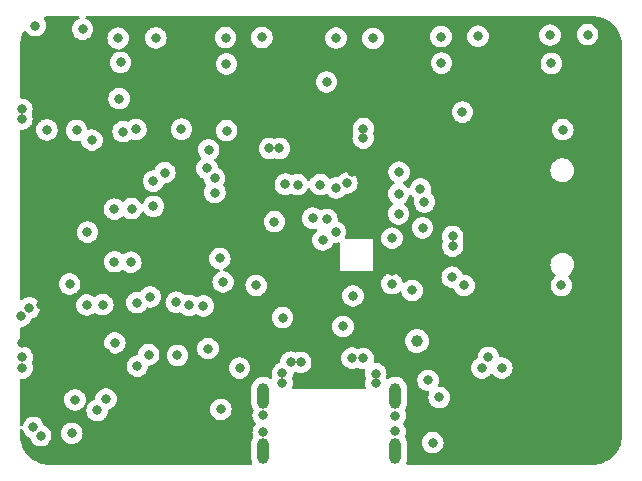
<source format=gbr>
%TF.GenerationSoftware,KiCad,Pcbnew,6.0.10-2.fc37*%
%TF.CreationDate,2023-04-26T13:00:43+02:00*%
%TF.ProjectId,motherboard,6d6f7468-6572-4626-9f61-72642e6b6963,rev?*%
%TF.SameCoordinates,Original*%
%TF.FileFunction,Copper,L3,Inr*%
%TF.FilePolarity,Positive*%
%FSLAX46Y46*%
G04 Gerber Fmt 4.6, Leading zero omitted, Abs format (unit mm)*
G04 Created by KiCad (PCBNEW 6.0.10-2.fc37) date 2023-04-26 13:00:43*
%MOMM*%
%LPD*%
G01*
G04 APERTURE LIST*
G04 Aperture macros list*
%AMRoundRect*
0 Rectangle with rounded corners*
0 $1 Rounding radius*
0 $2 $3 $4 $5 $6 $7 $8 $9 X,Y pos of 4 corners*
0 Add a 4 corners polygon primitive as box body*
4,1,4,$2,$3,$4,$5,$6,$7,$8,$9,$2,$3,0*
0 Add four circle primitives for the rounded corners*
1,1,$1+$1,$2,$3*
1,1,$1+$1,$4,$5*
1,1,$1+$1,$6,$7*
1,1,$1+$1,$8,$9*
0 Add four rect primitives between the rounded corners*
20,1,$1+$1,$2,$3,$4,$5,0*
20,1,$1+$1,$4,$5,$6,$7,0*
20,1,$1+$1,$6,$7,$8,$9,0*
20,1,$1+$1,$8,$9,$2,$3,0*%
G04 Aperture macros list end*
%TA.AperFunction,ComponentPad*%
%ADD10RoundRect,0.500000X0.000000X-0.600000X0.000000X-0.600000X0.000000X0.600000X0.000000X0.600000X0*%
%TD*%
%TA.AperFunction,ViaPad*%
%ADD11C,0.800000*%
%TD*%
%TA.AperFunction,ViaPad*%
%ADD12C,1.000000*%
%TD*%
G04 APERTURE END LIST*
D10*
%TO.N,GND*%
%TO.C,J1*%
X142740000Y-111360000D03*
X153900000Y-116040000D03*
X142740000Y-116030000D03*
X153900000Y-111360000D03*
%TD*%
D11*
%TO.N,GND*%
X144100000Y-90420000D03*
%TO.N,+3V3*%
X150223007Y-92420159D03*
X150350000Y-96200000D03*
%TO.N,GND*%
X131530000Y-100040000D03*
X144370000Y-109470000D03*
X130460000Y-81080000D03*
X142740000Y-114410000D03*
X161240000Y-109010000D03*
X153640000Y-98010000D03*
X157790000Y-80950000D03*
X133650000Y-81050000D03*
X152270000Y-109480000D03*
X122300000Y-87100000D03*
X142630000Y-81020000D03*
X148100000Y-84790000D03*
X168100000Y-88830000D03*
X144370000Y-110280000D03*
X139620000Y-83260000D03*
X122340000Y-109010000D03*
X158780000Y-98680000D03*
X122300000Y-87920000D03*
X157830000Y-83190000D03*
X152250000Y-110300000D03*
X153910000Y-113040000D03*
X154240000Y-92420000D03*
X170210000Y-80770000D03*
X122240000Y-104610000D03*
X131590000Y-95510000D03*
X161800000Y-108110000D03*
X158780000Y-97870000D03*
X167980000Y-102000000D03*
X162940000Y-109010000D03*
X123900000Y-114740000D03*
X167130000Y-83210000D03*
X159600000Y-87334500D03*
X130140000Y-100010000D03*
X160920000Y-80910000D03*
X123285000Y-114040000D03*
X155344951Y-102439549D03*
X151220000Y-88730000D03*
X148900000Y-81060000D03*
X150340000Y-102890500D03*
X157090000Y-115320000D03*
X149496401Y-105486476D03*
X153900000Y-114380000D03*
X151210000Y-89540000D03*
X147565087Y-93485500D03*
X154200000Y-95950000D03*
X143264500Y-90420000D03*
X123440000Y-80010000D03*
X130660000Y-83120000D03*
X142140000Y-102010000D03*
X147789500Y-98171422D03*
X122340000Y-108110000D03*
X140740000Y-109010000D03*
X122940000Y-103910000D03*
X139550000Y-81030000D03*
X142740000Y-113010000D03*
X152030000Y-81090000D03*
D12*
X155749528Y-106709500D03*
D11*
X167020000Y-80810000D03*
X139150000Y-112500000D03*
X154195023Y-94254977D03*
X130130000Y-95550000D03*
%TO.N,VBUS*%
X157641938Y-111501938D03*
X150258205Y-108158945D03*
X151200000Y-108200000D03*
X156695562Y-110045562D03*
X145910000Y-108520000D03*
X145070000Y-108510000D03*
%TO.N,CS*%
X138120000Y-90530000D03*
X156050000Y-93840000D03*
%TO.N,MOSI*%
X124420000Y-88840000D03*
X134410500Y-92460000D03*
X156390000Y-94940000D03*
X137976512Y-92109750D03*
%TO.N,+3V3*%
X160840000Y-83110000D03*
X149410000Y-107010000D03*
X129698019Y-114225404D03*
X124950000Y-103670000D03*
X151940000Y-83310000D03*
X142640000Y-83190000D03*
X153617938Y-100833340D03*
X123940000Y-103670000D03*
X151770000Y-93300000D03*
X158780000Y-96470000D03*
X158790000Y-95670000D03*
X162920000Y-105750000D03*
X129391496Y-107734500D03*
X147870000Y-101980000D03*
X122350000Y-106920000D03*
X170140000Y-83110000D03*
X124940000Y-111510000D03*
X125040000Y-84910000D03*
X133630000Y-83140000D03*
X153370000Y-89690000D03*
%TO.N,SCLK*%
X156230000Y-97140000D03*
X139059670Y-99729670D03*
%TO.N,MISO*%
X159740000Y-102010000D03*
X131960000Y-88800000D03*
%TO.N,SD_DETECT*%
X158740000Y-101310000D03*
X135810000Y-88780000D03*
%TO.N,DTR*%
X127850500Y-97500000D03*
X129160000Y-103630000D03*
X138060000Y-107370000D03*
X144380000Y-104729500D03*
X129427045Y-111619826D03*
%TO.N,GPIO0*%
X143690000Y-96610000D03*
X139645000Y-88915000D03*
%TO.N,RTS*%
X127800000Y-103670000D03*
X126354750Y-101890500D03*
X126800000Y-111700000D03*
%TO.N,EN*%
X132080000Y-108840000D03*
X130170000Y-106880000D03*
%TO.N,IO35*%
X139340000Y-101710000D03*
X153630000Y-101870000D03*
%TO.N,IO33*%
X133151470Y-102978530D03*
X127440000Y-80310000D03*
%TO.N,IO25*%
X135375273Y-103432451D03*
%TO.N,IO26*%
X136440000Y-103710000D03*
%TO.N,IO13*%
X130879303Y-88986783D03*
X133440000Y-95310000D03*
X130540000Y-86192998D03*
X133440000Y-93180500D03*
%TO.N,I2C1_SDA*%
X138620000Y-92940000D03*
X149823639Y-93336407D03*
%TO.N,PROG_TX*%
X126530477Y-114530477D03*
X128240000Y-89710000D03*
%TO.N,PROG_RX*%
X126940000Y-88880000D03*
X128680477Y-112600000D03*
%TO.N,I2C1_SCL*%
X138650500Y-94150000D03*
X148915000Y-93752796D03*
%TO.N,Onboard_SDA*%
X144613323Y-93440327D03*
X146931102Y-96318898D03*
X148860000Y-97490500D03*
%TO.N,Onboard_SCL*%
X148130000Y-96420000D03*
X145650000Y-93485500D03*
%TO.N,IO27*%
X137670380Y-103747440D03*
%TO.N,IO32*%
X132050000Y-103460000D03*
X133040000Y-107880000D03*
X135480000Y-107940000D03*
%TD*%
%TA.AperFunction,Conductor*%
%TO.N,+3V3*%
G36*
X127133254Y-79238502D02*
G01*
X127179747Y-79292158D01*
X127189851Y-79362432D01*
X127160357Y-79427012D01*
X127116382Y-79459607D01*
X126989278Y-79516197D01*
X126989276Y-79516198D01*
X126983248Y-79518882D01*
X126828747Y-79631134D01*
X126700960Y-79773056D01*
X126697659Y-79778774D01*
X126626011Y-79902872D01*
X126605473Y-79938444D01*
X126546458Y-80120072D01*
X126545768Y-80126633D01*
X126545768Y-80126635D01*
X126535546Y-80223891D01*
X126526496Y-80310000D01*
X126527186Y-80316565D01*
X126545286Y-80488774D01*
X126546458Y-80499928D01*
X126605473Y-80681556D01*
X126700960Y-80846944D01*
X126705378Y-80851851D01*
X126705379Y-80851852D01*
X126751825Y-80903435D01*
X126828747Y-80988866D01*
X126912890Y-81050000D01*
X126963218Y-81086565D01*
X126983248Y-81101118D01*
X126989276Y-81103802D01*
X126989278Y-81103803D01*
X127149799Y-81175271D01*
X127157712Y-81178794D01*
X127251112Y-81198647D01*
X127338056Y-81217128D01*
X127338061Y-81217128D01*
X127344513Y-81218500D01*
X127535487Y-81218500D01*
X127541939Y-81217128D01*
X127541944Y-81217128D01*
X127628888Y-81198647D01*
X127722288Y-81178794D01*
X127730201Y-81175271D01*
X127890722Y-81103803D01*
X127890724Y-81103802D01*
X127896752Y-81101118D01*
X127916783Y-81086565D01*
X127925819Y-81080000D01*
X129546496Y-81080000D01*
X129547186Y-81086565D01*
X129560909Y-81217128D01*
X129566458Y-81269928D01*
X129625473Y-81451556D01*
X129628776Y-81457278D01*
X129628777Y-81457279D01*
X129634551Y-81467279D01*
X129720960Y-81616944D01*
X129725378Y-81621851D01*
X129725379Y-81621852D01*
X129843216Y-81752723D01*
X129848747Y-81758866D01*
X130003248Y-81871118D01*
X130009276Y-81873802D01*
X130009278Y-81873803D01*
X130154591Y-81938500D01*
X130177712Y-81948794D01*
X130252092Y-81964604D01*
X130358056Y-81987128D01*
X130358061Y-81987128D01*
X130364513Y-81988500D01*
X130414834Y-81988500D01*
X130482955Y-82008502D01*
X130529448Y-82062158D01*
X130539552Y-82132432D01*
X130510058Y-82197012D01*
X130450332Y-82235396D01*
X130441030Y-82237747D01*
X130377712Y-82251206D01*
X130371682Y-82253891D01*
X130371681Y-82253891D01*
X130209278Y-82326197D01*
X130209276Y-82326198D01*
X130203248Y-82328882D01*
X130197907Y-82332762D01*
X130197906Y-82332763D01*
X130182590Y-82343891D01*
X130048747Y-82441134D01*
X130044326Y-82446044D01*
X130044325Y-82446045D01*
X130023763Y-82468882D01*
X129920960Y-82583056D01*
X129917659Y-82588774D01*
X129836830Y-82728774D01*
X129825473Y-82748444D01*
X129766458Y-82930072D01*
X129765768Y-82936633D01*
X129765768Y-82936635D01*
X129756999Y-83020072D01*
X129746496Y-83120000D01*
X129766458Y-83309928D01*
X129825473Y-83491556D01*
X129920960Y-83656944D01*
X130048747Y-83798866D01*
X130203248Y-83911118D01*
X130209276Y-83913802D01*
X130209278Y-83913803D01*
X130351754Y-83977237D01*
X130377712Y-83988794D01*
X130471112Y-84008647D01*
X130558056Y-84027128D01*
X130558061Y-84027128D01*
X130564513Y-84028500D01*
X130755487Y-84028500D01*
X130761939Y-84027128D01*
X130761944Y-84027128D01*
X130848888Y-84008647D01*
X130942288Y-83988794D01*
X130968246Y-83977237D01*
X131110722Y-83913803D01*
X131110724Y-83913802D01*
X131116752Y-83911118D01*
X131271253Y-83798866D01*
X131399040Y-83656944D01*
X131494527Y-83491556D01*
X131553542Y-83309928D01*
X131558790Y-83260000D01*
X138706496Y-83260000D01*
X138707186Y-83266565D01*
X138719761Y-83386206D01*
X138726458Y-83449928D01*
X138785473Y-83631556D01*
X138788776Y-83637278D01*
X138788777Y-83637279D01*
X138800131Y-83656944D01*
X138880960Y-83796944D01*
X138885378Y-83801851D01*
X138885379Y-83801852D01*
X138992846Y-83921206D01*
X139008747Y-83938866D01*
X139163248Y-84051118D01*
X139169276Y-84053802D01*
X139169278Y-84053803D01*
X139314591Y-84118500D01*
X139337712Y-84128794D01*
X139431113Y-84148647D01*
X139518056Y-84167128D01*
X139518061Y-84167128D01*
X139524513Y-84168500D01*
X139715487Y-84168500D01*
X139721939Y-84167128D01*
X139721944Y-84167128D01*
X139808887Y-84148647D01*
X139902288Y-84128794D01*
X139925409Y-84118500D01*
X140070722Y-84053803D01*
X140070724Y-84053802D01*
X140076752Y-84051118D01*
X140231253Y-83938866D01*
X140247154Y-83921206D01*
X140354621Y-83801852D01*
X140354622Y-83801851D01*
X140359040Y-83796944D01*
X140439869Y-83656944D01*
X140451223Y-83637279D01*
X140451224Y-83637278D01*
X140454527Y-83631556D01*
X140513542Y-83449928D01*
X140520240Y-83386206D01*
X140532814Y-83266565D01*
X140533504Y-83260000D01*
X140526147Y-83190000D01*
X156916496Y-83190000D01*
X156917186Y-83196565D01*
X156929761Y-83316206D01*
X156936458Y-83379928D01*
X156995473Y-83561556D01*
X157090960Y-83726944D01*
X157095378Y-83731851D01*
X157095379Y-83731852D01*
X157108968Y-83746944D01*
X157218747Y-83868866D01*
X157373248Y-83981118D01*
X157379276Y-83983802D01*
X157379278Y-83983803D01*
X157479670Y-84028500D01*
X157547712Y-84058794D01*
X157641112Y-84078647D01*
X157728056Y-84097128D01*
X157728061Y-84097128D01*
X157734513Y-84098500D01*
X157925487Y-84098500D01*
X157931939Y-84097128D01*
X157931944Y-84097128D01*
X158018888Y-84078647D01*
X158112288Y-84058794D01*
X158180330Y-84028500D01*
X158280722Y-83983803D01*
X158280724Y-83983802D01*
X158286752Y-83981118D01*
X158441253Y-83868866D01*
X158551032Y-83746944D01*
X158564621Y-83731852D01*
X158564622Y-83731851D01*
X158569040Y-83726944D01*
X158664527Y-83561556D01*
X158723542Y-83379928D01*
X158730240Y-83316206D01*
X158741402Y-83210000D01*
X166216496Y-83210000D01*
X166217186Y-83216565D01*
X166227659Y-83316206D01*
X166236458Y-83399928D01*
X166295473Y-83581556D01*
X166390960Y-83746944D01*
X166395378Y-83751851D01*
X166395379Y-83751852D01*
X166433289Y-83793955D01*
X166518747Y-83888866D01*
X166587566Y-83938866D01*
X166656286Y-83988794D01*
X166673248Y-84001118D01*
X166679276Y-84003802D01*
X166679278Y-84003803D01*
X166841681Y-84076109D01*
X166847712Y-84078794D01*
X166933966Y-84097128D01*
X167028056Y-84117128D01*
X167028061Y-84117128D01*
X167034513Y-84118500D01*
X167225487Y-84118500D01*
X167231939Y-84117128D01*
X167231944Y-84117128D01*
X167326034Y-84097128D01*
X167412288Y-84078794D01*
X167418319Y-84076109D01*
X167580722Y-84003803D01*
X167580724Y-84003802D01*
X167586752Y-84001118D01*
X167603715Y-83988794D01*
X167672434Y-83938866D01*
X167741253Y-83888866D01*
X167826711Y-83793955D01*
X167864621Y-83751852D01*
X167864622Y-83751851D01*
X167869040Y-83746944D01*
X167964527Y-83581556D01*
X168023542Y-83399928D01*
X168032342Y-83316206D01*
X168042814Y-83216565D01*
X168043504Y-83210000D01*
X168023542Y-83020072D01*
X167964527Y-82838444D01*
X167869040Y-82673056D01*
X167856181Y-82658774D01*
X167745675Y-82536045D01*
X167745674Y-82536044D01*
X167741253Y-82531134D01*
X167586752Y-82418882D01*
X167580724Y-82416198D01*
X167580722Y-82416197D01*
X167418319Y-82343891D01*
X167418318Y-82343891D01*
X167412288Y-82341206D01*
X167311741Y-82319834D01*
X167231944Y-82302872D01*
X167231939Y-82302872D01*
X167225487Y-82301500D01*
X167034513Y-82301500D01*
X167028061Y-82302872D01*
X167028056Y-82302872D01*
X166948259Y-82319834D01*
X166847712Y-82341206D01*
X166841682Y-82343891D01*
X166841681Y-82343891D01*
X166679278Y-82416197D01*
X166679276Y-82416198D01*
X166673248Y-82418882D01*
X166518747Y-82531134D01*
X166514326Y-82536044D01*
X166514325Y-82536045D01*
X166403820Y-82658774D01*
X166390960Y-82673056D01*
X166295473Y-82838444D01*
X166236458Y-83020072D01*
X166216496Y-83210000D01*
X158741402Y-83210000D01*
X158742814Y-83196565D01*
X158743504Y-83190000D01*
X158730899Y-83070072D01*
X158724232Y-83006635D01*
X158724232Y-83006633D01*
X158723542Y-83000072D01*
X158664527Y-82818444D01*
X158569040Y-82653056D01*
X158441253Y-82511134D01*
X158286752Y-82398882D01*
X158280724Y-82396198D01*
X158280722Y-82396197D01*
X158118319Y-82323891D01*
X158118318Y-82323891D01*
X158112288Y-82321206D01*
X158018887Y-82301353D01*
X157931944Y-82282872D01*
X157931939Y-82282872D01*
X157925487Y-82281500D01*
X157734513Y-82281500D01*
X157728061Y-82282872D01*
X157728056Y-82282872D01*
X157641113Y-82301353D01*
X157547712Y-82321206D01*
X157541682Y-82323891D01*
X157541681Y-82323891D01*
X157379278Y-82396197D01*
X157379276Y-82396198D01*
X157373248Y-82398882D01*
X157218747Y-82511134D01*
X157090960Y-82653056D01*
X156995473Y-82818444D01*
X156936458Y-83000072D01*
X156935768Y-83006633D01*
X156935768Y-83006635D01*
X156929101Y-83070072D01*
X156916496Y-83190000D01*
X140526147Y-83190000D01*
X140513542Y-83070072D01*
X140454527Y-82888444D01*
X140359040Y-82723056D01*
X140319169Y-82678774D01*
X140235675Y-82586045D01*
X140235674Y-82586044D01*
X140231253Y-82581134D01*
X140076752Y-82468882D01*
X140070724Y-82466198D01*
X140070722Y-82466197D01*
X139908319Y-82393891D01*
X139908318Y-82393891D01*
X139902288Y-82391206D01*
X139808888Y-82371353D01*
X139721944Y-82352872D01*
X139721939Y-82352872D01*
X139715487Y-82351500D01*
X139524513Y-82351500D01*
X139518061Y-82352872D01*
X139518056Y-82352872D01*
X139431112Y-82371353D01*
X139337712Y-82391206D01*
X139331682Y-82393891D01*
X139331681Y-82393891D01*
X139169278Y-82466197D01*
X139169276Y-82466198D01*
X139163248Y-82468882D01*
X139008747Y-82581134D01*
X139004326Y-82586044D01*
X139004325Y-82586045D01*
X138920832Y-82678774D01*
X138880960Y-82723056D01*
X138785473Y-82888444D01*
X138726458Y-83070072D01*
X138706496Y-83260000D01*
X131558790Y-83260000D01*
X131573504Y-83120000D01*
X131563001Y-83020072D01*
X131554232Y-82936635D01*
X131554232Y-82936633D01*
X131553542Y-82930072D01*
X131494527Y-82748444D01*
X131483171Y-82728774D01*
X131402341Y-82588774D01*
X131399040Y-82583056D01*
X131296238Y-82468882D01*
X131275675Y-82446045D01*
X131275674Y-82446044D01*
X131271253Y-82441134D01*
X131137410Y-82343891D01*
X131122094Y-82332763D01*
X131122093Y-82332762D01*
X131116752Y-82328882D01*
X131110724Y-82326198D01*
X131110722Y-82326197D01*
X130948319Y-82253891D01*
X130948318Y-82253891D01*
X130942288Y-82251206D01*
X130848888Y-82231353D01*
X130761944Y-82212872D01*
X130761939Y-82212872D01*
X130755487Y-82211500D01*
X130705166Y-82211500D01*
X130637045Y-82191498D01*
X130590552Y-82137842D01*
X130580448Y-82067568D01*
X130609942Y-82002988D01*
X130669668Y-81964604D01*
X130678969Y-81962253D01*
X130688787Y-81960166D01*
X130742288Y-81948794D01*
X130765409Y-81938500D01*
X130910722Y-81873803D01*
X130910724Y-81873802D01*
X130916752Y-81871118D01*
X131071253Y-81758866D01*
X131076784Y-81752723D01*
X131194621Y-81621852D01*
X131194622Y-81621851D01*
X131199040Y-81616944D01*
X131285449Y-81467279D01*
X131291223Y-81457279D01*
X131291224Y-81457278D01*
X131294527Y-81451556D01*
X131353542Y-81269928D01*
X131359092Y-81217128D01*
X131372814Y-81086565D01*
X131373504Y-81080000D01*
X131370351Y-81050000D01*
X132736496Y-81050000D01*
X132737186Y-81056565D01*
X132754062Y-81217128D01*
X132756458Y-81239928D01*
X132815473Y-81421556D01*
X132818776Y-81427278D01*
X132818777Y-81427279D01*
X132832964Y-81451852D01*
X132910960Y-81586944D01*
X132915378Y-81591851D01*
X132915379Y-81591852D01*
X133015231Y-81702749D01*
X133038747Y-81728866D01*
X133193248Y-81841118D01*
X133199276Y-81843802D01*
X133199278Y-81843803D01*
X133361681Y-81916109D01*
X133367712Y-81918794D01*
X133453966Y-81937128D01*
X133548056Y-81957128D01*
X133548061Y-81957128D01*
X133554513Y-81958500D01*
X133745487Y-81958500D01*
X133751939Y-81957128D01*
X133751944Y-81957128D01*
X133846034Y-81937128D01*
X133932288Y-81918794D01*
X133938319Y-81916109D01*
X134100722Y-81843803D01*
X134100724Y-81843802D01*
X134106752Y-81841118D01*
X134261253Y-81728866D01*
X134284769Y-81702749D01*
X134384621Y-81591852D01*
X134384622Y-81591851D01*
X134389040Y-81586944D01*
X134467036Y-81451852D01*
X134481223Y-81427279D01*
X134481224Y-81427278D01*
X134484527Y-81421556D01*
X134543542Y-81239928D01*
X134545939Y-81217128D01*
X134562814Y-81056565D01*
X134563504Y-81050000D01*
X134561402Y-81030000D01*
X138636496Y-81030000D01*
X138637186Y-81036565D01*
X138648710Y-81146206D01*
X138656458Y-81219928D01*
X138715473Y-81401556D01*
X138718776Y-81407278D01*
X138718777Y-81407279D01*
X138739952Y-81443955D01*
X138810960Y-81566944D01*
X138815378Y-81571851D01*
X138815379Y-81571852D01*
X138931771Y-81701118D01*
X138938747Y-81708866D01*
X139007566Y-81758866D01*
X139086354Y-81816109D01*
X139093248Y-81821118D01*
X139099276Y-81823802D01*
X139099278Y-81823803D01*
X139248333Y-81890166D01*
X139267712Y-81898794D01*
X139361113Y-81918647D01*
X139448056Y-81937128D01*
X139448061Y-81937128D01*
X139454513Y-81938500D01*
X139645487Y-81938500D01*
X139651939Y-81937128D01*
X139651944Y-81937128D01*
X139738887Y-81918647D01*
X139832288Y-81898794D01*
X139851667Y-81890166D01*
X140000722Y-81823803D01*
X140000724Y-81823802D01*
X140006752Y-81821118D01*
X140013647Y-81816109D01*
X140092434Y-81758866D01*
X140161253Y-81708866D01*
X140168229Y-81701118D01*
X140284621Y-81571852D01*
X140284622Y-81571851D01*
X140289040Y-81566944D01*
X140360048Y-81443955D01*
X140381223Y-81407279D01*
X140381224Y-81407278D01*
X140384527Y-81401556D01*
X140443542Y-81219928D01*
X140451291Y-81146206D01*
X140462814Y-81036565D01*
X140463504Y-81030000D01*
X140462453Y-81020000D01*
X141716496Y-81020000D01*
X141717186Y-81026565D01*
X141734078Y-81187279D01*
X141736458Y-81209928D01*
X141795473Y-81391556D01*
X141798776Y-81397278D01*
X141798777Y-81397279D01*
X141814938Y-81425271D01*
X141890960Y-81556944D01*
X141895378Y-81561851D01*
X141895379Y-81561852D01*
X141999174Y-81677128D01*
X142018747Y-81698866D01*
X142173248Y-81811118D01*
X142179276Y-81813802D01*
X142179278Y-81813803D01*
X142314041Y-81873803D01*
X142347712Y-81888794D01*
X142441112Y-81908647D01*
X142528056Y-81927128D01*
X142528061Y-81927128D01*
X142534513Y-81928500D01*
X142725487Y-81928500D01*
X142731939Y-81927128D01*
X142731944Y-81927128D01*
X142818888Y-81908647D01*
X142912288Y-81888794D01*
X142945959Y-81873803D01*
X143080722Y-81813803D01*
X143080724Y-81813802D01*
X143086752Y-81811118D01*
X143241253Y-81698866D01*
X143260826Y-81677128D01*
X143364621Y-81561852D01*
X143364622Y-81561851D01*
X143369040Y-81556944D01*
X143445062Y-81425271D01*
X143461223Y-81397279D01*
X143461224Y-81397278D01*
X143464527Y-81391556D01*
X143523542Y-81209928D01*
X143525923Y-81187279D01*
X143539300Y-81060000D01*
X147986496Y-81060000D01*
X147987186Y-81066565D01*
X148003011Y-81217128D01*
X148006458Y-81249928D01*
X148065473Y-81431556D01*
X148068776Y-81437278D01*
X148068777Y-81437279D01*
X148086098Y-81467279D01*
X148160960Y-81596944D01*
X148165378Y-81601851D01*
X148165379Y-81601852D01*
X148279743Y-81728866D01*
X148288747Y-81738866D01*
X148382851Y-81807237D01*
X148424143Y-81837237D01*
X148443248Y-81851118D01*
X148449276Y-81853802D01*
X148449278Y-81853803D01*
X148598333Y-81920166D01*
X148617712Y-81928794D01*
X148711112Y-81948647D01*
X148798056Y-81967128D01*
X148798061Y-81967128D01*
X148804513Y-81968500D01*
X148995487Y-81968500D01*
X149001939Y-81967128D01*
X149001944Y-81967128D01*
X149088888Y-81948647D01*
X149182288Y-81928794D01*
X149201667Y-81920166D01*
X149350722Y-81853803D01*
X149350724Y-81853802D01*
X149356752Y-81851118D01*
X149375858Y-81837237D01*
X149417149Y-81807237D01*
X149511253Y-81738866D01*
X149520257Y-81728866D01*
X149634621Y-81601852D01*
X149634622Y-81601851D01*
X149639040Y-81596944D01*
X149713902Y-81467279D01*
X149731223Y-81437279D01*
X149731224Y-81437278D01*
X149734527Y-81431556D01*
X149793542Y-81249928D01*
X149796990Y-81217128D01*
X149810351Y-81090000D01*
X151116496Y-81090000D01*
X151117186Y-81096565D01*
X151129858Y-81217128D01*
X151136458Y-81279928D01*
X151195473Y-81461556D01*
X151198776Y-81467278D01*
X151198777Y-81467279D01*
X151208405Y-81483955D01*
X151290960Y-81626944D01*
X151295378Y-81631851D01*
X151295379Y-81631852D01*
X151404212Y-81752723D01*
X151418747Y-81768866D01*
X151494361Y-81823803D01*
X151554143Y-81867237D01*
X151573248Y-81881118D01*
X151579276Y-81883802D01*
X151579278Y-81883803D01*
X151728333Y-81950166D01*
X151747712Y-81958794D01*
X151841112Y-81978647D01*
X151928056Y-81997128D01*
X151928061Y-81997128D01*
X151934513Y-81998500D01*
X152125487Y-81998500D01*
X152131939Y-81997128D01*
X152131944Y-81997128D01*
X152218888Y-81978647D01*
X152312288Y-81958794D01*
X152331667Y-81950166D01*
X152480722Y-81883803D01*
X152480724Y-81883802D01*
X152486752Y-81881118D01*
X152505858Y-81867237D01*
X152565639Y-81823803D01*
X152641253Y-81768866D01*
X152655788Y-81752723D01*
X152764621Y-81631852D01*
X152764622Y-81631851D01*
X152769040Y-81626944D01*
X152851595Y-81483955D01*
X152861223Y-81467279D01*
X152861224Y-81467278D01*
X152864527Y-81461556D01*
X152923542Y-81279928D01*
X152930143Y-81217128D01*
X152942814Y-81096565D01*
X152943504Y-81090000D01*
X152928790Y-80950000D01*
X156876496Y-80950000D01*
X156896458Y-81139928D01*
X156955473Y-81321556D01*
X156958776Y-81327278D01*
X156958777Y-81327279D01*
X156970131Y-81346944D01*
X157050960Y-81486944D01*
X157055378Y-81491851D01*
X157055379Y-81491852D01*
X157174325Y-81623955D01*
X157178747Y-81628866D01*
X157243771Y-81676109D01*
X157316385Y-81728866D01*
X157333248Y-81741118D01*
X157339276Y-81743802D01*
X157339278Y-81743803D01*
X157481754Y-81807237D01*
X157507712Y-81818794D01*
X157594479Y-81837237D01*
X157688056Y-81857128D01*
X157688061Y-81857128D01*
X157694513Y-81858500D01*
X157885487Y-81858500D01*
X157891939Y-81857128D01*
X157891944Y-81857128D01*
X157985521Y-81837237D01*
X158072288Y-81818794D01*
X158098246Y-81807237D01*
X158240722Y-81743803D01*
X158240724Y-81743802D01*
X158246752Y-81741118D01*
X158263616Y-81728866D01*
X158336229Y-81676109D01*
X158401253Y-81628866D01*
X158405675Y-81623955D01*
X158524621Y-81491852D01*
X158524622Y-81491851D01*
X158529040Y-81486944D01*
X158609869Y-81346944D01*
X158621223Y-81327279D01*
X158621224Y-81327278D01*
X158624527Y-81321556D01*
X158683542Y-81139928D01*
X158703504Y-80950000D01*
X158699300Y-80910000D01*
X160006496Y-80910000D01*
X160007186Y-80916565D01*
X160025415Y-81090000D01*
X160026458Y-81099928D01*
X160085473Y-81281556D01*
X160088776Y-81287278D01*
X160088777Y-81287279D01*
X160100131Y-81306944D01*
X160180960Y-81446944D01*
X160185378Y-81451851D01*
X160185379Y-81451852D01*
X160301868Y-81581226D01*
X160308747Y-81588866D01*
X160326621Y-81601852D01*
X160436204Y-81681469D01*
X160463248Y-81701118D01*
X160469276Y-81703802D01*
X160469278Y-81703803D01*
X160631681Y-81776109D01*
X160637712Y-81778794D01*
X160731113Y-81798647D01*
X160818056Y-81817128D01*
X160818061Y-81817128D01*
X160824513Y-81818500D01*
X161015487Y-81818500D01*
X161021939Y-81817128D01*
X161021944Y-81817128D01*
X161108888Y-81798647D01*
X161202288Y-81778794D01*
X161208319Y-81776109D01*
X161370722Y-81703803D01*
X161370724Y-81703802D01*
X161376752Y-81701118D01*
X161403797Y-81681469D01*
X161513379Y-81601852D01*
X161531253Y-81588866D01*
X161538132Y-81581226D01*
X161654621Y-81451852D01*
X161654622Y-81451851D01*
X161659040Y-81446944D01*
X161739869Y-81306944D01*
X161751223Y-81287279D01*
X161751224Y-81287278D01*
X161754527Y-81281556D01*
X161813542Y-81099928D01*
X161814586Y-81090000D01*
X161832814Y-80916565D01*
X161833504Y-80910000D01*
X161827597Y-80853794D01*
X161822994Y-80810000D01*
X166106496Y-80810000D01*
X166107186Y-80816565D01*
X166113500Y-80876635D01*
X166126458Y-80999928D01*
X166185473Y-81181556D01*
X166188776Y-81187278D01*
X166188777Y-81187279D01*
X166206803Y-81218500D01*
X166280960Y-81346944D01*
X166408747Y-81488866D01*
X166494578Y-81551226D01*
X166546385Y-81588866D01*
X166563248Y-81601118D01*
X166569276Y-81603802D01*
X166569278Y-81603803D01*
X166721419Y-81671540D01*
X166737712Y-81678794D01*
X166812619Y-81694716D01*
X166918056Y-81717128D01*
X166918061Y-81717128D01*
X166924513Y-81718500D01*
X167115487Y-81718500D01*
X167121939Y-81717128D01*
X167121944Y-81717128D01*
X167227381Y-81694716D01*
X167302288Y-81678794D01*
X167318581Y-81671540D01*
X167470722Y-81603803D01*
X167470724Y-81603802D01*
X167476752Y-81601118D01*
X167493616Y-81588866D01*
X167545422Y-81551226D01*
X167631253Y-81488866D01*
X167759040Y-81346944D01*
X167833197Y-81218500D01*
X167851223Y-81187279D01*
X167851224Y-81187278D01*
X167854527Y-81181556D01*
X167913542Y-80999928D01*
X167926501Y-80876635D01*
X167932814Y-80816565D01*
X167933504Y-80810000D01*
X167929300Y-80770000D01*
X169296496Y-80770000D01*
X169297186Y-80776565D01*
X169315415Y-80950000D01*
X169316458Y-80959928D01*
X169375473Y-81141556D01*
X169378776Y-81147278D01*
X169378777Y-81147279D01*
X169398567Y-81181556D01*
X169470960Y-81306944D01*
X169475378Y-81311851D01*
X169475379Y-81311852D01*
X169568498Y-81415271D01*
X169598747Y-81448866D01*
X169753248Y-81561118D01*
X169759276Y-81563802D01*
X169759278Y-81563803D01*
X169921681Y-81636109D01*
X169927712Y-81638794D01*
X170021113Y-81658647D01*
X170108056Y-81677128D01*
X170108061Y-81677128D01*
X170114513Y-81678500D01*
X170305487Y-81678500D01*
X170311939Y-81677128D01*
X170311944Y-81677128D01*
X170398887Y-81658647D01*
X170492288Y-81638794D01*
X170498319Y-81636109D01*
X170660722Y-81563803D01*
X170660724Y-81563802D01*
X170666752Y-81561118D01*
X170821253Y-81448866D01*
X170851502Y-81415271D01*
X170944621Y-81311852D01*
X170944622Y-81311851D01*
X170949040Y-81306944D01*
X171021433Y-81181556D01*
X171041223Y-81147279D01*
X171041224Y-81147278D01*
X171044527Y-81141556D01*
X171103542Y-80959928D01*
X171104586Y-80950000D01*
X171122814Y-80776565D01*
X171123504Y-80770000D01*
X171114542Y-80684729D01*
X171104232Y-80586635D01*
X171104232Y-80586633D01*
X171103542Y-80580072D01*
X171044527Y-80398444D01*
X171037369Y-80386045D01*
X170989285Y-80302763D01*
X170949040Y-80233056D01*
X170919212Y-80199928D01*
X170825675Y-80096045D01*
X170825674Y-80096044D01*
X170821253Y-80091134D01*
X170718618Y-80016565D01*
X170672094Y-79982763D01*
X170672093Y-79982762D01*
X170666752Y-79978882D01*
X170660724Y-79976198D01*
X170660722Y-79976197D01*
X170498319Y-79903891D01*
X170498318Y-79903891D01*
X170492288Y-79901206D01*
X170398888Y-79881353D01*
X170311944Y-79862872D01*
X170311939Y-79862872D01*
X170305487Y-79861500D01*
X170114513Y-79861500D01*
X170108061Y-79862872D01*
X170108056Y-79862872D01*
X170021112Y-79881353D01*
X169927712Y-79901206D01*
X169921682Y-79903891D01*
X169921681Y-79903891D01*
X169759278Y-79976197D01*
X169759276Y-79976198D01*
X169753248Y-79978882D01*
X169747907Y-79982762D01*
X169747906Y-79982763D01*
X169701382Y-80016565D01*
X169598747Y-80091134D01*
X169594326Y-80096044D01*
X169594325Y-80096045D01*
X169500789Y-80199928D01*
X169470960Y-80233056D01*
X169430715Y-80302763D01*
X169382632Y-80386045D01*
X169375473Y-80398444D01*
X169316458Y-80580072D01*
X169315768Y-80586633D01*
X169315768Y-80586635D01*
X169305458Y-80684729D01*
X169296496Y-80770000D01*
X167929300Y-80770000D01*
X167923491Y-80714729D01*
X167914232Y-80626635D01*
X167914232Y-80626633D01*
X167913542Y-80620072D01*
X167854527Y-80438444D01*
X167843171Y-80418774D01*
X167815665Y-80371134D01*
X167759040Y-80273056D01*
X167728173Y-80238774D01*
X167635675Y-80136045D01*
X167635674Y-80136044D01*
X167631253Y-80131134D01*
X167476752Y-80018882D01*
X167470724Y-80016198D01*
X167470722Y-80016197D01*
X167308319Y-79943891D01*
X167308318Y-79943891D01*
X167302288Y-79941206D01*
X167208888Y-79921353D01*
X167121944Y-79902872D01*
X167121939Y-79902872D01*
X167115487Y-79901500D01*
X166924513Y-79901500D01*
X166918061Y-79902872D01*
X166918056Y-79902872D01*
X166831112Y-79921353D01*
X166737712Y-79941206D01*
X166731682Y-79943891D01*
X166731681Y-79943891D01*
X166569278Y-80016197D01*
X166569276Y-80016198D01*
X166563248Y-80018882D01*
X166408747Y-80131134D01*
X166404326Y-80136044D01*
X166404325Y-80136045D01*
X166311828Y-80238774D01*
X166280960Y-80273056D01*
X166224335Y-80371134D01*
X166196830Y-80418774D01*
X166185473Y-80438444D01*
X166126458Y-80620072D01*
X166125768Y-80626633D01*
X166125768Y-80626635D01*
X166116509Y-80714729D01*
X166106496Y-80810000D01*
X161822994Y-80810000D01*
X161814232Y-80726635D01*
X161814232Y-80726633D01*
X161813542Y-80720072D01*
X161754527Y-80538444D01*
X161743171Y-80518774D01*
X161701237Y-80446144D01*
X161659040Y-80373056D01*
X161639302Y-80351134D01*
X161535675Y-80236045D01*
X161535674Y-80236044D01*
X161531253Y-80231134D01*
X161431807Y-80158882D01*
X161382094Y-80122763D01*
X161382093Y-80122762D01*
X161376752Y-80118882D01*
X161370724Y-80116198D01*
X161370722Y-80116197D01*
X161208319Y-80043891D01*
X161208318Y-80043891D01*
X161202288Y-80041206D01*
X161108887Y-80021353D01*
X161021944Y-80002872D01*
X161021939Y-80002872D01*
X161015487Y-80001500D01*
X160824513Y-80001500D01*
X160818061Y-80002872D01*
X160818056Y-80002872D01*
X160731113Y-80021353D01*
X160637712Y-80041206D01*
X160631682Y-80043891D01*
X160631681Y-80043891D01*
X160469278Y-80116197D01*
X160469276Y-80116198D01*
X160463248Y-80118882D01*
X160457907Y-80122762D01*
X160457906Y-80122763D01*
X160408193Y-80158882D01*
X160308747Y-80231134D01*
X160304326Y-80236044D01*
X160304325Y-80236045D01*
X160200699Y-80351134D01*
X160180960Y-80373056D01*
X160138763Y-80446144D01*
X160096830Y-80518774D01*
X160085473Y-80538444D01*
X160026458Y-80720072D01*
X160025768Y-80726633D01*
X160025768Y-80726635D01*
X160012403Y-80853794D01*
X160006496Y-80910000D01*
X158699300Y-80910000D01*
X158694742Y-80866635D01*
X158684232Y-80766635D01*
X158684232Y-80766633D01*
X158683542Y-80760072D01*
X158624527Y-80578444D01*
X158613171Y-80558774D01*
X158584033Y-80508307D01*
X158529040Y-80413056D01*
X158521543Y-80404729D01*
X158405675Y-80276045D01*
X158405674Y-80276044D01*
X158401253Y-80271134D01*
X158264119Y-80171500D01*
X158252094Y-80162763D01*
X158252093Y-80162762D01*
X158246752Y-80158882D01*
X158240724Y-80156198D01*
X158240722Y-80156197D01*
X158078319Y-80083891D01*
X158078318Y-80083891D01*
X158072288Y-80081206D01*
X157978887Y-80061353D01*
X157891944Y-80042872D01*
X157891939Y-80042872D01*
X157885487Y-80041500D01*
X157694513Y-80041500D01*
X157688061Y-80042872D01*
X157688056Y-80042872D01*
X157601113Y-80061353D01*
X157507712Y-80081206D01*
X157501682Y-80083891D01*
X157501681Y-80083891D01*
X157339278Y-80156197D01*
X157339276Y-80156198D01*
X157333248Y-80158882D01*
X157327907Y-80162762D01*
X157327906Y-80162763D01*
X157315881Y-80171500D01*
X157178747Y-80271134D01*
X157174326Y-80276044D01*
X157174325Y-80276045D01*
X157058458Y-80404729D01*
X157050960Y-80413056D01*
X156995967Y-80508307D01*
X156966830Y-80558774D01*
X156955473Y-80578444D01*
X156896458Y-80760072D01*
X156895768Y-80766633D01*
X156895768Y-80766635D01*
X156885258Y-80866635D01*
X156876496Y-80950000D01*
X152928790Y-80950000D01*
X152925335Y-80917128D01*
X152924232Y-80906635D01*
X152924232Y-80906633D01*
X152923542Y-80900072D01*
X152864527Y-80718444D01*
X152858754Y-80708444D01*
X152787326Y-80584729D01*
X152769040Y-80553056D01*
X152761543Y-80544729D01*
X152645675Y-80416045D01*
X152645674Y-80416044D01*
X152641253Y-80411134D01*
X152539562Y-80337251D01*
X152492094Y-80302763D01*
X152492093Y-80302762D01*
X152486752Y-80298882D01*
X152480724Y-80296198D01*
X152480722Y-80296197D01*
X152318319Y-80223891D01*
X152318318Y-80223891D01*
X152312288Y-80221206D01*
X152218888Y-80201353D01*
X152131944Y-80182872D01*
X152131939Y-80182872D01*
X152125487Y-80181500D01*
X151934513Y-80181500D01*
X151928061Y-80182872D01*
X151928056Y-80182872D01*
X151841112Y-80201353D01*
X151747712Y-80221206D01*
X151741682Y-80223891D01*
X151741681Y-80223891D01*
X151579278Y-80296197D01*
X151579276Y-80296198D01*
X151573248Y-80298882D01*
X151567907Y-80302762D01*
X151567906Y-80302763D01*
X151520438Y-80337251D01*
X151418747Y-80411134D01*
X151414326Y-80416044D01*
X151414325Y-80416045D01*
X151298458Y-80544729D01*
X151290960Y-80553056D01*
X151272674Y-80584729D01*
X151201247Y-80708444D01*
X151195473Y-80718444D01*
X151136458Y-80900072D01*
X151135768Y-80906633D01*
X151135768Y-80906635D01*
X151134665Y-80917128D01*
X151116496Y-81090000D01*
X149810351Y-81090000D01*
X149812814Y-81066565D01*
X149813504Y-81060000D01*
X149807190Y-80999928D01*
X149794232Y-80876635D01*
X149794232Y-80876633D01*
X149793542Y-80870072D01*
X149734527Y-80688444D01*
X149728754Y-80678444D01*
X149667714Y-80572721D01*
X149639040Y-80523056D01*
X149618216Y-80499928D01*
X149515675Y-80386045D01*
X149515674Y-80386044D01*
X149511253Y-80381134D01*
X149356752Y-80268882D01*
X149350724Y-80266198D01*
X149350722Y-80266197D01*
X149188319Y-80193891D01*
X149188318Y-80193891D01*
X149182288Y-80191206D01*
X149088887Y-80171353D01*
X149001944Y-80152872D01*
X149001939Y-80152872D01*
X148995487Y-80151500D01*
X148804513Y-80151500D01*
X148798061Y-80152872D01*
X148798056Y-80152872D01*
X148711113Y-80171353D01*
X148617712Y-80191206D01*
X148611682Y-80193891D01*
X148611681Y-80193891D01*
X148449278Y-80266197D01*
X148449276Y-80266198D01*
X148443248Y-80268882D01*
X148288747Y-80381134D01*
X148284326Y-80386044D01*
X148284325Y-80386045D01*
X148181785Y-80499928D01*
X148160960Y-80523056D01*
X148132286Y-80572721D01*
X148071247Y-80678444D01*
X148065473Y-80688444D01*
X148006458Y-80870072D01*
X148005768Y-80876633D01*
X148005768Y-80876635D01*
X147992810Y-80999928D01*
X147986496Y-81060000D01*
X143539300Y-81060000D01*
X143542814Y-81026565D01*
X143543504Y-81020000D01*
X143536837Y-80956565D01*
X143524232Y-80836635D01*
X143524232Y-80836633D01*
X143523542Y-80830072D01*
X143464527Y-80648444D01*
X143369040Y-80483056D01*
X143265577Y-80368148D01*
X143245675Y-80346045D01*
X143245674Y-80346044D01*
X143241253Y-80341134D01*
X143139562Y-80267251D01*
X143092094Y-80232763D01*
X143092093Y-80232762D01*
X143086752Y-80228882D01*
X143080724Y-80226198D01*
X143080722Y-80226197D01*
X142918319Y-80153891D01*
X142918318Y-80153891D01*
X142912288Y-80151206D01*
X142817857Y-80131134D01*
X142731944Y-80112872D01*
X142731939Y-80112872D01*
X142725487Y-80111500D01*
X142534513Y-80111500D01*
X142528061Y-80112872D01*
X142528056Y-80112872D01*
X142442143Y-80131134D01*
X142347712Y-80151206D01*
X142341682Y-80153891D01*
X142341681Y-80153891D01*
X142179278Y-80226197D01*
X142179276Y-80226198D01*
X142173248Y-80228882D01*
X142167907Y-80232762D01*
X142167906Y-80232763D01*
X142120438Y-80267251D01*
X142018747Y-80341134D01*
X142014326Y-80346044D01*
X142014325Y-80346045D01*
X141994424Y-80368148D01*
X141890960Y-80483056D01*
X141795473Y-80648444D01*
X141736458Y-80830072D01*
X141735768Y-80836633D01*
X141735768Y-80836635D01*
X141723163Y-80956565D01*
X141716496Y-81020000D01*
X140462453Y-81020000D01*
X140455786Y-80956565D01*
X140444232Y-80846635D01*
X140444232Y-80846633D01*
X140443542Y-80840072D01*
X140384527Y-80658444D01*
X140378754Y-80648444D01*
X140318873Y-80544729D01*
X140289040Y-80493056D01*
X140176573Y-80368148D01*
X140165675Y-80356045D01*
X140165674Y-80356044D01*
X140161253Y-80351134D01*
X140047033Y-80268148D01*
X140012094Y-80242763D01*
X140012093Y-80242762D01*
X140006752Y-80238882D01*
X140000724Y-80236198D01*
X140000722Y-80236197D01*
X139838319Y-80163891D01*
X139838318Y-80163891D01*
X139832288Y-80161206D01*
X139738888Y-80141353D01*
X139651944Y-80122872D01*
X139651939Y-80122872D01*
X139645487Y-80121500D01*
X139454513Y-80121500D01*
X139448061Y-80122872D01*
X139448056Y-80122872D01*
X139361112Y-80141353D01*
X139267712Y-80161206D01*
X139261682Y-80163891D01*
X139261681Y-80163891D01*
X139099278Y-80236197D01*
X139099276Y-80236198D01*
X139093248Y-80238882D01*
X139087907Y-80242762D01*
X139087906Y-80242763D01*
X139052967Y-80268148D01*
X138938747Y-80351134D01*
X138934326Y-80356044D01*
X138934325Y-80356045D01*
X138923428Y-80368148D01*
X138810960Y-80493056D01*
X138781127Y-80544729D01*
X138721247Y-80648444D01*
X138715473Y-80658444D01*
X138656458Y-80840072D01*
X138655768Y-80846633D01*
X138655768Y-80846635D01*
X138644214Y-80956565D01*
X138636496Y-81030000D01*
X134561402Y-81030000D01*
X134558241Y-80999928D01*
X134544232Y-80866635D01*
X134544232Y-80866633D01*
X134543542Y-80860072D01*
X134484527Y-80678444D01*
X134467207Y-80648444D01*
X134431521Y-80586635D01*
X134389040Y-80513056D01*
X134376181Y-80498774D01*
X134265675Y-80376045D01*
X134265674Y-80376044D01*
X134261253Y-80371134D01*
X134161807Y-80298882D01*
X134112094Y-80262763D01*
X134112093Y-80262762D01*
X134106752Y-80258882D01*
X134100724Y-80256198D01*
X134100722Y-80256197D01*
X133938319Y-80183891D01*
X133938318Y-80183891D01*
X133932288Y-80181206D01*
X133831741Y-80159834D01*
X133751944Y-80142872D01*
X133751939Y-80142872D01*
X133745487Y-80141500D01*
X133554513Y-80141500D01*
X133548061Y-80142872D01*
X133548056Y-80142872D01*
X133468259Y-80159834D01*
X133367712Y-80181206D01*
X133361682Y-80183891D01*
X133361681Y-80183891D01*
X133199278Y-80256197D01*
X133199276Y-80256198D01*
X133193248Y-80258882D01*
X133187907Y-80262762D01*
X133187906Y-80262763D01*
X133138193Y-80298882D01*
X133038747Y-80371134D01*
X133034326Y-80376044D01*
X133034325Y-80376045D01*
X132923820Y-80498774D01*
X132910960Y-80513056D01*
X132868479Y-80586635D01*
X132832794Y-80648444D01*
X132815473Y-80678444D01*
X132756458Y-80860072D01*
X132755768Y-80866633D01*
X132755768Y-80866635D01*
X132741759Y-80999928D01*
X132736496Y-81050000D01*
X131370351Y-81050000D01*
X131356386Y-80917128D01*
X131354232Y-80896635D01*
X131354232Y-80896633D01*
X131353542Y-80890072D01*
X131294527Y-80708444D01*
X131285466Y-80692749D01*
X131219471Y-80578444D01*
X131199040Y-80543056D01*
X131189735Y-80532721D01*
X131075675Y-80406045D01*
X131075674Y-80406044D01*
X131071253Y-80401134D01*
X130942921Y-80307895D01*
X130922094Y-80292763D01*
X130922093Y-80292762D01*
X130916752Y-80288882D01*
X130910724Y-80286198D01*
X130910722Y-80286197D01*
X130748319Y-80213891D01*
X130748318Y-80213891D01*
X130742288Y-80211206D01*
X130641741Y-80189834D01*
X130561944Y-80172872D01*
X130561939Y-80172872D01*
X130555487Y-80171500D01*
X130364513Y-80171500D01*
X130358061Y-80172872D01*
X130358056Y-80172872D01*
X130278259Y-80189834D01*
X130177712Y-80211206D01*
X130171682Y-80213891D01*
X130171681Y-80213891D01*
X130009278Y-80286197D01*
X130009276Y-80286198D01*
X130003248Y-80288882D01*
X129997907Y-80292762D01*
X129997906Y-80292763D01*
X129977079Y-80307895D01*
X129848747Y-80401134D01*
X129844326Y-80406044D01*
X129844325Y-80406045D01*
X129730266Y-80532721D01*
X129720960Y-80543056D01*
X129700529Y-80578444D01*
X129634535Y-80692749D01*
X129625473Y-80708444D01*
X129566458Y-80890072D01*
X129565768Y-80896633D01*
X129565768Y-80896635D01*
X129563614Y-80917128D01*
X129546496Y-81080000D01*
X127925819Y-81080000D01*
X127967110Y-81050000D01*
X128051253Y-80988866D01*
X128128175Y-80903435D01*
X128174621Y-80851852D01*
X128174622Y-80851851D01*
X128179040Y-80846944D01*
X128274527Y-80681556D01*
X128333542Y-80499928D01*
X128334715Y-80488774D01*
X128352814Y-80316565D01*
X128353504Y-80310000D01*
X128344454Y-80223891D01*
X128334232Y-80126635D01*
X128334232Y-80126633D01*
X128333542Y-80120072D01*
X128274527Y-79938444D01*
X128253990Y-79902872D01*
X128182341Y-79778774D01*
X128179040Y-79773056D01*
X128051253Y-79631134D01*
X127896752Y-79518882D01*
X127890724Y-79516198D01*
X127890722Y-79516197D01*
X127763618Y-79459607D01*
X127709522Y-79413627D01*
X127688873Y-79345700D01*
X127708225Y-79277391D01*
X127761436Y-79230390D01*
X127814867Y-79218500D01*
X170590633Y-79218500D01*
X170610018Y-79220000D01*
X170624851Y-79222310D01*
X170624855Y-79222310D01*
X170633724Y-79223691D01*
X170650923Y-79221442D01*
X170674863Y-79220609D01*
X170932710Y-79236206D01*
X170947814Y-79238040D01*
X171019786Y-79251229D01*
X171228760Y-79289525D01*
X171243526Y-79293164D01*
X171516231Y-79378142D01*
X171530445Y-79383534D01*
X171748223Y-79481547D01*
X171790906Y-79500757D01*
X171804379Y-79507828D01*
X172048813Y-79655595D01*
X172061334Y-79664238D01*
X172286171Y-79840385D01*
X172297560Y-79850475D01*
X172499525Y-80052440D01*
X172509615Y-80063829D01*
X172685762Y-80288666D01*
X172694405Y-80301187D01*
X172789308Y-80458174D01*
X172831988Y-80528774D01*
X172842172Y-80545621D01*
X172849242Y-80559092D01*
X172966466Y-80819555D01*
X172971858Y-80833769D01*
X173053958Y-81097237D01*
X173056836Y-81106473D01*
X173060475Y-81121240D01*
X173083376Y-81246206D01*
X173111960Y-81402186D01*
X173113794Y-81417290D01*
X173128953Y-81667904D01*
X173127692Y-81694716D01*
X173127690Y-81694852D01*
X173126309Y-81703724D01*
X173127473Y-81712626D01*
X173127473Y-81712628D01*
X173129398Y-81727344D01*
X173130105Y-81732749D01*
X173130436Y-81735283D01*
X173131500Y-81751621D01*
X173131500Y-114660633D01*
X173130000Y-114680018D01*
X173127690Y-114694851D01*
X173127690Y-114694855D01*
X173126309Y-114703724D01*
X173128558Y-114720919D01*
X173129391Y-114744863D01*
X173113794Y-115002710D01*
X173111960Y-115017814D01*
X173064474Y-115276944D01*
X173060477Y-115298754D01*
X173056836Y-115313526D01*
X172989032Y-115531118D01*
X172971859Y-115586227D01*
X172966466Y-115600445D01*
X172851026Y-115856944D01*
X172849243Y-115860906D01*
X172842172Y-115874379D01*
X172694405Y-116118813D01*
X172685762Y-116131334D01*
X172509615Y-116356171D01*
X172499525Y-116367560D01*
X172297560Y-116569525D01*
X172286171Y-116579615D01*
X172061334Y-116755762D01*
X172048813Y-116764405D01*
X171804379Y-116912172D01*
X171790908Y-116919242D01*
X171530445Y-117036466D01*
X171516231Y-117041858D01*
X171301172Y-117108873D01*
X171243527Y-117126836D01*
X171228760Y-117130475D01*
X171019786Y-117168771D01*
X170947814Y-117181960D01*
X170932710Y-117183794D01*
X170682096Y-117198953D01*
X170655284Y-117197692D01*
X170655148Y-117197690D01*
X170646276Y-117196309D01*
X170637375Y-117197473D01*
X170637370Y-117197473D01*
X170614897Y-117200412D01*
X170598489Y-117201476D01*
X154951244Y-117192646D01*
X154883134Y-117172605D01*
X154836672Y-117118924D01*
X154826608Y-117048644D01*
X154834991Y-117018224D01*
X154866732Y-116941972D01*
X154869100Y-116936284D01*
X154871117Y-116926284D01*
X154907267Y-116746996D01*
X154907267Y-116746995D01*
X154908192Y-116742408D01*
X154908500Y-116736328D01*
X154908500Y-115343672D01*
X154908192Y-115337592D01*
X154905251Y-115323004D01*
X154904645Y-115320000D01*
X156176496Y-115320000D01*
X156196458Y-115509928D01*
X156255473Y-115691556D01*
X156350960Y-115856944D01*
X156355378Y-115861851D01*
X156355379Y-115861852D01*
X156474325Y-115993955D01*
X156478747Y-115998866D01*
X156633248Y-116111118D01*
X156639276Y-116113802D01*
X156639278Y-116113803D01*
X156678654Y-116131334D01*
X156807712Y-116188794D01*
X156901112Y-116208647D01*
X156988056Y-116227128D01*
X156988061Y-116227128D01*
X156994513Y-116228500D01*
X157185487Y-116228500D01*
X157191939Y-116227128D01*
X157191944Y-116227128D01*
X157278888Y-116208647D01*
X157372288Y-116188794D01*
X157501346Y-116131334D01*
X157540722Y-116113803D01*
X157540724Y-116113802D01*
X157546752Y-116111118D01*
X157701253Y-115998866D01*
X157705675Y-115993955D01*
X157824621Y-115861852D01*
X157824622Y-115861851D01*
X157829040Y-115856944D01*
X157924527Y-115691556D01*
X157983542Y-115509928D01*
X158003504Y-115320000D01*
X157991874Y-115209343D01*
X157984232Y-115136635D01*
X157984232Y-115136633D01*
X157983542Y-115130072D01*
X157924527Y-114948444D01*
X157917462Y-114936206D01*
X157886163Y-114881996D01*
X157829040Y-114783056D01*
X157796184Y-114746565D01*
X157705675Y-114646045D01*
X157705674Y-114646044D01*
X157701253Y-114641134D01*
X157584951Y-114556635D01*
X157552094Y-114532763D01*
X157552093Y-114532762D01*
X157546752Y-114528882D01*
X157540724Y-114526198D01*
X157540722Y-114526197D01*
X157378319Y-114453891D01*
X157378318Y-114453891D01*
X157372288Y-114451206D01*
X157278887Y-114431353D01*
X157191944Y-114412872D01*
X157191939Y-114412872D01*
X157185487Y-114411500D01*
X156994513Y-114411500D01*
X156988061Y-114412872D01*
X156988056Y-114412872D01*
X156901113Y-114431353D01*
X156807712Y-114451206D01*
X156801682Y-114453891D01*
X156801681Y-114453891D01*
X156639278Y-114526197D01*
X156639276Y-114526198D01*
X156633248Y-114528882D01*
X156627907Y-114532762D01*
X156627906Y-114532763D01*
X156595049Y-114556635D01*
X156478747Y-114641134D01*
X156474326Y-114646044D01*
X156474325Y-114646045D01*
X156383817Y-114746565D01*
X156350960Y-114783056D01*
X156293837Y-114881996D01*
X156262539Y-114936206D01*
X156255473Y-114948444D01*
X156196458Y-115130072D01*
X156195768Y-115136633D01*
X156195768Y-115136635D01*
X156188126Y-115209343D01*
X156176496Y-115320000D01*
X154904645Y-115320000D01*
X154870318Y-115149755D01*
X154870317Y-115149752D01*
X154869100Y-115143716D01*
X154793095Y-114961127D01*
X154782971Y-114946004D01*
X154740122Y-114881996D01*
X154718849Y-114814262D01*
X154729720Y-114760656D01*
X154731226Y-114757274D01*
X154734527Y-114751556D01*
X154746745Y-114713955D01*
X154785927Y-114593365D01*
X154793542Y-114569928D01*
X154796999Y-114537042D01*
X154812814Y-114386565D01*
X154813504Y-114380000D01*
X154793542Y-114190072D01*
X154734527Y-114008444D01*
X154729220Y-113999251D01*
X154680785Y-113915360D01*
X154639040Y-113843056D01*
X154617810Y-113819477D01*
X154600149Y-113799863D01*
X154569431Y-113735856D01*
X154578196Y-113665402D01*
X154600149Y-113631243D01*
X154644621Y-113581852D01*
X154644622Y-113581851D01*
X154649040Y-113576944D01*
X154744527Y-113411556D01*
X154803542Y-113229928D01*
X154823504Y-113040000D01*
X154805800Y-112871556D01*
X154804232Y-112856635D01*
X154804232Y-112856633D01*
X154803542Y-112850072D01*
X154744527Y-112668444D01*
X154735064Y-112652053D01*
X154718327Y-112583059D01*
X154739480Y-112518962D01*
X154754912Y-112495911D01*
X154761590Y-112485935D01*
X154789666Y-112443996D01*
X154789668Y-112443992D01*
X154793095Y-112438873D01*
X154869100Y-112256284D01*
X154871256Y-112245594D01*
X154907267Y-112066996D01*
X154907267Y-112066995D01*
X154908192Y-112062408D01*
X154908500Y-112056328D01*
X154908500Y-110663672D01*
X154908192Y-110657592D01*
X154903804Y-110635829D01*
X154870318Y-110469755D01*
X154870317Y-110469752D01*
X154869100Y-110463716D01*
X154793095Y-110281127D01*
X154789668Y-110276008D01*
X154789666Y-110276004D01*
X154686504Y-110121901D01*
X154686500Y-110121896D01*
X154683073Y-110116777D01*
X154611858Y-110045562D01*
X155782058Y-110045562D01*
X155802020Y-110235490D01*
X155861035Y-110417118D01*
X155956522Y-110582506D01*
X155960940Y-110587413D01*
X155960941Y-110587414D01*
X156024130Y-110657592D01*
X156084309Y-110724428D01*
X156119038Y-110749660D01*
X156231276Y-110831206D01*
X156238810Y-110836680D01*
X156244838Y-110839364D01*
X156244840Y-110839365D01*
X156394948Y-110906197D01*
X156413274Y-110914356D01*
X156506675Y-110934209D01*
X156593618Y-110952690D01*
X156593623Y-110952690D01*
X156600075Y-110954062D01*
X156692646Y-110954062D01*
X156760767Y-110974064D01*
X156807260Y-111027720D01*
X156817364Y-111097994D01*
X156808632Y-111128268D01*
X156807411Y-111130382D01*
X156805370Y-111136664D01*
X156805369Y-111136666D01*
X156773640Y-111234317D01*
X156748396Y-111312010D01*
X156728434Y-111501938D01*
X156748396Y-111691866D01*
X156807411Y-111873494D01*
X156902898Y-112038882D01*
X156907316Y-112043789D01*
X156907317Y-112043790D01*
X156965410Y-112108309D01*
X157030685Y-112180804D01*
X157185186Y-112293056D01*
X157191214Y-112295740D01*
X157191216Y-112295741D01*
X157353619Y-112368047D01*
X157359650Y-112370732D01*
X157453051Y-112390585D01*
X157539994Y-112409066D01*
X157539999Y-112409066D01*
X157546451Y-112410438D01*
X157737425Y-112410438D01*
X157743877Y-112409066D01*
X157743882Y-112409066D01*
X157830825Y-112390585D01*
X157924226Y-112370732D01*
X157930257Y-112368047D01*
X158092660Y-112295741D01*
X158092662Y-112295740D01*
X158098690Y-112293056D01*
X158253191Y-112180804D01*
X158318466Y-112108309D01*
X158376559Y-112043790D01*
X158376560Y-112043789D01*
X158380978Y-112038882D01*
X158476465Y-111873494D01*
X158535480Y-111691866D01*
X158555442Y-111501938D01*
X158535480Y-111312010D01*
X158476465Y-111130382D01*
X158380978Y-110964994D01*
X158375461Y-110958866D01*
X158257613Y-110827983D01*
X158257612Y-110827982D01*
X158253191Y-110823072D01*
X158117420Y-110724428D01*
X158104032Y-110714701D01*
X158104031Y-110714700D01*
X158098690Y-110710820D01*
X158092662Y-110708136D01*
X158092660Y-110708135D01*
X157930257Y-110635829D01*
X157930256Y-110635829D01*
X157924226Y-110633144D01*
X157830826Y-110613291D01*
X157743882Y-110594810D01*
X157743877Y-110594810D01*
X157737425Y-110593438D01*
X157644854Y-110593438D01*
X157576733Y-110573436D01*
X157530240Y-110519780D01*
X157520136Y-110449506D01*
X157528868Y-110419232D01*
X157530089Y-110417118D01*
X157589104Y-110235490D01*
X157609066Y-110045562D01*
X157596757Y-109928444D01*
X157589794Y-109862197D01*
X157589794Y-109862195D01*
X157589104Y-109855634D01*
X157530089Y-109674006D01*
X157523946Y-109663365D01*
X157459563Y-109551852D01*
X157434602Y-109508618D01*
X157414746Y-109486565D01*
X157311237Y-109371607D01*
X157311236Y-109371606D01*
X157306815Y-109366696D01*
X157178947Y-109273794D01*
X157157656Y-109258325D01*
X157157655Y-109258324D01*
X157152314Y-109254444D01*
X157146286Y-109251760D01*
X157146284Y-109251759D01*
X156983881Y-109179453D01*
X156983880Y-109179453D01*
X156977850Y-109176768D01*
X156884449Y-109156915D01*
X156797506Y-109138434D01*
X156797501Y-109138434D01*
X156791049Y-109137062D01*
X156600075Y-109137062D01*
X156593623Y-109138434D01*
X156593618Y-109138434D01*
X156506675Y-109156915D01*
X156413274Y-109176768D01*
X156407244Y-109179453D01*
X156407243Y-109179453D01*
X156244840Y-109251759D01*
X156244838Y-109251760D01*
X156238810Y-109254444D01*
X156233469Y-109258324D01*
X156233468Y-109258325D01*
X156212177Y-109273794D01*
X156084309Y-109366696D01*
X156079888Y-109371606D01*
X156079887Y-109371607D01*
X155976379Y-109486565D01*
X155956522Y-109508618D01*
X155931561Y-109551852D01*
X155867179Y-109663365D01*
X155861035Y-109674006D01*
X155802020Y-109855634D01*
X155801330Y-109862195D01*
X155801330Y-109862197D01*
X155794367Y-109928444D01*
X155782058Y-110045562D01*
X154611858Y-110045562D01*
X154543223Y-109976927D01*
X154538104Y-109973500D01*
X154538099Y-109973496D01*
X154383996Y-109870334D01*
X154383992Y-109870332D01*
X154378873Y-109866905D01*
X154196284Y-109790900D01*
X154190248Y-109789683D01*
X154190245Y-109789682D01*
X154006996Y-109752733D01*
X154006995Y-109752733D01*
X154002408Y-109751808D01*
X153996328Y-109751500D01*
X153803672Y-109751500D01*
X153797592Y-109751808D01*
X153793005Y-109752733D01*
X153793004Y-109752733D01*
X153609755Y-109789682D01*
X153609752Y-109789683D01*
X153603716Y-109790900D01*
X153421127Y-109866905D01*
X153416008Y-109870332D01*
X153416004Y-109870334D01*
X153312512Y-109939616D01*
X153244778Y-109960890D01*
X153176294Y-109942167D01*
X153128805Y-109889391D01*
X153117388Y-109819318D01*
X153122585Y-109795980D01*
X153163542Y-109669928D01*
X153183504Y-109480000D01*
X153176476Y-109413136D01*
X153164232Y-109296635D01*
X153164232Y-109296633D01*
X153163542Y-109290072D01*
X153104527Y-109108444D01*
X153098754Y-109098444D01*
X153056382Y-109025054D01*
X153047690Y-109010000D01*
X160326496Y-109010000D01*
X160327186Y-109016565D01*
X160343880Y-109175396D01*
X160346458Y-109199928D01*
X160405473Y-109381556D01*
X160500960Y-109546944D01*
X160505378Y-109551851D01*
X160505379Y-109551852D01*
X160579168Y-109633803D01*
X160628747Y-109688866D01*
X160783248Y-109801118D01*
X160789276Y-109803802D01*
X160789278Y-109803803D01*
X160949190Y-109875000D01*
X160957712Y-109878794D01*
X161051112Y-109898647D01*
X161138056Y-109917128D01*
X161138061Y-109917128D01*
X161144513Y-109918500D01*
X161335487Y-109918500D01*
X161341939Y-109917128D01*
X161341944Y-109917128D01*
X161428888Y-109898647D01*
X161522288Y-109878794D01*
X161530810Y-109875000D01*
X161690722Y-109803803D01*
X161690724Y-109803802D01*
X161696752Y-109801118D01*
X161851253Y-109688866D01*
X161900832Y-109633803D01*
X161974621Y-109551852D01*
X161974622Y-109551851D01*
X161979040Y-109546944D01*
X161982341Y-109541226D01*
X161986224Y-109535882D01*
X161987878Y-109537084D01*
X162032259Y-109494764D01*
X162101972Y-109481325D01*
X162167884Y-109507709D01*
X162192868Y-109536542D01*
X162193776Y-109535882D01*
X162197659Y-109541226D01*
X162200960Y-109546944D01*
X162205378Y-109551851D01*
X162205379Y-109551852D01*
X162279168Y-109633803D01*
X162328747Y-109688866D01*
X162483248Y-109801118D01*
X162489276Y-109803802D01*
X162489278Y-109803803D01*
X162649190Y-109875000D01*
X162657712Y-109878794D01*
X162751112Y-109898647D01*
X162838056Y-109917128D01*
X162838061Y-109917128D01*
X162844513Y-109918500D01*
X163035487Y-109918500D01*
X163041939Y-109917128D01*
X163041944Y-109917128D01*
X163128888Y-109898647D01*
X163222288Y-109878794D01*
X163230810Y-109875000D01*
X163390722Y-109803803D01*
X163390724Y-109803802D01*
X163396752Y-109801118D01*
X163551253Y-109688866D01*
X163600832Y-109633803D01*
X163674621Y-109551852D01*
X163674622Y-109551851D01*
X163679040Y-109546944D01*
X163774527Y-109381556D01*
X163833542Y-109199928D01*
X163836121Y-109175396D01*
X163852814Y-109016565D01*
X163853504Y-109010000D01*
X163847487Y-108952748D01*
X163834232Y-108826635D01*
X163834232Y-108826633D01*
X163833542Y-108820072D01*
X163774527Y-108638444D01*
X163765466Y-108622749D01*
X163729237Y-108560000D01*
X163679040Y-108473056D01*
X163669735Y-108462721D01*
X163555675Y-108336045D01*
X163555674Y-108336044D01*
X163551253Y-108331134D01*
X163426047Y-108240166D01*
X163402094Y-108222763D01*
X163402093Y-108222762D01*
X163396752Y-108218882D01*
X163390724Y-108216198D01*
X163390722Y-108216197D01*
X163228319Y-108143891D01*
X163228318Y-108143891D01*
X163222288Y-108141206D01*
X163106362Y-108116565D01*
X163041944Y-108102872D01*
X163041939Y-108102872D01*
X163035487Y-108101500D01*
X162844513Y-108101500D01*
X162839058Y-108102659D01*
X162769594Y-108089955D01*
X162717748Y-108041453D01*
X162700953Y-107990588D01*
X162700763Y-107988774D01*
X162696326Y-107946565D01*
X162694232Y-107926635D01*
X162694232Y-107926633D01*
X162693542Y-107920072D01*
X162634527Y-107738444D01*
X162629007Y-107728882D01*
X162579937Y-107643891D01*
X162539040Y-107573056D01*
X162529735Y-107562721D01*
X162415675Y-107436045D01*
X162415674Y-107436044D01*
X162411253Y-107431134D01*
X162277410Y-107333891D01*
X162262094Y-107322763D01*
X162262093Y-107322762D01*
X162256752Y-107318882D01*
X162250724Y-107316198D01*
X162250722Y-107316197D01*
X162088319Y-107243891D01*
X162088318Y-107243891D01*
X162082288Y-107241206D01*
X161988887Y-107221353D01*
X161901944Y-107202872D01*
X161901939Y-107202872D01*
X161895487Y-107201500D01*
X161704513Y-107201500D01*
X161698061Y-107202872D01*
X161698056Y-107202872D01*
X161611113Y-107221353D01*
X161517712Y-107241206D01*
X161511682Y-107243891D01*
X161511681Y-107243891D01*
X161349278Y-107316197D01*
X161349276Y-107316198D01*
X161343248Y-107318882D01*
X161337907Y-107322762D01*
X161337906Y-107322763D01*
X161322590Y-107333891D01*
X161188747Y-107431134D01*
X161184326Y-107436044D01*
X161184325Y-107436045D01*
X161070266Y-107562721D01*
X161060960Y-107573056D01*
X161020063Y-107643891D01*
X160970994Y-107728882D01*
X160965473Y-107738444D01*
X160906458Y-107920072D01*
X160905768Y-107926633D01*
X160905768Y-107926635D01*
X160887163Y-108103654D01*
X160860150Y-108169311D01*
X160813100Y-108205591D01*
X160789283Y-108216195D01*
X160783248Y-108218882D01*
X160777907Y-108222762D01*
X160777906Y-108222763D01*
X160753953Y-108240166D01*
X160628747Y-108331134D01*
X160624326Y-108336044D01*
X160624325Y-108336045D01*
X160510266Y-108462721D01*
X160500960Y-108473056D01*
X160450763Y-108560000D01*
X160414535Y-108622749D01*
X160405473Y-108638444D01*
X160346458Y-108820072D01*
X160345768Y-108826633D01*
X160345768Y-108826635D01*
X160332513Y-108952748D01*
X160326496Y-109010000D01*
X153047690Y-109010000D01*
X153009040Y-108943056D01*
X152923902Y-108848500D01*
X152885675Y-108806045D01*
X152885674Y-108806044D01*
X152881253Y-108801134D01*
X152743152Y-108700797D01*
X152732094Y-108692763D01*
X152732093Y-108692762D01*
X152726752Y-108688882D01*
X152720724Y-108686198D01*
X152720722Y-108686197D01*
X152558319Y-108613891D01*
X152558318Y-108613891D01*
X152552288Y-108611206D01*
X152458888Y-108591353D01*
X152371944Y-108572872D01*
X152371939Y-108572872D01*
X152365487Y-108571500D01*
X152207970Y-108571500D01*
X152139849Y-108551498D01*
X152093356Y-108497842D01*
X152083252Y-108427568D01*
X152088136Y-108406566D01*
X152091503Y-108396204D01*
X152091503Y-108396202D01*
X152093542Y-108389928D01*
X152099722Y-108331134D01*
X152112814Y-108206565D01*
X152113504Y-108200000D01*
X152110362Y-108170101D01*
X152094232Y-108016635D01*
X152094232Y-108016633D01*
X152093542Y-108010072D01*
X152034527Y-107828444D01*
X152014453Y-107793674D01*
X151977045Y-107728882D01*
X151939040Y-107663056D01*
X151907223Y-107627719D01*
X151815675Y-107526045D01*
X151815674Y-107526044D01*
X151811253Y-107521134D01*
X151668542Y-107417448D01*
X151662094Y-107412763D01*
X151662093Y-107412762D01*
X151656752Y-107408882D01*
X151650724Y-107406198D01*
X151650722Y-107406197D01*
X151488319Y-107333891D01*
X151488318Y-107333891D01*
X151482288Y-107331206D01*
X151388888Y-107311353D01*
X151301944Y-107292872D01*
X151301939Y-107292872D01*
X151295487Y-107291500D01*
X151104513Y-107291500D01*
X151098061Y-107292872D01*
X151098056Y-107292872D01*
X151011112Y-107311353D01*
X150917712Y-107331206D01*
X150911682Y-107333891D01*
X150911681Y-107333891D01*
X150825294Y-107372353D01*
X150754927Y-107381787D01*
X150714991Y-107367751D01*
X150714957Y-107367827D01*
X150714025Y-107367412D01*
X150714024Y-107367412D01*
X150708929Y-107365143D01*
X150708927Y-107365142D01*
X150546524Y-107292836D01*
X150546523Y-107292836D01*
X150540493Y-107290151D01*
X150427084Y-107266045D01*
X150360149Y-107251817D01*
X150360144Y-107251817D01*
X150353692Y-107250445D01*
X150162718Y-107250445D01*
X150156266Y-107251817D01*
X150156261Y-107251817D01*
X150089326Y-107266045D01*
X149975917Y-107290151D01*
X149969887Y-107292836D01*
X149969886Y-107292836D01*
X149807483Y-107365142D01*
X149807481Y-107365143D01*
X149801453Y-107367827D01*
X149796112Y-107371707D01*
X149796111Y-107371708D01*
X149789426Y-107376565D01*
X149646952Y-107480079D01*
X149519165Y-107622001D01*
X149479864Y-107690072D01*
X149446836Y-107747279D01*
X149423678Y-107787389D01*
X149364663Y-107969017D01*
X149363973Y-107975578D01*
X149363973Y-107975580D01*
X149355861Y-108052763D01*
X149344701Y-108158945D01*
X149345391Y-108165510D01*
X149362799Y-108331134D01*
X149364663Y-108348873D01*
X149423678Y-108530501D01*
X149426981Y-108536223D01*
X149426982Y-108536224D01*
X149440709Y-108560000D01*
X149519165Y-108695889D01*
X149523583Y-108700796D01*
X149523584Y-108700797D01*
X149609346Y-108796045D01*
X149646952Y-108837811D01*
X149712275Y-108885271D01*
X149791809Y-108943056D01*
X149801453Y-108950063D01*
X149807481Y-108952747D01*
X149807483Y-108952748D01*
X149969886Y-109025054D01*
X149975917Y-109027739D01*
X150069317Y-109047592D01*
X150156261Y-109066073D01*
X150156266Y-109066073D01*
X150162718Y-109067445D01*
X150353692Y-109067445D01*
X150360144Y-109066073D01*
X150360149Y-109066073D01*
X150447092Y-109047592D01*
X150540493Y-109027739D01*
X150550318Y-109023365D01*
X150632911Y-108986592D01*
X150703278Y-108977158D01*
X150743214Y-108991194D01*
X150743248Y-108991118D01*
X150749276Y-108993802D01*
X150749278Y-108993803D01*
X150911681Y-109066109D01*
X150917712Y-109068794D01*
X151011112Y-109088647D01*
X151098056Y-109107128D01*
X151098061Y-109107128D01*
X151104513Y-109108500D01*
X151262030Y-109108500D01*
X151330151Y-109128502D01*
X151376644Y-109182158D01*
X151386748Y-109252432D01*
X151381864Y-109273434D01*
X151376458Y-109290072D01*
X151375768Y-109296633D01*
X151375768Y-109296635D01*
X151363524Y-109413136D01*
X151356496Y-109480000D01*
X151376458Y-109669928D01*
X151389532Y-109710166D01*
X151426921Y-109825236D01*
X151428949Y-109896203D01*
X151420664Y-109916335D01*
X151421461Y-109916690D01*
X151418772Y-109922729D01*
X151415473Y-109928444D01*
X151356458Y-110110072D01*
X151336496Y-110300000D01*
X151337186Y-110306565D01*
X151352210Y-110449506D01*
X151356458Y-110489928D01*
X151358498Y-110496206D01*
X151400854Y-110626564D01*
X151402882Y-110697531D01*
X151366219Y-110758329D01*
X151302507Y-110789655D01*
X151281021Y-110791500D01*
X145332480Y-110791500D01*
X145264359Y-110771498D01*
X145217866Y-110717842D01*
X145207762Y-110647568D01*
X145212647Y-110626564D01*
X145263542Y-110469928D01*
X145265689Y-110449506D01*
X145282814Y-110286565D01*
X145283504Y-110280000D01*
X145278136Y-110228927D01*
X145264232Y-110096635D01*
X145264232Y-110096633D01*
X145263542Y-110090072D01*
X145206311Y-109913934D01*
X145204283Y-109842969D01*
X145206303Y-109836089D01*
X145263542Y-109659928D01*
X145282580Y-109478792D01*
X145309593Y-109413136D01*
X145356641Y-109376856D01*
X145388182Y-109362813D01*
X145427522Y-109345298D01*
X145497888Y-109335864D01*
X145530016Y-109345297D01*
X145589109Y-109371607D01*
X145605252Y-109378794D01*
X145627712Y-109388794D01*
X145721113Y-109408647D01*
X145808056Y-109427128D01*
X145808061Y-109427128D01*
X145814513Y-109428500D01*
X146005487Y-109428500D01*
X146011939Y-109427128D01*
X146011944Y-109427128D01*
X146098887Y-109408647D01*
X146192288Y-109388794D01*
X146208545Y-109381556D01*
X146360722Y-109313803D01*
X146360724Y-109313802D01*
X146366752Y-109311118D01*
X146521253Y-109198866D01*
X146541150Y-109176768D01*
X146644621Y-109061852D01*
X146644622Y-109061851D01*
X146649040Y-109056944D01*
X146744527Y-108891556D01*
X146803542Y-108709928D01*
X146811657Y-108632723D01*
X146822814Y-108526565D01*
X146823504Y-108520000D01*
X146803542Y-108330072D01*
X146744527Y-108148444D01*
X146738754Y-108138444D01*
X146699196Y-108069928D01*
X146649040Y-107983056D01*
X146616184Y-107946565D01*
X146525675Y-107846045D01*
X146525674Y-107846044D01*
X146521253Y-107841134D01*
X146396047Y-107750166D01*
X146372094Y-107732763D01*
X146372093Y-107732762D01*
X146366752Y-107728882D01*
X146360724Y-107726198D01*
X146360722Y-107726197D01*
X146198319Y-107653891D01*
X146198318Y-107653891D01*
X146192288Y-107651206D01*
X146081791Y-107627719D01*
X146011944Y-107612872D01*
X146011939Y-107612872D01*
X146005487Y-107611500D01*
X145814513Y-107611500D01*
X145808061Y-107612872D01*
X145808056Y-107612872D01*
X145738209Y-107627719D01*
X145627712Y-107651206D01*
X145552478Y-107684702D01*
X145482112Y-107694136D01*
X145449984Y-107684703D01*
X145375447Y-107651517D01*
X145358319Y-107643891D01*
X145358318Y-107643891D01*
X145352288Y-107641206D01*
X145238846Y-107617093D01*
X145171944Y-107602872D01*
X145171939Y-107602872D01*
X145165487Y-107601500D01*
X144974513Y-107601500D01*
X144968061Y-107602872D01*
X144968056Y-107602872D01*
X144901154Y-107617093D01*
X144787712Y-107641206D01*
X144781682Y-107643891D01*
X144781681Y-107643891D01*
X144619278Y-107716197D01*
X144619276Y-107716198D01*
X144613248Y-107718882D01*
X144607907Y-107722762D01*
X144607906Y-107722763D01*
X144586323Y-107738444D01*
X144458747Y-107831134D01*
X144454326Y-107836044D01*
X144454325Y-107836045D01*
X144354813Y-107946565D01*
X144330960Y-107973056D01*
X144309589Y-108010072D01*
X144256011Y-108102872D01*
X144235473Y-108138444D01*
X144176458Y-108320072D01*
X144175769Y-108326631D01*
X144175768Y-108326634D01*
X144157420Y-108501208D01*
X144130407Y-108566864D01*
X144083359Y-108603144D01*
X143919278Y-108676197D01*
X143919276Y-108676198D01*
X143913248Y-108678882D01*
X143907907Y-108682762D01*
X143907906Y-108682763D01*
X143889840Y-108695889D01*
X143758747Y-108791134D01*
X143754326Y-108796044D01*
X143754325Y-108796045D01*
X143713223Y-108841694D01*
X143630960Y-108933056D01*
X143535473Y-109098444D01*
X143476458Y-109280072D01*
X143475768Y-109286633D01*
X143475768Y-109286635D01*
X143466877Y-109371226D01*
X143456496Y-109470000D01*
X143476458Y-109659928D01*
X143478497Y-109666203D01*
X143478498Y-109666206D01*
X143521566Y-109798756D01*
X143523594Y-109869723D01*
X143486931Y-109930521D01*
X143423219Y-109961847D01*
X143352685Y-109953754D01*
X143331644Y-109942398D01*
X143262638Y-109896203D01*
X143223996Y-109870334D01*
X143223992Y-109870332D01*
X143218873Y-109866905D01*
X143036284Y-109790900D01*
X143030248Y-109789683D01*
X143030245Y-109789682D01*
X142846996Y-109752733D01*
X142846995Y-109752733D01*
X142842408Y-109751808D01*
X142836328Y-109751500D01*
X142643672Y-109751500D01*
X142637592Y-109751808D01*
X142633005Y-109752733D01*
X142633004Y-109752733D01*
X142449755Y-109789682D01*
X142449752Y-109789683D01*
X142443716Y-109790900D01*
X142261127Y-109866905D01*
X142256008Y-109870332D01*
X142256004Y-109870334D01*
X142101901Y-109973496D01*
X142101896Y-109973500D01*
X142096777Y-109976927D01*
X141956927Y-110116777D01*
X141953500Y-110121896D01*
X141953496Y-110121901D01*
X141850334Y-110276004D01*
X141850332Y-110276008D01*
X141846905Y-110281127D01*
X141770900Y-110463716D01*
X141769683Y-110469752D01*
X141769682Y-110469755D01*
X141736196Y-110635829D01*
X141731808Y-110657592D01*
X141731500Y-110663672D01*
X141731500Y-112056328D01*
X141731808Y-112062408D01*
X141732733Y-112066995D01*
X141732733Y-112066996D01*
X141768745Y-112245594D01*
X141770900Y-112256284D01*
X141846905Y-112438873D01*
X141850332Y-112443993D01*
X141850333Y-112443994D01*
X141897204Y-112514010D01*
X141918477Y-112581744D01*
X141907794Y-112634424D01*
X141905473Y-112638444D01*
X141903434Y-112644720D01*
X141903432Y-112644724D01*
X141886705Y-112696206D01*
X141846458Y-112820072D01*
X141826496Y-113010000D01*
X141846458Y-113199928D01*
X141905473Y-113381556D01*
X141908776Y-113387278D01*
X141908777Y-113387279D01*
X141926098Y-113417279D01*
X142000960Y-113546944D01*
X142005378Y-113551851D01*
X142005379Y-113551852D01*
X142071863Y-113625690D01*
X142102581Y-113689697D01*
X142093816Y-113760151D01*
X142071863Y-113794310D01*
X142022019Y-113849668D01*
X142000960Y-113873056D01*
X141985502Y-113899830D01*
X141922794Y-114008444D01*
X141905473Y-114038444D01*
X141846458Y-114220072D01*
X141845768Y-114226633D01*
X141845768Y-114226635D01*
X141833106Y-114347112D01*
X141826496Y-114410000D01*
X141846458Y-114599928D01*
X141848498Y-114606206D01*
X141904522Y-114778630D01*
X141906550Y-114849597D01*
X141889393Y-114887659D01*
X141850334Y-114946004D01*
X141850332Y-114946008D01*
X141846905Y-114951127D01*
X141770900Y-115133716D01*
X141769683Y-115139752D01*
X141769682Y-115139755D01*
X141734644Y-115313527D01*
X141731808Y-115327592D01*
X141731500Y-115333672D01*
X141731500Y-116726328D01*
X141731808Y-116732408D01*
X141732733Y-116736995D01*
X141732733Y-116736996D01*
X141768055Y-116912172D01*
X141770900Y-116926284D01*
X141773268Y-116931973D01*
X141773269Y-116931976D01*
X141809136Y-117018141D01*
X141816849Y-117088717D01*
X141785180Y-117152260D01*
X141724186Y-117188594D01*
X141692878Y-117192562D01*
X136761396Y-117195147D01*
X124689262Y-117201474D01*
X124669816Y-117199974D01*
X124660720Y-117198558D01*
X124655147Y-117197690D01*
X124655145Y-117197690D01*
X124646276Y-117196309D01*
X124629077Y-117198558D01*
X124605137Y-117199391D01*
X124347290Y-117183794D01*
X124332186Y-117181960D01*
X124260214Y-117168771D01*
X124051240Y-117130475D01*
X124036473Y-117126836D01*
X123978828Y-117108873D01*
X123763769Y-117041858D01*
X123749555Y-117036466D01*
X123489092Y-116919242D01*
X123475621Y-116912172D01*
X123231187Y-116764405D01*
X123218666Y-116755762D01*
X122993829Y-116579615D01*
X122982440Y-116569525D01*
X122780475Y-116367560D01*
X122770385Y-116356171D01*
X122594238Y-116131334D01*
X122585595Y-116118813D01*
X122437828Y-115874379D01*
X122430757Y-115860906D01*
X122428974Y-115856944D01*
X122313534Y-115600445D01*
X122308141Y-115586227D01*
X122290969Y-115531118D01*
X122223164Y-115313526D01*
X122219523Y-115298754D01*
X122215527Y-115276944D01*
X122168040Y-115017814D01*
X122166206Y-115002710D01*
X122151269Y-114755768D01*
X122152520Y-114732216D01*
X122152334Y-114732199D01*
X122152769Y-114727350D01*
X122153576Y-114722552D01*
X122153729Y-114710000D01*
X122149773Y-114682376D01*
X122148500Y-114664514D01*
X122148500Y-114277712D01*
X122168502Y-114209591D01*
X122222158Y-114163098D01*
X122292432Y-114152994D01*
X122357012Y-114182488D01*
X122394333Y-114238776D01*
X122450473Y-114411556D01*
X122545960Y-114576944D01*
X122550378Y-114581851D01*
X122550379Y-114581852D01*
X122669223Y-114713842D01*
X122673747Y-114718866D01*
X122828248Y-114831118D01*
X122834274Y-114833801D01*
X122834281Y-114833805D01*
X122947814Y-114884352D01*
X123001910Y-114930332D01*
X123016399Y-114960523D01*
X123065473Y-115111556D01*
X123068776Y-115117278D01*
X123068777Y-115117279D01*
X123074983Y-115128028D01*
X123160960Y-115276944D01*
X123165378Y-115281851D01*
X123165379Y-115281852D01*
X123272339Y-115400643D01*
X123288747Y-115418866D01*
X123387843Y-115490864D01*
X123414083Y-115509928D01*
X123443248Y-115531118D01*
X123449276Y-115533802D01*
X123449278Y-115533803D01*
X123567025Y-115586227D01*
X123617712Y-115608794D01*
X123711113Y-115628647D01*
X123798056Y-115647128D01*
X123798061Y-115647128D01*
X123804513Y-115648500D01*
X123995487Y-115648500D01*
X124001939Y-115647128D01*
X124001944Y-115647128D01*
X124088887Y-115628647D01*
X124182288Y-115608794D01*
X124232975Y-115586227D01*
X124350722Y-115533803D01*
X124350724Y-115533802D01*
X124356752Y-115531118D01*
X124385918Y-115509928D01*
X124412157Y-115490864D01*
X124511253Y-115418866D01*
X124527661Y-115400643D01*
X124634621Y-115281852D01*
X124634622Y-115281851D01*
X124639040Y-115276944D01*
X124725017Y-115128028D01*
X124731223Y-115117279D01*
X124731224Y-115117278D01*
X124734527Y-115111556D01*
X124793542Y-114929928D01*
X124795729Y-114909126D01*
X124812814Y-114746565D01*
X124813504Y-114740000D01*
X124796882Y-114581852D01*
X124794232Y-114556635D01*
X124794232Y-114556633D01*
X124793542Y-114550072D01*
X124787175Y-114530477D01*
X125616973Y-114530477D01*
X125617663Y-114537042D01*
X125629120Y-114646045D01*
X125636935Y-114720405D01*
X125695950Y-114902033D01*
X125791437Y-115067421D01*
X125919224Y-115209343D01*
X126073725Y-115321595D01*
X126079753Y-115324279D01*
X126079755Y-115324280D01*
X126239270Y-115395300D01*
X126248189Y-115399271D01*
X126340376Y-115418866D01*
X126428533Y-115437605D01*
X126428538Y-115437605D01*
X126434990Y-115438977D01*
X126625964Y-115438977D01*
X126632416Y-115437605D01*
X126632421Y-115437605D01*
X126720578Y-115418866D01*
X126812765Y-115399271D01*
X126821684Y-115395300D01*
X126981199Y-115324280D01*
X126981201Y-115324279D01*
X126987229Y-115321595D01*
X127141730Y-115209343D01*
X127269517Y-115067421D01*
X127365004Y-114902033D01*
X127424019Y-114720405D01*
X127431835Y-114646045D01*
X127443291Y-114537042D01*
X127443981Y-114530477D01*
X127431319Y-114410000D01*
X127424709Y-114347112D01*
X127424709Y-114347110D01*
X127424019Y-114340549D01*
X127365004Y-114158921D01*
X127269517Y-113993533D01*
X127159374Y-113871206D01*
X127146152Y-113856522D01*
X127146151Y-113856521D01*
X127141730Y-113851611D01*
X126987229Y-113739359D01*
X126981201Y-113736675D01*
X126981199Y-113736674D01*
X126818796Y-113664368D01*
X126818795Y-113664368D01*
X126812765Y-113661683D01*
X126719365Y-113641830D01*
X126632421Y-113623349D01*
X126632416Y-113623349D01*
X126625964Y-113621977D01*
X126434990Y-113621977D01*
X126428538Y-113623349D01*
X126428533Y-113623349D01*
X126341589Y-113641830D01*
X126248189Y-113661683D01*
X126242159Y-113664368D01*
X126242158Y-113664368D01*
X126079755Y-113736674D01*
X126079753Y-113736675D01*
X126073725Y-113739359D01*
X125919224Y-113851611D01*
X125914803Y-113856521D01*
X125914802Y-113856522D01*
X125901581Y-113871206D01*
X125791437Y-113993533D01*
X125695950Y-114158921D01*
X125636935Y-114340549D01*
X125636245Y-114347110D01*
X125636245Y-114347112D01*
X125629635Y-114410000D01*
X125616973Y-114530477D01*
X124787175Y-114530477D01*
X124734527Y-114368444D01*
X124639040Y-114203056D01*
X124621697Y-114183794D01*
X124515675Y-114066045D01*
X124515674Y-114066044D01*
X124511253Y-114061134D01*
X124356752Y-113948882D01*
X124350726Y-113946199D01*
X124350719Y-113946195D01*
X124237186Y-113895648D01*
X124183090Y-113849668D01*
X124168601Y-113819477D01*
X124133029Y-113710000D01*
X124119527Y-113668444D01*
X124114832Y-113660311D01*
X124049379Y-113546944D01*
X124024040Y-113503056D01*
X123993191Y-113468794D01*
X123900675Y-113366045D01*
X123900674Y-113366044D01*
X123896253Y-113361134D01*
X123741752Y-113248882D01*
X123735724Y-113246198D01*
X123735722Y-113246197D01*
X123573319Y-113173891D01*
X123573318Y-113173891D01*
X123567288Y-113171206D01*
X123473888Y-113151353D01*
X123386944Y-113132872D01*
X123386939Y-113132872D01*
X123380487Y-113131500D01*
X123189513Y-113131500D01*
X123183061Y-113132872D01*
X123183056Y-113132872D01*
X123096113Y-113151353D01*
X123002712Y-113171206D01*
X122996682Y-113173891D01*
X122996681Y-113173891D01*
X122834278Y-113246197D01*
X122834276Y-113246198D01*
X122828248Y-113248882D01*
X122673747Y-113361134D01*
X122669326Y-113366044D01*
X122669325Y-113366045D01*
X122576810Y-113468794D01*
X122545960Y-113503056D01*
X122520621Y-113546944D01*
X122455169Y-113660311D01*
X122450473Y-113668444D01*
X122436971Y-113710000D01*
X122394333Y-113841224D01*
X122354259Y-113899830D01*
X122288863Y-113927467D01*
X122218906Y-113915360D01*
X122166600Y-113867354D01*
X122148500Y-113802288D01*
X122148500Y-111700000D01*
X125886496Y-111700000D01*
X125887186Y-111706565D01*
X125899228Y-111821134D01*
X125906458Y-111889928D01*
X125965473Y-112071556D01*
X126060960Y-112236944D01*
X126065378Y-112241851D01*
X126065379Y-112241852D01*
X126181423Y-112370732D01*
X126188747Y-112378866D01*
X126343248Y-112491118D01*
X126349276Y-112493802D01*
X126349278Y-112493803D01*
X126445270Y-112536541D01*
X126517712Y-112568794D01*
X126611113Y-112588647D01*
X126698056Y-112607128D01*
X126698061Y-112607128D01*
X126704513Y-112608500D01*
X126895487Y-112608500D01*
X126901939Y-112607128D01*
X126901944Y-112607128D01*
X126935477Y-112600000D01*
X127766973Y-112600000D01*
X127767663Y-112606565D01*
X127777085Y-112696206D01*
X127786935Y-112789928D01*
X127845950Y-112971556D01*
X127941437Y-113136944D01*
X127945855Y-113141851D01*
X127945856Y-113141852D01*
X127998148Y-113199928D01*
X128069224Y-113278866D01*
X128089783Y-113293803D01*
X128201914Y-113375271D01*
X128223725Y-113391118D01*
X128229753Y-113393802D01*
X128229755Y-113393803D01*
X128392158Y-113466109D01*
X128398189Y-113468794D01*
X128491590Y-113488647D01*
X128578533Y-113507128D01*
X128578538Y-113507128D01*
X128584990Y-113508500D01*
X128775964Y-113508500D01*
X128782416Y-113507128D01*
X128782421Y-113507128D01*
X128869364Y-113488647D01*
X128962765Y-113468794D01*
X128968796Y-113466109D01*
X129131199Y-113393803D01*
X129131201Y-113393802D01*
X129137229Y-113391118D01*
X129159041Y-113375271D01*
X129271171Y-113293803D01*
X129291730Y-113278866D01*
X129362806Y-113199928D01*
X129415098Y-113141852D01*
X129415099Y-113141851D01*
X129419517Y-113136944D01*
X129515004Y-112971556D01*
X129574019Y-112789928D01*
X129583870Y-112696206D01*
X129593750Y-112602198D01*
X129620763Y-112536541D01*
X129673126Y-112500000D01*
X138236496Y-112500000D01*
X138237186Y-112506565D01*
X138254861Y-112674729D01*
X138256458Y-112689928D01*
X138315473Y-112871556D01*
X138410960Y-113036944D01*
X138415378Y-113041851D01*
X138415379Y-113041852D01*
X138531850Y-113171206D01*
X138538747Y-113178866D01*
X138631420Y-113246197D01*
X138676385Y-113278866D01*
X138693248Y-113291118D01*
X138699276Y-113293802D01*
X138699278Y-113293803D01*
X138861681Y-113366109D01*
X138867712Y-113368794D01*
X138954479Y-113387237D01*
X139048056Y-113407128D01*
X139048061Y-113407128D01*
X139054513Y-113408500D01*
X139245487Y-113408500D01*
X139251939Y-113407128D01*
X139251944Y-113407128D01*
X139345521Y-113387237D01*
X139432288Y-113368794D01*
X139438319Y-113366109D01*
X139600722Y-113293803D01*
X139600724Y-113293802D01*
X139606752Y-113291118D01*
X139623616Y-113278866D01*
X139668580Y-113246197D01*
X139761253Y-113178866D01*
X139768150Y-113171206D01*
X139884621Y-113041852D01*
X139884622Y-113041851D01*
X139889040Y-113036944D01*
X139984527Y-112871556D01*
X140043542Y-112689928D01*
X140045140Y-112674729D01*
X140062814Y-112506565D01*
X140063504Y-112500000D01*
X140053736Y-112407063D01*
X140044232Y-112316635D01*
X140044232Y-112316633D01*
X140043542Y-112310072D01*
X139984527Y-112128444D01*
X139889040Y-111963056D01*
X139877465Y-111950200D01*
X139765675Y-111826045D01*
X139765674Y-111826044D01*
X139761253Y-111821134D01*
X139606752Y-111708882D01*
X139600724Y-111706198D01*
X139600722Y-111706197D01*
X139438319Y-111633891D01*
X139438318Y-111633891D01*
X139432288Y-111631206D01*
X139338887Y-111611353D01*
X139251944Y-111592872D01*
X139251939Y-111592872D01*
X139245487Y-111591500D01*
X139054513Y-111591500D01*
X139048061Y-111592872D01*
X139048056Y-111592872D01*
X138961112Y-111611353D01*
X138867712Y-111631206D01*
X138861682Y-111633891D01*
X138861681Y-111633891D01*
X138699278Y-111706197D01*
X138699276Y-111706198D01*
X138693248Y-111708882D01*
X138538747Y-111821134D01*
X138534326Y-111826044D01*
X138534325Y-111826045D01*
X138422536Y-111950200D01*
X138410960Y-111963056D01*
X138315473Y-112128444D01*
X138256458Y-112310072D01*
X138255768Y-112316633D01*
X138255768Y-112316635D01*
X138246264Y-112407063D01*
X138236496Y-112500000D01*
X129673126Y-112500000D01*
X129678985Y-112495911D01*
X129692862Y-112492122D01*
X129702869Y-112489995D01*
X129702878Y-112489992D01*
X129709333Y-112488620D01*
X129809561Y-112443996D01*
X129877767Y-112413629D01*
X129877769Y-112413628D01*
X129883797Y-112410944D01*
X130038298Y-112298692D01*
X130093896Y-112236944D01*
X130161666Y-112161678D01*
X130161667Y-112161677D01*
X130166085Y-112156770D01*
X130261572Y-111991382D01*
X130320587Y-111809754D01*
X130328561Y-111733891D01*
X130339859Y-111626391D01*
X130340549Y-111619826D01*
X130320587Y-111429898D01*
X130261572Y-111248270D01*
X130166085Y-111082882D01*
X130038298Y-110940960D01*
X129898465Y-110839365D01*
X129889139Y-110832589D01*
X129889138Y-110832588D01*
X129883797Y-110828708D01*
X129877769Y-110826024D01*
X129877767Y-110826023D01*
X129715364Y-110753717D01*
X129715363Y-110753717D01*
X129709333Y-110751032D01*
X129602440Y-110728311D01*
X129528989Y-110712698D01*
X129528984Y-110712698D01*
X129522532Y-110711326D01*
X129331558Y-110711326D01*
X129325106Y-110712698D01*
X129325101Y-110712698D01*
X129251650Y-110728311D01*
X129144757Y-110751032D01*
X129138727Y-110753717D01*
X129138726Y-110753717D01*
X128976323Y-110826023D01*
X128976321Y-110826024D01*
X128970293Y-110828708D01*
X128964952Y-110832588D01*
X128964951Y-110832589D01*
X128955625Y-110839365D01*
X128815792Y-110940960D01*
X128688005Y-111082882D01*
X128592518Y-111248270D01*
X128533503Y-111429898D01*
X128532813Y-111436459D01*
X128532813Y-111436461D01*
X128513772Y-111617628D01*
X128486759Y-111683285D01*
X128428537Y-111723915D01*
X128414660Y-111727704D01*
X128404653Y-111729831D01*
X128404644Y-111729834D01*
X128398189Y-111731206D01*
X128392159Y-111733891D01*
X128392158Y-111733891D01*
X128229755Y-111806197D01*
X128229753Y-111806198D01*
X128223725Y-111808882D01*
X128218384Y-111812762D01*
X128218383Y-111812763D01*
X128200102Y-111826045D01*
X128069224Y-111921134D01*
X128064803Y-111926044D01*
X128064802Y-111926045D01*
X128011632Y-111985097D01*
X127941437Y-112063056D01*
X127845950Y-112228444D01*
X127786935Y-112410072D01*
X127786245Y-112416633D01*
X127786245Y-112416635D01*
X127768892Y-112581744D01*
X127766973Y-112600000D01*
X126935477Y-112600000D01*
X126988887Y-112588647D01*
X127082288Y-112568794D01*
X127154730Y-112536541D01*
X127250722Y-112493803D01*
X127250724Y-112493802D01*
X127256752Y-112491118D01*
X127411253Y-112378866D01*
X127418577Y-112370732D01*
X127534621Y-112241852D01*
X127534622Y-112241851D01*
X127539040Y-112236944D01*
X127634527Y-112071556D01*
X127693542Y-111889928D01*
X127700773Y-111821134D01*
X127712814Y-111706565D01*
X127713504Y-111700000D01*
X127706129Y-111629834D01*
X127694232Y-111516635D01*
X127694232Y-111516633D01*
X127693542Y-111510072D01*
X127634527Y-111328444D01*
X127539040Y-111163056D01*
X127515279Y-111136666D01*
X127415675Y-111026045D01*
X127415674Y-111026044D01*
X127411253Y-111021134D01*
X127266175Y-110915728D01*
X127262094Y-110912763D01*
X127262093Y-110912762D01*
X127256752Y-110908882D01*
X127250724Y-110906198D01*
X127250722Y-110906197D01*
X127088319Y-110833891D01*
X127088318Y-110833891D01*
X127082288Y-110831206D01*
X126988888Y-110811353D01*
X126901944Y-110792872D01*
X126901939Y-110792872D01*
X126895487Y-110791500D01*
X126704513Y-110791500D01*
X126698061Y-110792872D01*
X126698056Y-110792872D01*
X126611113Y-110811353D01*
X126517712Y-110831206D01*
X126511682Y-110833891D01*
X126511681Y-110833891D01*
X126349278Y-110906197D01*
X126349276Y-110906198D01*
X126343248Y-110908882D01*
X126337907Y-110912762D01*
X126337906Y-110912763D01*
X126333825Y-110915728D01*
X126188747Y-111021134D01*
X126184326Y-111026044D01*
X126184325Y-111026045D01*
X126084722Y-111136666D01*
X126060960Y-111163056D01*
X125965473Y-111328444D01*
X125906458Y-111510072D01*
X125905768Y-111516633D01*
X125905768Y-111516635D01*
X125893871Y-111629834D01*
X125886496Y-111700000D01*
X122148500Y-111700000D01*
X122148500Y-110044500D01*
X122168502Y-109976379D01*
X122222158Y-109929886D01*
X122274500Y-109918500D01*
X122435487Y-109918500D01*
X122441939Y-109917128D01*
X122441944Y-109917128D01*
X122528888Y-109898647D01*
X122622288Y-109878794D01*
X122630810Y-109875000D01*
X122790722Y-109803803D01*
X122790724Y-109803802D01*
X122796752Y-109801118D01*
X122951253Y-109688866D01*
X123000832Y-109633803D01*
X123074621Y-109551852D01*
X123074622Y-109551851D01*
X123079040Y-109546944D01*
X123174527Y-109381556D01*
X123233542Y-109199928D01*
X123236121Y-109175396D01*
X123252814Y-109016565D01*
X123253504Y-109010000D01*
X123247487Y-108952748D01*
X123235637Y-108840000D01*
X131166496Y-108840000D01*
X131167186Y-108846565D01*
X131185054Y-109016565D01*
X131186458Y-109029928D01*
X131245473Y-109211556D01*
X131340960Y-109376944D01*
X131345378Y-109381851D01*
X131345379Y-109381852D01*
X131351630Y-109388794D01*
X131468747Y-109518866D01*
X131623248Y-109631118D01*
X131629276Y-109633802D01*
X131629278Y-109633803D01*
X131761674Y-109692749D01*
X131797712Y-109708794D01*
X131891112Y-109728647D01*
X131978056Y-109747128D01*
X131978061Y-109747128D01*
X131984513Y-109748500D01*
X132175487Y-109748500D01*
X132181939Y-109747128D01*
X132181944Y-109747128D01*
X132268887Y-109728647D01*
X132362288Y-109708794D01*
X132398326Y-109692749D01*
X132530722Y-109633803D01*
X132530724Y-109633802D01*
X132536752Y-109631118D01*
X132691253Y-109518866D01*
X132808370Y-109388794D01*
X132814621Y-109381852D01*
X132814622Y-109381851D01*
X132819040Y-109376944D01*
X132914527Y-109211556D01*
X132973542Y-109029928D01*
X132974947Y-109016565D01*
X132975637Y-109010000D01*
X139826496Y-109010000D01*
X139827186Y-109016565D01*
X139843880Y-109175396D01*
X139846458Y-109199928D01*
X139905473Y-109381556D01*
X140000960Y-109546944D01*
X140005378Y-109551851D01*
X140005379Y-109551852D01*
X140079168Y-109633803D01*
X140128747Y-109688866D01*
X140283248Y-109801118D01*
X140289276Y-109803802D01*
X140289278Y-109803803D01*
X140449190Y-109875000D01*
X140457712Y-109878794D01*
X140551112Y-109898647D01*
X140638056Y-109917128D01*
X140638061Y-109917128D01*
X140644513Y-109918500D01*
X140835487Y-109918500D01*
X140841939Y-109917128D01*
X140841944Y-109917128D01*
X140928888Y-109898647D01*
X141022288Y-109878794D01*
X141030810Y-109875000D01*
X141190722Y-109803803D01*
X141190724Y-109803802D01*
X141196752Y-109801118D01*
X141351253Y-109688866D01*
X141400832Y-109633803D01*
X141474621Y-109551852D01*
X141474622Y-109551851D01*
X141479040Y-109546944D01*
X141574527Y-109381556D01*
X141633542Y-109199928D01*
X141636121Y-109175396D01*
X141652814Y-109016565D01*
X141653504Y-109010000D01*
X141647487Y-108952748D01*
X141634232Y-108826635D01*
X141634232Y-108826633D01*
X141633542Y-108820072D01*
X141574527Y-108638444D01*
X141565466Y-108622749D01*
X141529237Y-108560000D01*
X141479040Y-108473056D01*
X141469735Y-108462721D01*
X141355675Y-108336045D01*
X141355674Y-108336044D01*
X141351253Y-108331134D01*
X141226047Y-108240166D01*
X141202094Y-108222763D01*
X141202093Y-108222762D01*
X141196752Y-108218882D01*
X141190724Y-108216198D01*
X141190722Y-108216197D01*
X141028319Y-108143891D01*
X141028318Y-108143891D01*
X141022288Y-108141206D01*
X140906362Y-108116565D01*
X140841944Y-108102872D01*
X140841939Y-108102872D01*
X140835487Y-108101500D01*
X140644513Y-108101500D01*
X140638061Y-108102872D01*
X140638056Y-108102872D01*
X140573638Y-108116565D01*
X140457712Y-108141206D01*
X140451682Y-108143891D01*
X140451681Y-108143891D01*
X140289278Y-108216197D01*
X140289276Y-108216198D01*
X140283248Y-108218882D01*
X140277907Y-108222762D01*
X140277906Y-108222763D01*
X140253953Y-108240166D01*
X140128747Y-108331134D01*
X140124326Y-108336044D01*
X140124325Y-108336045D01*
X140010266Y-108462721D01*
X140000960Y-108473056D01*
X139950763Y-108560000D01*
X139914535Y-108622749D01*
X139905473Y-108638444D01*
X139846458Y-108820072D01*
X139845768Y-108826633D01*
X139845768Y-108826635D01*
X139832513Y-108952748D01*
X139826496Y-109010000D01*
X132975637Y-109010000D01*
X132987058Y-108901330D01*
X133014071Y-108835673D01*
X133072293Y-108795043D01*
X133112368Y-108788500D01*
X133135487Y-108788500D01*
X133141939Y-108787128D01*
X133141944Y-108787128D01*
X133228887Y-108768647D01*
X133322288Y-108748794D01*
X133355959Y-108733803D01*
X133490722Y-108673803D01*
X133490724Y-108673802D01*
X133496752Y-108671118D01*
X133651253Y-108558866D01*
X133695252Y-108510000D01*
X133774621Y-108421852D01*
X133774622Y-108421851D01*
X133779040Y-108416944D01*
X133874527Y-108251556D01*
X133933542Y-108069928D01*
X133947198Y-107940000D01*
X134566496Y-107940000D01*
X134567186Y-107946565D01*
X134585054Y-108116565D01*
X134586458Y-108129928D01*
X134645473Y-108311556D01*
X134648776Y-108317278D01*
X134648777Y-108317279D01*
X134656163Y-108330072D01*
X134740960Y-108476944D01*
X134745378Y-108481851D01*
X134745379Y-108481852D01*
X134861850Y-108611206D01*
X134868747Y-108618866D01*
X134944361Y-108673803D01*
X134994083Y-108709928D01*
X135023248Y-108731118D01*
X135029276Y-108733802D01*
X135029278Y-108733803D01*
X135191681Y-108806109D01*
X135197712Y-108808794D01*
X135281647Y-108826635D01*
X135378056Y-108847128D01*
X135378061Y-108847128D01*
X135384513Y-108848500D01*
X135575487Y-108848500D01*
X135581939Y-108847128D01*
X135581944Y-108847128D01*
X135678353Y-108826635D01*
X135762288Y-108808794D01*
X135768319Y-108806109D01*
X135930722Y-108733803D01*
X135930724Y-108733802D01*
X135936752Y-108731118D01*
X135965918Y-108709928D01*
X136015639Y-108673803D01*
X136091253Y-108618866D01*
X136098150Y-108611206D01*
X136214621Y-108481852D01*
X136214622Y-108481851D01*
X136219040Y-108476944D01*
X136303837Y-108330072D01*
X136311223Y-108317279D01*
X136311224Y-108317278D01*
X136314527Y-108311556D01*
X136373542Y-108129928D01*
X136374947Y-108116565D01*
X136392814Y-107946565D01*
X136393504Y-107940000D01*
X136373542Y-107750072D01*
X136314527Y-107568444D01*
X136219040Y-107403056D01*
X136195188Y-107376565D01*
X136189277Y-107370000D01*
X137146496Y-107370000D01*
X137147186Y-107376565D01*
X137162381Y-107521134D01*
X137166458Y-107559928D01*
X137225473Y-107741556D01*
X137228776Y-107747278D01*
X137228777Y-107747279D01*
X137251784Y-107787128D01*
X137320960Y-107906944D01*
X137325378Y-107911851D01*
X137325379Y-107911852D01*
X137350724Y-107940000D01*
X137448747Y-108048866D01*
X137524156Y-108103654D01*
X137580691Y-108144729D01*
X137603248Y-108161118D01*
X137609276Y-108163802D01*
X137609278Y-108163803D01*
X137771681Y-108236109D01*
X137777712Y-108238794D01*
X137864677Y-108257279D01*
X137958056Y-108277128D01*
X137958061Y-108277128D01*
X137964513Y-108278500D01*
X138155487Y-108278500D01*
X138161939Y-108277128D01*
X138161944Y-108277128D01*
X138255323Y-108257279D01*
X138342288Y-108238794D01*
X138348319Y-108236109D01*
X138510722Y-108163803D01*
X138510724Y-108163802D01*
X138516752Y-108161118D01*
X138539310Y-108144729D01*
X138595844Y-108103654D01*
X138671253Y-108048866D01*
X138769276Y-107940000D01*
X138794621Y-107911852D01*
X138794622Y-107911851D01*
X138799040Y-107906944D01*
X138868216Y-107787128D01*
X138891223Y-107747279D01*
X138891224Y-107747278D01*
X138894527Y-107741556D01*
X138953542Y-107559928D01*
X138957620Y-107521134D01*
X138972814Y-107376565D01*
X138973504Y-107370000D01*
X138967849Y-107316197D01*
X138954232Y-107186635D01*
X138954232Y-107186633D01*
X138953542Y-107180072D01*
X138894527Y-106998444D01*
X138799040Y-106833056D01*
X138675050Y-106695351D01*
X154736247Y-106695351D01*
X154736763Y-106701495D01*
X154751201Y-106873435D01*
X154752796Y-106892434D01*
X154754495Y-106898358D01*
X154805492Y-107076206D01*
X154807311Y-107082550D01*
X154810130Y-107088035D01*
X154890230Y-107243891D01*
X154897715Y-107258456D01*
X155020563Y-107413453D01*
X155025256Y-107417447D01*
X155025257Y-107417448D01*
X155152859Y-107526045D01*
X155171178Y-107541636D01*
X155343822Y-107638124D01*
X155531920Y-107699240D01*
X155728305Y-107722658D01*
X155734440Y-107722186D01*
X155734442Y-107722186D01*
X155919358Y-107707957D01*
X155919362Y-107707956D01*
X155925500Y-107707484D01*
X156115991Y-107654298D01*
X156121495Y-107651518D01*
X156121497Y-107651517D01*
X156287023Y-107567904D01*
X156287025Y-107567903D01*
X156292524Y-107565125D01*
X156448375Y-107443361D01*
X156577606Y-107293645D01*
X156675297Y-107121679D01*
X156737725Y-106934013D01*
X156762513Y-106737795D01*
X156762908Y-106709500D01*
X156743608Y-106512667D01*
X156740959Y-106503891D01*
X156695276Y-106352585D01*
X156686444Y-106323331D01*
X156593594Y-106148704D01*
X156523237Y-106062438D01*
X156472488Y-106000213D01*
X156472485Y-106000210D01*
X156468593Y-105995438D01*
X156462252Y-105990192D01*
X156320953Y-105873299D01*
X156320949Y-105873297D01*
X156316203Y-105869370D01*
X156142229Y-105775302D01*
X155953296Y-105716818D01*
X155947171Y-105716174D01*
X155947170Y-105716174D01*
X155762732Y-105696789D01*
X155762730Y-105696789D01*
X155756603Y-105696145D01*
X155674104Y-105703653D01*
X155565779Y-105713511D01*
X155565776Y-105713512D01*
X155559640Y-105714070D01*
X155553734Y-105715808D01*
X155553730Y-105715809D01*
X155448604Y-105746749D01*
X155369909Y-105769910D01*
X155364451Y-105772763D01*
X155364447Y-105772765D01*
X155273675Y-105820220D01*
X155194638Y-105861540D01*
X155040503Y-105985468D01*
X154913374Y-106136974D01*
X154910407Y-106142372D01*
X154910403Y-106142377D01*
X154878102Y-106201134D01*
X154818095Y-106310287D01*
X154816234Y-106316154D01*
X154816233Y-106316156D01*
X154809257Y-106338148D01*
X154758293Y-106498806D01*
X154736247Y-106695351D01*
X138675050Y-106695351D01*
X138671253Y-106691134D01*
X138516752Y-106578882D01*
X138510724Y-106576198D01*
X138510722Y-106576197D01*
X138348319Y-106503891D01*
X138348318Y-106503891D01*
X138342288Y-106501206D01*
X138248887Y-106481353D01*
X138161944Y-106462872D01*
X138161939Y-106462872D01*
X138155487Y-106461500D01*
X137964513Y-106461500D01*
X137958061Y-106462872D01*
X137958056Y-106462872D01*
X137871112Y-106481353D01*
X137777712Y-106501206D01*
X137771682Y-106503891D01*
X137771681Y-106503891D01*
X137609278Y-106576197D01*
X137609276Y-106576198D01*
X137603248Y-106578882D01*
X137448747Y-106691134D01*
X137320960Y-106833056D01*
X137225473Y-106998444D01*
X137166458Y-107180072D01*
X137165768Y-107186633D01*
X137165768Y-107186635D01*
X137152151Y-107316197D01*
X137146496Y-107370000D01*
X136189277Y-107370000D01*
X136095675Y-107266045D01*
X136095674Y-107266044D01*
X136091253Y-107261134D01*
X135936752Y-107148882D01*
X135930724Y-107146198D01*
X135930722Y-107146197D01*
X135768319Y-107073891D01*
X135768318Y-107073891D01*
X135762288Y-107071206D01*
X135668888Y-107051353D01*
X135581944Y-107032872D01*
X135581939Y-107032872D01*
X135575487Y-107031500D01*
X135384513Y-107031500D01*
X135378061Y-107032872D01*
X135378056Y-107032872D01*
X135291112Y-107051353D01*
X135197712Y-107071206D01*
X135191682Y-107073891D01*
X135191681Y-107073891D01*
X135029278Y-107146197D01*
X135029276Y-107146198D01*
X135023248Y-107148882D01*
X134868747Y-107261134D01*
X134864326Y-107266044D01*
X134864325Y-107266045D01*
X134764813Y-107376565D01*
X134740960Y-107403056D01*
X134645473Y-107568444D01*
X134586458Y-107750072D01*
X134566496Y-107940000D01*
X133947198Y-107940000D01*
X133953504Y-107880000D01*
X133934506Y-107699240D01*
X133934232Y-107696635D01*
X133934232Y-107696633D01*
X133933542Y-107690072D01*
X133874527Y-107508444D01*
X133858151Y-107480079D01*
X133816895Y-107408623D01*
X133779040Y-107343056D01*
X133651253Y-107201134D01*
X133496752Y-107088882D01*
X133490724Y-107086198D01*
X133490722Y-107086197D01*
X133328319Y-107013891D01*
X133328318Y-107013891D01*
X133322288Y-107011206D01*
X133228887Y-106991353D01*
X133141944Y-106972872D01*
X133141939Y-106972872D01*
X133135487Y-106971500D01*
X132944513Y-106971500D01*
X132938061Y-106972872D01*
X132938056Y-106972872D01*
X132851112Y-106991353D01*
X132757712Y-107011206D01*
X132751682Y-107013891D01*
X132751681Y-107013891D01*
X132589278Y-107086197D01*
X132589276Y-107086198D01*
X132583248Y-107088882D01*
X132428747Y-107201134D01*
X132300960Y-107343056D01*
X132263105Y-107408623D01*
X132221850Y-107480079D01*
X132205473Y-107508444D01*
X132146458Y-107690072D01*
X132145768Y-107696633D01*
X132145768Y-107696635D01*
X132132942Y-107818670D01*
X132105929Y-107884327D01*
X132047707Y-107924957D01*
X132007632Y-107931500D01*
X131984513Y-107931500D01*
X131978061Y-107932872D01*
X131978056Y-107932872D01*
X131913638Y-107946565D01*
X131797712Y-107971206D01*
X131791682Y-107973891D01*
X131791681Y-107973891D01*
X131629278Y-108046197D01*
X131629276Y-108046198D01*
X131623248Y-108048882D01*
X131468747Y-108161134D01*
X131464326Y-108166044D01*
X131464325Y-108166045D01*
X131364306Y-108277128D01*
X131340960Y-108303056D01*
X131245473Y-108468444D01*
X131186458Y-108650072D01*
X131185768Y-108656633D01*
X131185768Y-108656635D01*
X131180857Y-108703365D01*
X131166496Y-108840000D01*
X123235637Y-108840000D01*
X123234232Y-108826635D01*
X123234232Y-108826633D01*
X123233542Y-108820072D01*
X123174527Y-108638444D01*
X123165611Y-108623001D01*
X123148872Y-108554007D01*
X123165611Y-108496998D01*
X123171224Y-108487277D01*
X123174527Y-108481556D01*
X123233542Y-108299928D01*
X123235939Y-108277128D01*
X123252814Y-108116565D01*
X123253504Y-108110000D01*
X123246798Y-108046197D01*
X123234232Y-107926635D01*
X123234232Y-107926633D01*
X123233542Y-107920072D01*
X123174527Y-107738444D01*
X123169007Y-107728882D01*
X123119937Y-107643891D01*
X123079040Y-107573056D01*
X123069735Y-107562721D01*
X122955675Y-107436045D01*
X122955674Y-107436044D01*
X122951253Y-107431134D01*
X122817410Y-107333891D01*
X122802094Y-107322763D01*
X122802093Y-107322762D01*
X122796752Y-107318882D01*
X122790724Y-107316198D01*
X122790722Y-107316197D01*
X122628319Y-107243891D01*
X122628318Y-107243891D01*
X122622288Y-107241206D01*
X122528887Y-107221353D01*
X122441944Y-107202872D01*
X122441939Y-107202872D01*
X122435487Y-107201500D01*
X122274500Y-107201500D01*
X122206379Y-107181498D01*
X122159886Y-107127842D01*
X122148500Y-107075500D01*
X122148500Y-106880000D01*
X129256496Y-106880000D01*
X129276458Y-107069928D01*
X129335473Y-107251556D01*
X129338776Y-107257278D01*
X129338777Y-107257279D01*
X129343838Y-107266045D01*
X129430960Y-107416944D01*
X129435378Y-107421851D01*
X129435379Y-107421852D01*
X129450546Y-107438697D01*
X129558747Y-107558866D01*
X129619316Y-107602872D01*
X129702152Y-107663056D01*
X129713248Y-107671118D01*
X129719276Y-107673802D01*
X129719278Y-107673803D01*
X129881681Y-107746109D01*
X129887712Y-107748794D01*
X129981112Y-107768647D01*
X130068056Y-107787128D01*
X130068061Y-107787128D01*
X130074513Y-107788500D01*
X130265487Y-107788500D01*
X130271939Y-107787128D01*
X130271944Y-107787128D01*
X130358888Y-107768647D01*
X130452288Y-107748794D01*
X130458319Y-107746109D01*
X130620722Y-107673803D01*
X130620724Y-107673802D01*
X130626752Y-107671118D01*
X130637849Y-107663056D01*
X130720684Y-107602872D01*
X130781253Y-107558866D01*
X130889454Y-107438697D01*
X130904621Y-107421852D01*
X130904622Y-107421851D01*
X130909040Y-107416944D01*
X130996162Y-107266045D01*
X131001223Y-107257279D01*
X131001224Y-107257278D01*
X131004527Y-107251556D01*
X131063542Y-107069928D01*
X131083504Y-106880000D01*
X131068558Y-106737795D01*
X131064232Y-106696635D01*
X131064232Y-106696633D01*
X131063542Y-106690072D01*
X131004527Y-106508444D01*
X130998963Y-106498806D01*
X130916884Y-106356642D01*
X130909040Y-106343056D01*
X130852516Y-106280279D01*
X130785675Y-106206045D01*
X130785674Y-106206044D01*
X130781253Y-106201134D01*
X130626752Y-106088882D01*
X130620724Y-106086198D01*
X130620722Y-106086197D01*
X130458319Y-106013891D01*
X130458318Y-106013891D01*
X130452288Y-106011206D01*
X130358887Y-105991353D01*
X130271944Y-105972872D01*
X130271939Y-105972872D01*
X130265487Y-105971500D01*
X130074513Y-105971500D01*
X130068061Y-105972872D01*
X130068056Y-105972872D01*
X129981113Y-105991353D01*
X129887712Y-106011206D01*
X129881682Y-106013891D01*
X129881681Y-106013891D01*
X129719278Y-106086197D01*
X129719276Y-106086198D01*
X129713248Y-106088882D01*
X129558747Y-106201134D01*
X129554326Y-106206044D01*
X129554325Y-106206045D01*
X129487485Y-106280279D01*
X129430960Y-106343056D01*
X129423116Y-106356642D01*
X129341038Y-106498806D01*
X129335473Y-106508444D01*
X129276458Y-106690072D01*
X129275768Y-106696633D01*
X129275768Y-106696635D01*
X129271442Y-106737795D01*
X129256496Y-106880000D01*
X122148500Y-106880000D01*
X122148500Y-105644500D01*
X122168502Y-105576379D01*
X122222158Y-105529886D01*
X122274500Y-105518500D01*
X122335487Y-105518500D01*
X122341939Y-105517128D01*
X122341944Y-105517128D01*
X122428888Y-105498647D01*
X122522288Y-105478794D01*
X122528319Y-105476109D01*
X122690722Y-105403803D01*
X122690724Y-105403802D01*
X122696752Y-105401118D01*
X122851253Y-105288866D01*
X122979040Y-105146944D01*
X123074527Y-104981556D01*
X123111854Y-104866676D01*
X123151928Y-104808070D01*
X123205487Y-104782366D01*
X123215826Y-104780168D01*
X123215830Y-104780167D01*
X123222288Y-104778794D01*
X123228319Y-104776109D01*
X123333005Y-104729500D01*
X143466496Y-104729500D01*
X143467186Y-104736065D01*
X143480914Y-104866676D01*
X143486458Y-104919428D01*
X143545473Y-105101056D01*
X143548776Y-105106778D01*
X143548777Y-105106779D01*
X143574800Y-105151852D01*
X143640960Y-105266444D01*
X143768747Y-105408366D01*
X143923248Y-105520618D01*
X143929276Y-105523302D01*
X143929278Y-105523303D01*
X144091681Y-105595609D01*
X144097712Y-105598294D01*
X144191112Y-105618147D01*
X144278056Y-105636628D01*
X144278061Y-105636628D01*
X144284513Y-105638000D01*
X144475487Y-105638000D01*
X144481939Y-105636628D01*
X144481944Y-105636628D01*
X144568888Y-105618147D01*
X144662288Y-105598294D01*
X144668319Y-105595609D01*
X144830722Y-105523303D01*
X144830724Y-105523302D01*
X144836752Y-105520618D01*
X144883744Y-105486476D01*
X148582897Y-105486476D01*
X148583587Y-105493041D01*
X148598823Y-105638000D01*
X148602859Y-105676404D01*
X148661874Y-105858032D01*
X148665177Y-105863754D01*
X148665178Y-105863755D01*
X148666728Y-105866439D01*
X148757361Y-106023420D01*
X148761779Y-106028327D01*
X148761780Y-106028328D01*
X148855349Y-106132247D01*
X148885148Y-106165342D01*
X149039649Y-106277594D01*
X149045677Y-106280278D01*
X149045679Y-106280279D01*
X149208082Y-106352585D01*
X149214113Y-106355270D01*
X149307513Y-106375123D01*
X149394457Y-106393604D01*
X149394462Y-106393604D01*
X149400914Y-106394976D01*
X149591888Y-106394976D01*
X149598340Y-106393604D01*
X149598345Y-106393604D01*
X149685288Y-106375123D01*
X149778689Y-106355270D01*
X149784720Y-106352585D01*
X149947123Y-106280279D01*
X149947125Y-106280278D01*
X149953153Y-106277594D01*
X150107654Y-106165342D01*
X150137453Y-106132247D01*
X150231022Y-106028328D01*
X150231023Y-106028327D01*
X150235441Y-106023420D01*
X150326074Y-105866439D01*
X150327624Y-105863755D01*
X150327625Y-105863754D01*
X150330928Y-105858032D01*
X150389943Y-105676404D01*
X150393980Y-105638000D01*
X150409215Y-105493041D01*
X150409905Y-105486476D01*
X150389943Y-105296548D01*
X150330928Y-105114920D01*
X150235441Y-104949532D01*
X150107654Y-104807610D01*
X149991109Y-104722935D01*
X149958495Y-104699239D01*
X149958494Y-104699238D01*
X149953153Y-104695358D01*
X149947125Y-104692674D01*
X149947123Y-104692673D01*
X149784720Y-104620367D01*
X149784719Y-104620367D01*
X149778689Y-104617682D01*
X149685288Y-104597829D01*
X149598345Y-104579348D01*
X149598340Y-104579348D01*
X149591888Y-104577976D01*
X149400914Y-104577976D01*
X149394462Y-104579348D01*
X149394457Y-104579348D01*
X149307514Y-104597829D01*
X149214113Y-104617682D01*
X149208083Y-104620367D01*
X149208082Y-104620367D01*
X149045679Y-104692673D01*
X149045677Y-104692674D01*
X149039649Y-104695358D01*
X149034308Y-104699238D01*
X149034307Y-104699239D01*
X149001693Y-104722935D01*
X148885148Y-104807610D01*
X148757361Y-104949532D01*
X148661874Y-105114920D01*
X148602859Y-105296548D01*
X148582897Y-105486476D01*
X144883744Y-105486476D01*
X144991253Y-105408366D01*
X145119040Y-105266444D01*
X145185200Y-105151852D01*
X145211223Y-105106779D01*
X145211224Y-105106778D01*
X145214527Y-105101056D01*
X145273542Y-104919428D01*
X145279087Y-104866676D01*
X145292814Y-104736065D01*
X145293504Y-104729500D01*
X145290521Y-104701118D01*
X145274232Y-104546135D01*
X145274232Y-104546133D01*
X145273542Y-104539572D01*
X145214527Y-104357944D01*
X145206451Y-104343955D01*
X145150610Y-104247237D01*
X145119040Y-104192556D01*
X145090831Y-104161226D01*
X144995675Y-104055545D01*
X144995674Y-104055544D01*
X144991253Y-104050634D01*
X144879438Y-103969395D01*
X144842094Y-103942263D01*
X144842093Y-103942262D01*
X144836752Y-103938382D01*
X144830724Y-103935698D01*
X144830722Y-103935697D01*
X144668319Y-103863391D01*
X144668318Y-103863391D01*
X144662288Y-103860706D01*
X144568887Y-103840853D01*
X144481944Y-103822372D01*
X144481939Y-103822372D01*
X144475487Y-103821000D01*
X144284513Y-103821000D01*
X144278061Y-103822372D01*
X144278056Y-103822372D01*
X144191113Y-103840853D01*
X144097712Y-103860706D01*
X144091682Y-103863391D01*
X144091681Y-103863391D01*
X143929278Y-103935697D01*
X143929276Y-103935698D01*
X143923248Y-103938382D01*
X143917907Y-103942262D01*
X143917906Y-103942263D01*
X143880562Y-103969395D01*
X143768747Y-104050634D01*
X143764326Y-104055544D01*
X143764325Y-104055545D01*
X143669170Y-104161226D01*
X143640960Y-104192556D01*
X143609390Y-104247237D01*
X143553550Y-104343955D01*
X143545473Y-104357944D01*
X143486458Y-104539572D01*
X143485768Y-104546133D01*
X143485768Y-104546135D01*
X143469479Y-104701118D01*
X143466496Y-104729500D01*
X123333005Y-104729500D01*
X123390722Y-104703803D01*
X123390724Y-104703802D01*
X123396752Y-104701118D01*
X123408376Y-104692673D01*
X123460822Y-104654568D01*
X123551253Y-104588866D01*
X123560587Y-104578500D01*
X123674621Y-104451852D01*
X123674622Y-104451851D01*
X123679040Y-104446944D01*
X123761595Y-104303955D01*
X123771223Y-104287279D01*
X123771224Y-104287278D01*
X123774527Y-104281556D01*
X123833542Y-104099928D01*
X123853504Y-103910000D01*
X123848179Y-103859334D01*
X123834232Y-103726635D01*
X123834232Y-103726633D01*
X123833542Y-103720072D01*
X123817272Y-103670000D01*
X126886496Y-103670000D01*
X126887186Y-103676565D01*
X126905258Y-103848506D01*
X126906458Y-103859928D01*
X126965473Y-104041556D01*
X126968776Y-104047278D01*
X126968777Y-104047279D01*
X126995385Y-104093365D01*
X127060960Y-104206944D01*
X127065378Y-104211851D01*
X127065379Y-104211852D01*
X127170674Y-104328794D01*
X127188747Y-104348866D01*
X127215771Y-104368500D01*
X127291889Y-104423803D01*
X127343248Y-104461118D01*
X127349276Y-104463802D01*
X127349278Y-104463803D01*
X127508465Y-104534677D01*
X127517712Y-104538794D01*
X127611112Y-104558647D01*
X127698056Y-104577128D01*
X127698061Y-104577128D01*
X127704513Y-104578500D01*
X127895487Y-104578500D01*
X127901939Y-104577128D01*
X127901944Y-104577128D01*
X127988888Y-104558647D01*
X128082288Y-104538794D01*
X128091535Y-104534677D01*
X128250722Y-104463803D01*
X128250724Y-104463802D01*
X128256752Y-104461118D01*
X128304667Y-104426306D01*
X128398758Y-104357944D01*
X128411253Y-104348866D01*
X128415668Y-104343963D01*
X128420580Y-104339540D01*
X128422586Y-104341768D01*
X128471932Y-104311366D01*
X128542916Y-104312717D01*
X128579182Y-104330979D01*
X128703248Y-104421118D01*
X128709276Y-104423802D01*
X128709278Y-104423803D01*
X128871681Y-104496109D01*
X128877712Y-104498794D01*
X128971113Y-104518647D01*
X129058056Y-104537128D01*
X129058061Y-104537128D01*
X129064513Y-104538500D01*
X129255487Y-104538500D01*
X129261939Y-104537128D01*
X129261944Y-104537128D01*
X129348887Y-104518647D01*
X129442288Y-104498794D01*
X129448319Y-104496109D01*
X129610722Y-104423803D01*
X129610724Y-104423802D01*
X129616752Y-104421118D01*
X129655799Y-104392749D01*
X129689174Y-104368500D01*
X129771253Y-104308866D01*
X129780533Y-104298560D01*
X129894621Y-104171852D01*
X129894622Y-104171851D01*
X129899040Y-104166944D01*
X129994527Y-104001556D01*
X130053542Y-103819928D01*
X130055216Y-103804007D01*
X130072814Y-103636565D01*
X130073504Y-103630000D01*
X130065885Y-103557512D01*
X130055637Y-103460000D01*
X131136496Y-103460000D01*
X131137186Y-103466565D01*
X131155054Y-103636565D01*
X131156458Y-103649928D01*
X131215473Y-103831556D01*
X131310960Y-103996944D01*
X131315378Y-104001851D01*
X131315379Y-104001852D01*
X131397778Y-104093365D01*
X131438747Y-104138866D01*
X131593248Y-104251118D01*
X131599276Y-104253802D01*
X131599278Y-104253803D01*
X131731602Y-104312717D01*
X131767712Y-104328794D01*
X131861113Y-104348647D01*
X131948056Y-104367128D01*
X131948061Y-104367128D01*
X131954513Y-104368500D01*
X132145487Y-104368500D01*
X132151939Y-104367128D01*
X132151944Y-104367128D01*
X132238887Y-104348647D01*
X132332288Y-104328794D01*
X132368398Y-104312717D01*
X132500722Y-104253803D01*
X132500724Y-104253802D01*
X132506752Y-104251118D01*
X132661253Y-104138866D01*
X132702222Y-104093365D01*
X132784621Y-104001852D01*
X132784622Y-104001851D01*
X132789040Y-103996944D01*
X132828969Y-103927785D01*
X132880352Y-103878792D01*
X132950066Y-103865357D01*
X132964285Y-103867539D01*
X133049526Y-103885658D01*
X133049530Y-103885658D01*
X133055983Y-103887030D01*
X133246957Y-103887030D01*
X133253409Y-103885658D01*
X133253414Y-103885658D01*
X133358169Y-103863391D01*
X133433758Y-103847324D01*
X133481190Y-103826206D01*
X133602192Y-103772333D01*
X133602194Y-103772332D01*
X133608222Y-103769648D01*
X133647825Y-103740875D01*
X133685098Y-103713794D01*
X133762723Y-103657396D01*
X133781479Y-103636565D01*
X133886091Y-103520382D01*
X133886092Y-103520381D01*
X133890510Y-103515474D01*
X133938443Y-103432451D01*
X134461769Y-103432451D01*
X134481731Y-103622379D01*
X134540746Y-103804007D01*
X134544049Y-103809729D01*
X134544050Y-103809730D01*
X134566547Y-103848696D01*
X134636233Y-103969395D01*
X134640651Y-103974302D01*
X134640652Y-103974303D01*
X134706360Y-104047279D01*
X134764020Y-104111317D01*
X134832714Y-104161226D01*
X134887769Y-104201226D01*
X134918521Y-104223569D01*
X134924549Y-104226253D01*
X134924551Y-104226254D01*
X135066138Y-104289292D01*
X135092985Y-104301245D01*
X135186385Y-104321098D01*
X135273329Y-104339579D01*
X135273334Y-104339579D01*
X135279786Y-104340951D01*
X135470760Y-104340951D01*
X135477212Y-104339579D01*
X135477217Y-104339579D01*
X135657561Y-104301245D01*
X135657841Y-104302564D01*
X135721600Y-104300740D01*
X135783210Y-104338292D01*
X135828747Y-104388866D01*
X135922851Y-104457237D01*
X135976354Y-104496109D01*
X135983248Y-104501118D01*
X135989276Y-104503802D01*
X135989278Y-104503803D01*
X136084358Y-104546135D01*
X136157712Y-104578794D01*
X136223365Y-104592749D01*
X136338056Y-104617128D01*
X136338061Y-104617128D01*
X136344513Y-104618500D01*
X136535487Y-104618500D01*
X136541939Y-104617128D01*
X136541944Y-104617128D01*
X136656635Y-104592749D01*
X136722288Y-104578794D01*
X136795642Y-104546135D01*
X136890722Y-104503803D01*
X136890724Y-104503802D01*
X136896752Y-104501118D01*
X136955365Y-104458533D01*
X137022230Y-104434676D01*
X137091382Y-104450756D01*
X137103484Y-104458533D01*
X137110737Y-104463803D01*
X137206383Y-104533294D01*
X137213628Y-104538558D01*
X137219656Y-104541242D01*
X137219658Y-104541243D01*
X137382061Y-104613549D01*
X137388092Y-104616234D01*
X137481493Y-104636087D01*
X137568436Y-104654568D01*
X137568441Y-104654568D01*
X137574893Y-104655940D01*
X137765867Y-104655940D01*
X137772319Y-104654568D01*
X137772324Y-104654568D01*
X137859267Y-104636087D01*
X137952668Y-104616234D01*
X137958699Y-104613549D01*
X138121102Y-104541243D01*
X138121104Y-104541242D01*
X138127132Y-104538558D01*
X138134378Y-104533294D01*
X138230023Y-104463803D01*
X138281633Y-104426306D01*
X138337527Y-104364229D01*
X138405001Y-104289292D01*
X138405002Y-104289291D01*
X138409420Y-104284384D01*
X138477224Y-104166944D01*
X138501603Y-104124719D01*
X138501604Y-104124718D01*
X138504907Y-104118996D01*
X138563922Y-103937368D01*
X138566109Y-103916565D01*
X138583194Y-103754005D01*
X138583884Y-103747440D01*
X138573635Y-103649928D01*
X138564612Y-103564075D01*
X138564612Y-103564073D01*
X138563922Y-103557512D01*
X138504907Y-103375884D01*
X138490013Y-103350086D01*
X138442492Y-103267779D01*
X138409420Y-103210496D01*
X138326931Y-103118882D01*
X138286055Y-103073485D01*
X138286054Y-103073484D01*
X138281633Y-103068574D01*
X138175046Y-102991134D01*
X138132474Y-102960203D01*
X138132473Y-102960202D01*
X138127132Y-102956322D01*
X138121104Y-102953638D01*
X138121102Y-102953637D01*
X137958699Y-102881331D01*
X137958698Y-102881331D01*
X137952668Y-102878646D01*
X137859267Y-102858793D01*
X137772324Y-102840312D01*
X137772319Y-102840312D01*
X137765867Y-102838940D01*
X137574893Y-102838940D01*
X137568441Y-102840312D01*
X137568436Y-102840312D01*
X137481492Y-102858793D01*
X137388092Y-102878646D01*
X137382062Y-102881331D01*
X137382061Y-102881331D01*
X137219658Y-102953637D01*
X137219656Y-102953638D01*
X137213628Y-102956322D01*
X137155015Y-102998907D01*
X137088150Y-103022764D01*
X137018998Y-103006684D01*
X137006895Y-102998906D01*
X136990898Y-102987283D01*
X136935804Y-102947255D01*
X136902094Y-102922763D01*
X136902093Y-102922762D01*
X136896752Y-102918882D01*
X136890724Y-102916198D01*
X136890722Y-102916197D01*
X136728319Y-102843891D01*
X136728318Y-102843891D01*
X136722288Y-102841206D01*
X136628888Y-102821353D01*
X136541944Y-102802872D01*
X136541939Y-102802872D01*
X136535487Y-102801500D01*
X136344513Y-102801500D01*
X136338061Y-102802872D01*
X136338056Y-102802872D01*
X136157712Y-102841206D01*
X136157432Y-102839887D01*
X136093673Y-102841711D01*
X136032063Y-102804159D01*
X136031743Y-102803803D01*
X135992153Y-102759834D01*
X135990948Y-102758496D01*
X135990947Y-102758495D01*
X135986526Y-102753585D01*
X135832025Y-102641333D01*
X135825997Y-102638649D01*
X135825995Y-102638648D01*
X135663592Y-102566342D01*
X135663591Y-102566342D01*
X135657561Y-102563657D01*
X135552032Y-102541226D01*
X135477217Y-102525323D01*
X135477212Y-102525323D01*
X135470760Y-102523951D01*
X135279786Y-102523951D01*
X135273334Y-102525323D01*
X135273329Y-102525323D01*
X135198514Y-102541226D01*
X135092985Y-102563657D01*
X135086955Y-102566342D01*
X135086954Y-102566342D01*
X134924551Y-102638648D01*
X134924549Y-102638649D01*
X134918521Y-102641333D01*
X134764020Y-102753585D01*
X134759599Y-102758495D01*
X134759598Y-102758496D01*
X134718804Y-102803803D01*
X134636233Y-102895507D01*
X134598881Y-102960203D01*
X134552906Y-103039834D01*
X134540746Y-103060895D01*
X134481731Y-103242523D01*
X134481041Y-103249084D01*
X134481041Y-103249086D01*
X134475193Y-103304729D01*
X134461769Y-103432451D01*
X133938443Y-103432451D01*
X133969434Y-103378774D01*
X133982693Y-103355809D01*
X133982694Y-103355808D01*
X133985997Y-103350086D01*
X134045012Y-103168458D01*
X134050652Y-103114802D01*
X134064284Y-102985095D01*
X134064974Y-102978530D01*
X134061687Y-102947255D01*
X134045702Y-102795165D01*
X134045702Y-102795163D01*
X134045012Y-102788602D01*
X133985997Y-102606974D01*
X133890510Y-102441586D01*
X133863738Y-102411852D01*
X133767145Y-102304575D01*
X133767144Y-102304574D01*
X133762723Y-102299664D01*
X133608222Y-102187412D01*
X133602194Y-102184728D01*
X133602192Y-102184727D01*
X133439789Y-102112421D01*
X133439788Y-102112421D01*
X133433758Y-102109736D01*
X133325411Y-102086706D01*
X133253414Y-102071402D01*
X133253409Y-102071402D01*
X133246957Y-102070030D01*
X133055983Y-102070030D01*
X133049531Y-102071402D01*
X133049526Y-102071402D01*
X132977529Y-102086706D01*
X132869182Y-102109736D01*
X132863152Y-102112421D01*
X132863151Y-102112421D01*
X132700748Y-102184727D01*
X132700746Y-102184728D01*
X132694718Y-102187412D01*
X132540217Y-102299664D01*
X132535796Y-102304574D01*
X132535795Y-102304575D01*
X132439203Y-102411852D01*
X132412430Y-102441586D01*
X132409129Y-102447304D01*
X132372501Y-102510745D01*
X132321118Y-102559738D01*
X132251404Y-102573173D01*
X132237185Y-102570991D01*
X132151944Y-102552872D01*
X132151940Y-102552872D01*
X132145487Y-102551500D01*
X131954513Y-102551500D01*
X131948061Y-102552872D01*
X131948056Y-102552872D01*
X131862816Y-102570991D01*
X131767712Y-102591206D01*
X131761682Y-102593891D01*
X131761681Y-102593891D01*
X131599278Y-102666197D01*
X131599276Y-102666198D01*
X131593248Y-102668882D01*
X131587907Y-102672762D01*
X131587906Y-102672763D01*
X131549631Y-102700572D01*
X131438747Y-102781134D01*
X131434326Y-102786044D01*
X131434325Y-102786045D01*
X131316298Y-102917128D01*
X131310960Y-102923056D01*
X131271655Y-102991134D01*
X131224110Y-103073485D01*
X131215473Y-103088444D01*
X131156458Y-103270072D01*
X131155768Y-103276633D01*
X131155768Y-103276635D01*
X131148262Y-103348049D01*
X131136496Y-103460000D01*
X130055637Y-103460000D01*
X130054232Y-103446635D01*
X130054232Y-103446633D01*
X130053542Y-103440072D01*
X129994527Y-103258444D01*
X129981711Y-103236245D01*
X129915923Y-103122298D01*
X129899040Y-103093056D01*
X129893323Y-103086706D01*
X129775675Y-102956045D01*
X129775674Y-102956044D01*
X129771253Y-102951134D01*
X129669594Y-102877274D01*
X129622094Y-102842763D01*
X129622093Y-102842762D01*
X129616752Y-102838882D01*
X129610724Y-102836198D01*
X129610722Y-102836197D01*
X129448319Y-102763891D01*
X129448318Y-102763891D01*
X129442288Y-102761206D01*
X129343303Y-102740166D01*
X129261944Y-102722872D01*
X129261939Y-102722872D01*
X129255487Y-102721500D01*
X129064513Y-102721500D01*
X129058061Y-102722872D01*
X129058056Y-102722872D01*
X128976697Y-102740166D01*
X128877712Y-102761206D01*
X128871682Y-102763891D01*
X128871681Y-102763891D01*
X128709278Y-102836197D01*
X128709276Y-102836198D01*
X128703248Y-102838882D01*
X128697907Y-102842762D01*
X128697906Y-102842763D01*
X128609316Y-102907128D01*
X128548747Y-102951134D01*
X128544332Y-102956037D01*
X128539420Y-102960460D01*
X128537414Y-102958232D01*
X128488068Y-102988634D01*
X128417084Y-102987283D01*
X128380818Y-102969021D01*
X128256752Y-102878882D01*
X128250724Y-102876198D01*
X128250722Y-102876197D01*
X128088319Y-102803891D01*
X128088318Y-102803891D01*
X128082288Y-102801206D01*
X127987857Y-102781134D01*
X127901944Y-102762872D01*
X127901939Y-102762872D01*
X127895487Y-102761500D01*
X127704513Y-102761500D01*
X127698061Y-102762872D01*
X127698056Y-102762872D01*
X127612143Y-102781134D01*
X127517712Y-102801206D01*
X127511682Y-102803891D01*
X127511681Y-102803891D01*
X127349278Y-102876197D01*
X127349276Y-102876198D01*
X127343248Y-102878882D01*
X127337907Y-102882762D01*
X127337906Y-102882763D01*
X127290607Y-102917128D01*
X127188747Y-102991134D01*
X127184326Y-102996044D01*
X127184325Y-102996045D01*
X127070647Y-103122298D01*
X127060960Y-103133056D01*
X126965473Y-103298444D01*
X126906458Y-103480072D01*
X126886496Y-103670000D01*
X123817272Y-103670000D01*
X123774527Y-103538444D01*
X123679040Y-103373056D01*
X123551253Y-103231134D01*
X123396752Y-103118882D01*
X123390724Y-103116198D01*
X123390722Y-103116197D01*
X123228319Y-103043891D01*
X123228318Y-103043891D01*
X123222288Y-103041206D01*
X123128888Y-103021353D01*
X123041944Y-103002872D01*
X123041939Y-103002872D01*
X123035487Y-103001500D01*
X122844513Y-103001500D01*
X122838061Y-103002872D01*
X122838056Y-103002872D01*
X122751112Y-103021353D01*
X122657712Y-103041206D01*
X122651682Y-103043891D01*
X122651681Y-103043891D01*
X122489278Y-103116197D01*
X122489276Y-103116198D01*
X122483248Y-103118882D01*
X122477907Y-103122762D01*
X122477906Y-103122763D01*
X122348561Y-103216738D01*
X122281693Y-103240597D01*
X122212542Y-103224516D01*
X122163061Y-103173602D01*
X122148500Y-103114802D01*
X122148500Y-101890500D01*
X125441246Y-101890500D01*
X125441936Y-101897065D01*
X125459300Y-102062270D01*
X125461208Y-102080428D01*
X125520223Y-102262056D01*
X125615710Y-102427444D01*
X125620128Y-102432351D01*
X125620129Y-102432352D01*
X125739075Y-102564455D01*
X125743497Y-102569366D01*
X125811124Y-102618500D01*
X125864441Y-102657237D01*
X125897998Y-102681618D01*
X125904026Y-102684302D01*
X125904028Y-102684303D01*
X126050918Y-102749702D01*
X126072462Y-102759294D01*
X126156364Y-102777128D01*
X126252806Y-102797628D01*
X126252811Y-102797628D01*
X126259263Y-102799000D01*
X126450237Y-102799000D01*
X126456689Y-102797628D01*
X126456694Y-102797628D01*
X126553136Y-102777128D01*
X126637038Y-102759294D01*
X126658582Y-102749702D01*
X126805472Y-102684303D01*
X126805474Y-102684302D01*
X126811502Y-102681618D01*
X126845060Y-102657237D01*
X126898376Y-102618500D01*
X126966003Y-102569366D01*
X126970425Y-102564455D01*
X127089371Y-102432352D01*
X127089372Y-102432351D01*
X127093790Y-102427444D01*
X127189277Y-102262056D01*
X127248292Y-102080428D01*
X127250201Y-102062270D01*
X127267564Y-101897065D01*
X127268254Y-101890500D01*
X127257973Y-101792677D01*
X127248982Y-101707135D01*
X127248982Y-101707133D01*
X127248292Y-101700572D01*
X127189277Y-101518944D01*
X127162784Y-101473056D01*
X127097091Y-101359274D01*
X127093790Y-101353556D01*
X126966003Y-101211634D01*
X126839979Y-101120072D01*
X126816844Y-101103263D01*
X126816843Y-101103262D01*
X126811502Y-101099382D01*
X126805474Y-101096698D01*
X126805472Y-101096697D01*
X126643069Y-101024391D01*
X126643068Y-101024391D01*
X126637038Y-101021706D01*
X126534139Y-100999834D01*
X126456694Y-100983372D01*
X126456689Y-100983372D01*
X126450237Y-100982000D01*
X126259263Y-100982000D01*
X126252811Y-100983372D01*
X126252806Y-100983372D01*
X126175361Y-100999834D01*
X126072462Y-101021706D01*
X126066432Y-101024391D01*
X126066431Y-101024391D01*
X125904028Y-101096697D01*
X125904026Y-101096698D01*
X125897998Y-101099382D01*
X125892657Y-101103262D01*
X125892656Y-101103263D01*
X125869521Y-101120072D01*
X125743497Y-101211634D01*
X125615710Y-101353556D01*
X125612409Y-101359274D01*
X125546717Y-101473056D01*
X125520223Y-101518944D01*
X125461208Y-101700572D01*
X125460518Y-101707133D01*
X125460518Y-101707135D01*
X125451527Y-101792677D01*
X125441246Y-101890500D01*
X122148500Y-101890500D01*
X122148500Y-100010000D01*
X129226496Y-100010000D01*
X129227186Y-100016565D01*
X129235424Y-100094941D01*
X129246458Y-100199928D01*
X129305473Y-100381556D01*
X129308776Y-100387278D01*
X129308777Y-100387279D01*
X129323292Y-100412419D01*
X129400960Y-100546944D01*
X129405378Y-100551851D01*
X129405379Y-100551852D01*
X129483100Y-100638170D01*
X129528747Y-100688866D01*
X129683248Y-100801118D01*
X129689276Y-100803802D01*
X129689278Y-100803803D01*
X129779318Y-100843891D01*
X129857712Y-100878794D01*
X129951113Y-100898647D01*
X130038056Y-100917128D01*
X130038061Y-100917128D01*
X130044513Y-100918500D01*
X130235487Y-100918500D01*
X130241939Y-100917128D01*
X130241944Y-100917128D01*
X130328887Y-100898647D01*
X130422288Y-100878794D01*
X130500682Y-100843891D01*
X130590722Y-100803803D01*
X130590724Y-100803802D01*
X130596752Y-100801118D01*
X130691214Y-100732487D01*
X130744395Y-100693849D01*
X130811263Y-100669990D01*
X130880414Y-100686071D01*
X130912089Y-100711472D01*
X130918747Y-100718866D01*
X130937495Y-100732487D01*
X131067133Y-100826675D01*
X131073248Y-100831118D01*
X131079276Y-100833802D01*
X131079278Y-100833803D01*
X131183412Y-100880166D01*
X131247712Y-100908794D01*
X131313431Y-100922763D01*
X131428056Y-100947128D01*
X131428061Y-100947128D01*
X131434513Y-100948500D01*
X131625487Y-100948500D01*
X131631939Y-100947128D01*
X131631944Y-100947128D01*
X131746569Y-100922763D01*
X131812288Y-100908794D01*
X131876588Y-100880166D01*
X131980722Y-100833803D01*
X131980724Y-100833802D01*
X131986752Y-100831118D01*
X131992868Y-100826675D01*
X132122505Y-100732487D01*
X132141253Y-100718866D01*
X132147909Y-100711474D01*
X132264621Y-100581852D01*
X132264622Y-100581851D01*
X132269040Y-100576944D01*
X132364527Y-100411556D01*
X132423542Y-100229928D01*
X132436468Y-100106949D01*
X132442814Y-100046565D01*
X132443504Y-100040000D01*
X132431509Y-99925876D01*
X132424232Y-99856635D01*
X132424232Y-99856633D01*
X132423542Y-99850072D01*
X132384421Y-99729670D01*
X138146166Y-99729670D01*
X138146856Y-99736235D01*
X138162628Y-99886294D01*
X138166128Y-99919598D01*
X138225143Y-100101226D01*
X138320630Y-100266614D01*
X138325048Y-100271521D01*
X138325049Y-100271522D01*
X138418465Y-100375271D01*
X138448417Y-100408536D01*
X138602918Y-100520788D01*
X138608946Y-100523472D01*
X138608948Y-100523473D01*
X138771351Y-100595779D01*
X138777382Y-100598464D01*
X138956841Y-100636609D01*
X139019313Y-100670337D01*
X139053635Y-100732487D01*
X139048907Y-100803326D01*
X139006631Y-100860364D01*
X138981892Y-100874963D01*
X138889278Y-100916197D01*
X138889276Y-100916198D01*
X138883248Y-100918882D01*
X138728747Y-101031134D01*
X138724326Y-101036044D01*
X138724325Y-101036045D01*
X138642758Y-101126635D01*
X138600960Y-101173056D01*
X138575852Y-101216545D01*
X138512632Y-101326045D01*
X138505473Y-101338444D01*
X138446458Y-101520072D01*
X138445768Y-101526633D01*
X138445768Y-101526635D01*
X138429486Y-101681556D01*
X138426496Y-101710000D01*
X138446458Y-101899928D01*
X138505473Y-102081556D01*
X138508776Y-102087278D01*
X138508777Y-102087279D01*
X138518317Y-102103803D01*
X138600960Y-102246944D01*
X138605378Y-102251851D01*
X138605379Y-102251852D01*
X138696954Y-102353556D01*
X138728747Y-102388866D01*
X138883248Y-102501118D01*
X138889276Y-102503802D01*
X138889278Y-102503803D01*
X139051681Y-102576109D01*
X139057712Y-102578794D01*
X139151112Y-102598647D01*
X139238056Y-102617128D01*
X139238061Y-102617128D01*
X139244513Y-102618500D01*
X139435487Y-102618500D01*
X139441939Y-102617128D01*
X139441944Y-102617128D01*
X139528888Y-102598647D01*
X139622288Y-102578794D01*
X139628319Y-102576109D01*
X139790722Y-102503803D01*
X139790724Y-102503802D01*
X139796752Y-102501118D01*
X139951253Y-102388866D01*
X139983046Y-102353556D01*
X140074621Y-102251852D01*
X140074622Y-102251851D01*
X140079040Y-102246944D01*
X140161683Y-102103803D01*
X140171223Y-102087279D01*
X140171224Y-102087278D01*
X140174527Y-102081556D01*
X140197777Y-102010000D01*
X141226496Y-102010000D01*
X141227186Y-102016565D01*
X141245143Y-102187412D01*
X141246458Y-102199928D01*
X141305473Y-102381556D01*
X141308776Y-102387278D01*
X141308777Y-102387279D01*
X141334800Y-102432352D01*
X141400960Y-102546944D01*
X141405378Y-102551851D01*
X141405379Y-102551852D01*
X141506180Y-102663803D01*
X141528747Y-102688866D01*
X141536218Y-102694294D01*
X141664143Y-102787237D01*
X141683248Y-102801118D01*
X141689276Y-102803802D01*
X141689278Y-102803803D01*
X141851681Y-102876109D01*
X141857712Y-102878794D01*
X141936340Y-102895507D01*
X142038056Y-102917128D01*
X142038061Y-102917128D01*
X142044513Y-102918500D01*
X142235487Y-102918500D01*
X142241939Y-102917128D01*
X142241944Y-102917128D01*
X142343660Y-102895507D01*
X142367216Y-102890500D01*
X149426496Y-102890500D01*
X149427186Y-102897065D01*
X149445066Y-103067180D01*
X149446458Y-103080428D01*
X149505473Y-103262056D01*
X149600960Y-103427444D01*
X149605378Y-103432351D01*
X149605379Y-103432352D01*
X149723983Y-103564075D01*
X149728747Y-103569366D01*
X149792680Y-103615816D01*
X149848272Y-103656206D01*
X149883248Y-103681618D01*
X149889276Y-103684302D01*
X149889278Y-103684303D01*
X150051681Y-103756609D01*
X150057712Y-103759294D01*
X150151112Y-103779147D01*
X150238056Y-103797628D01*
X150238061Y-103797628D01*
X150244513Y-103799000D01*
X150435487Y-103799000D01*
X150441939Y-103797628D01*
X150441944Y-103797628D01*
X150528887Y-103779147D01*
X150622288Y-103759294D01*
X150628319Y-103756609D01*
X150790722Y-103684303D01*
X150790724Y-103684302D01*
X150796752Y-103681618D01*
X150831729Y-103656206D01*
X150887320Y-103615816D01*
X150951253Y-103569366D01*
X150956017Y-103564075D01*
X151074621Y-103432352D01*
X151074622Y-103432351D01*
X151079040Y-103427444D01*
X151174527Y-103262056D01*
X151233542Y-103080428D01*
X151234935Y-103067180D01*
X151252814Y-102897065D01*
X151253504Y-102890500D01*
X151242651Y-102787237D01*
X151234232Y-102707135D01*
X151234232Y-102707133D01*
X151233542Y-102700572D01*
X151174527Y-102518944D01*
X151161995Y-102497237D01*
X151112697Y-102411852D01*
X151079040Y-102353556D01*
X151034938Y-102304575D01*
X150955675Y-102216545D01*
X150955674Y-102216544D01*
X150951253Y-102211634D01*
X150796752Y-102099382D01*
X150790724Y-102096698D01*
X150790722Y-102096697D01*
X150628319Y-102024391D01*
X150628318Y-102024391D01*
X150622288Y-102021706D01*
X150520170Y-102000000D01*
X150441944Y-101983372D01*
X150441939Y-101983372D01*
X150435487Y-101982000D01*
X150244513Y-101982000D01*
X150238061Y-101983372D01*
X150238056Y-101983372D01*
X150159830Y-102000000D01*
X150057712Y-102021706D01*
X150051682Y-102024391D01*
X150051681Y-102024391D01*
X149889278Y-102096697D01*
X149889276Y-102096698D01*
X149883248Y-102099382D01*
X149728747Y-102211634D01*
X149724326Y-102216544D01*
X149724325Y-102216545D01*
X149645063Y-102304575D01*
X149600960Y-102353556D01*
X149567303Y-102411852D01*
X149518006Y-102497237D01*
X149505473Y-102518944D01*
X149446458Y-102700572D01*
X149445768Y-102707133D01*
X149445768Y-102707135D01*
X149437349Y-102787237D01*
X149426496Y-102890500D01*
X142367216Y-102890500D01*
X142422288Y-102878794D01*
X142428319Y-102876109D01*
X142590722Y-102803803D01*
X142590724Y-102803802D01*
X142596752Y-102801118D01*
X142615858Y-102787237D01*
X142743782Y-102694294D01*
X142751253Y-102688866D01*
X142773820Y-102663803D01*
X142874621Y-102551852D01*
X142874622Y-102551851D01*
X142879040Y-102546944D01*
X142945200Y-102432352D01*
X142971223Y-102387279D01*
X142971224Y-102387278D01*
X142974527Y-102381556D01*
X143033542Y-102199928D01*
X143034858Y-102187412D01*
X143052814Y-102016565D01*
X143053504Y-102010000D01*
X143050561Y-101982000D01*
X143038790Y-101870000D01*
X152716496Y-101870000D01*
X152717186Y-101876565D01*
X152732297Y-102020334D01*
X152736458Y-102059928D01*
X152795473Y-102241556D01*
X152890960Y-102406944D01*
X152895378Y-102411851D01*
X152895379Y-102411852D01*
X153014325Y-102543955D01*
X153018747Y-102548866D01*
X153173248Y-102661118D01*
X153179276Y-102663802D01*
X153179278Y-102663803D01*
X153311950Y-102722872D01*
X153347712Y-102738794D01*
X153417298Y-102753585D01*
X153528056Y-102777128D01*
X153528061Y-102777128D01*
X153534513Y-102778500D01*
X153725487Y-102778500D01*
X153731939Y-102777128D01*
X153731944Y-102777128D01*
X153842702Y-102753585D01*
X153912288Y-102738794D01*
X153948050Y-102722872D01*
X154080722Y-102663803D01*
X154080724Y-102663802D01*
X154086752Y-102661118D01*
X154139335Y-102622914D01*
X154235909Y-102552749D01*
X154235911Y-102552747D01*
X154241253Y-102548866D01*
X154242983Y-102546944D01*
X154305645Y-102516872D01*
X154376099Y-102525635D01*
X154430631Y-102571097D01*
X154447213Y-102616902D01*
X154449345Y-102616449D01*
X154450719Y-102622913D01*
X154451409Y-102629477D01*
X154510424Y-102811105D01*
X154513727Y-102816827D01*
X154513728Y-102816828D01*
X154527011Y-102839834D01*
X154605911Y-102976493D01*
X154610329Y-102981400D01*
X154610330Y-102981401D01*
X154706712Y-103088444D01*
X154733698Y-103118415D01*
X154888199Y-103230667D01*
X154894227Y-103233351D01*
X154894229Y-103233352D01*
X155056632Y-103305658D01*
X155062663Y-103308343D01*
X155156063Y-103328196D01*
X155243007Y-103346677D01*
X155243012Y-103346677D01*
X155249464Y-103348049D01*
X155440438Y-103348049D01*
X155446890Y-103346677D01*
X155446895Y-103346677D01*
X155533839Y-103328196D01*
X155627239Y-103308343D01*
X155633270Y-103305658D01*
X155795673Y-103233352D01*
X155795675Y-103233351D01*
X155801703Y-103230667D01*
X155956204Y-103118415D01*
X155983190Y-103088444D01*
X156079572Y-102981401D01*
X156079573Y-102981400D01*
X156083991Y-102976493D01*
X156162891Y-102839834D01*
X156176174Y-102816828D01*
X156176175Y-102816827D01*
X156179478Y-102811105D01*
X156238493Y-102629477D01*
X156242516Y-102591206D01*
X156257765Y-102446114D01*
X156258455Y-102439549D01*
X156242964Y-102292158D01*
X156239183Y-102256184D01*
X156239183Y-102256182D01*
X156238493Y-102249621D01*
X156179478Y-102067993D01*
X156083991Y-101902605D01*
X156067181Y-101883935D01*
X155960626Y-101765594D01*
X155960625Y-101765593D01*
X155956204Y-101760683D01*
X155854286Y-101686635D01*
X155807045Y-101652312D01*
X155807044Y-101652311D01*
X155801703Y-101648431D01*
X155795675Y-101645747D01*
X155795673Y-101645746D01*
X155633270Y-101573440D01*
X155633269Y-101573440D01*
X155627239Y-101570755D01*
X155533839Y-101550902D01*
X155446895Y-101532421D01*
X155446890Y-101532421D01*
X155440438Y-101531049D01*
X155249464Y-101531049D01*
X155243012Y-101532421D01*
X155243007Y-101532421D01*
X155156063Y-101550902D01*
X155062663Y-101570755D01*
X155056633Y-101573440D01*
X155056632Y-101573440D01*
X154894229Y-101645746D01*
X154894227Y-101645747D01*
X154888199Y-101648431D01*
X154882858Y-101652311D01*
X154882857Y-101652312D01*
X154803457Y-101710000D01*
X154733698Y-101760683D01*
X154731968Y-101762605D01*
X154669306Y-101792677D01*
X154598852Y-101783914D01*
X154544320Y-101738452D01*
X154527738Y-101692647D01*
X154525606Y-101693100D01*
X154524232Y-101686635D01*
X154523542Y-101680072D01*
X154464527Y-101498444D01*
X154453171Y-101478774D01*
X154384177Y-101359274D01*
X154369040Y-101333056D01*
X154358306Y-101321134D01*
X154348281Y-101310000D01*
X157826496Y-101310000D01*
X157827186Y-101316565D01*
X157845701Y-101492721D01*
X157846458Y-101499928D01*
X157905473Y-101681556D01*
X158000960Y-101846944D01*
X158005378Y-101851851D01*
X158005379Y-101851852D01*
X158046089Y-101897065D01*
X158128747Y-101988866D01*
X158177643Y-102024391D01*
X158263412Y-102086706D01*
X158283248Y-102101118D01*
X158289276Y-102103802D01*
X158289278Y-102103803D01*
X158451681Y-102176109D01*
X158457712Y-102178794D01*
X158526263Y-102193365D01*
X158638056Y-102217128D01*
X158638061Y-102217128D01*
X158644513Y-102218500D01*
X158760949Y-102218500D01*
X158829070Y-102238502D01*
X158875563Y-102292158D01*
X158880779Y-102305557D01*
X158905473Y-102381556D01*
X158908776Y-102387278D01*
X158908777Y-102387279D01*
X158934800Y-102432352D01*
X159000960Y-102546944D01*
X159005378Y-102551851D01*
X159005379Y-102551852D01*
X159106180Y-102663803D01*
X159128747Y-102688866D01*
X159136218Y-102694294D01*
X159264143Y-102787237D01*
X159283248Y-102801118D01*
X159289276Y-102803802D01*
X159289278Y-102803803D01*
X159451681Y-102876109D01*
X159457712Y-102878794D01*
X159536340Y-102895507D01*
X159638056Y-102917128D01*
X159638061Y-102917128D01*
X159644513Y-102918500D01*
X159835487Y-102918500D01*
X159841939Y-102917128D01*
X159841944Y-102917128D01*
X159943660Y-102895507D01*
X160022288Y-102878794D01*
X160028319Y-102876109D01*
X160190722Y-102803803D01*
X160190724Y-102803802D01*
X160196752Y-102801118D01*
X160215858Y-102787237D01*
X160343782Y-102694294D01*
X160351253Y-102688866D01*
X160373820Y-102663803D01*
X160474621Y-102551852D01*
X160474622Y-102551851D01*
X160479040Y-102546944D01*
X160545200Y-102432352D01*
X160571223Y-102387279D01*
X160571224Y-102387278D01*
X160574527Y-102381556D01*
X160633542Y-102199928D01*
X160634858Y-102187412D01*
X160652814Y-102016565D01*
X160653504Y-102010000D01*
X160650561Y-101982000D01*
X160634232Y-101826635D01*
X160634232Y-101826633D01*
X160633542Y-101820072D01*
X160574527Y-101638444D01*
X160568754Y-101628444D01*
X160506185Y-101520072D01*
X160479040Y-101473056D01*
X160351253Y-101331134D01*
X160196752Y-101218882D01*
X160190724Y-101216198D01*
X160190722Y-101216197D01*
X160028319Y-101143891D01*
X160028318Y-101143891D01*
X160022288Y-101141206D01*
X159922861Y-101120072D01*
X159841944Y-101102872D01*
X159841939Y-101102872D01*
X159835487Y-101101500D01*
X159719051Y-101101500D01*
X159650930Y-101081498D01*
X159604437Y-101027842D01*
X159599218Y-101014436D01*
X159594920Y-101001206D01*
X159582018Y-100961500D01*
X159576569Y-100944728D01*
X159576568Y-100944726D01*
X159574527Y-100938444D01*
X159479040Y-100773056D01*
X159433744Y-100722749D01*
X159355675Y-100636045D01*
X159355674Y-100636044D01*
X159351253Y-100631134D01*
X159196752Y-100518882D01*
X159190724Y-100516198D01*
X159190722Y-100516197D01*
X159028319Y-100443891D01*
X159028318Y-100443891D01*
X159022288Y-100441206D01*
X158909721Y-100417279D01*
X158841944Y-100402872D01*
X158841939Y-100402872D01*
X158835487Y-100401500D01*
X158644513Y-100401500D01*
X158638061Y-100402872D01*
X158638056Y-100402872D01*
X158570279Y-100417279D01*
X158457712Y-100441206D01*
X158451682Y-100443891D01*
X158451681Y-100443891D01*
X158289278Y-100516197D01*
X158289276Y-100516198D01*
X158283248Y-100518882D01*
X158128747Y-100631134D01*
X158124326Y-100636044D01*
X158124325Y-100636045D01*
X158046257Y-100722749D01*
X158000960Y-100773056D01*
X157905473Y-100938444D01*
X157846458Y-101120072D01*
X157845768Y-101126633D01*
X157845768Y-101126635D01*
X157836355Y-101216197D01*
X157826496Y-101310000D01*
X154348281Y-101310000D01*
X154245675Y-101196045D01*
X154245674Y-101196044D01*
X154241253Y-101191134D01*
X154125405Y-101106965D01*
X154092094Y-101082763D01*
X154092093Y-101082762D01*
X154086752Y-101078882D01*
X154080724Y-101076198D01*
X154080722Y-101076197D01*
X153918319Y-101003891D01*
X153918318Y-101003891D01*
X153912288Y-101001206D01*
X153818888Y-100981353D01*
X153731944Y-100962872D01*
X153731939Y-100962872D01*
X153725487Y-100961500D01*
X153534513Y-100961500D01*
X153528061Y-100962872D01*
X153528056Y-100962872D01*
X153441112Y-100981353D01*
X153347712Y-101001206D01*
X153341682Y-101003891D01*
X153341681Y-101003891D01*
X153179278Y-101076197D01*
X153179276Y-101076198D01*
X153173248Y-101078882D01*
X153167907Y-101082762D01*
X153167906Y-101082763D01*
X153134595Y-101106965D01*
X153018747Y-101191134D01*
X153014326Y-101196044D01*
X153014325Y-101196045D01*
X152901695Y-101321134D01*
X152890960Y-101333056D01*
X152875823Y-101359274D01*
X152806830Y-101478774D01*
X152795473Y-101498444D01*
X152736458Y-101680072D01*
X152735768Y-101686633D01*
X152735768Y-101686635D01*
X152727851Y-101761959D01*
X152716496Y-101870000D01*
X143038790Y-101870000D01*
X143034232Y-101826635D01*
X143034232Y-101826633D01*
X143033542Y-101820072D01*
X142974527Y-101638444D01*
X142968754Y-101628444D01*
X142906185Y-101520072D01*
X142879040Y-101473056D01*
X142751253Y-101331134D01*
X142596752Y-101218882D01*
X142590724Y-101216198D01*
X142590722Y-101216197D01*
X142428319Y-101143891D01*
X142428318Y-101143891D01*
X142422288Y-101141206D01*
X142322861Y-101120072D01*
X142241944Y-101102872D01*
X142241939Y-101102872D01*
X142235487Y-101101500D01*
X142044513Y-101101500D01*
X142038061Y-101102872D01*
X142038056Y-101102872D01*
X141957139Y-101120072D01*
X141857712Y-101141206D01*
X141851682Y-101143891D01*
X141851681Y-101143891D01*
X141689278Y-101216197D01*
X141689276Y-101216198D01*
X141683248Y-101218882D01*
X141528747Y-101331134D01*
X141400960Y-101473056D01*
X141373815Y-101520072D01*
X141311247Y-101628444D01*
X141305473Y-101638444D01*
X141246458Y-101820072D01*
X141245768Y-101826633D01*
X141245768Y-101826635D01*
X141229439Y-101982000D01*
X141226496Y-102010000D01*
X140197777Y-102010000D01*
X140233542Y-101899928D01*
X140253504Y-101710000D01*
X140250514Y-101681556D01*
X140234232Y-101526635D01*
X140234232Y-101526633D01*
X140233542Y-101520072D01*
X140174527Y-101338444D01*
X140167369Y-101326045D01*
X140104148Y-101216545D01*
X140079040Y-101173056D01*
X140037243Y-101126635D01*
X139955675Y-101036045D01*
X139955674Y-101036044D01*
X139951253Y-101031134D01*
X139796752Y-100918882D01*
X139790724Y-100916198D01*
X139790722Y-100916197D01*
X139628319Y-100843891D01*
X139628318Y-100843891D01*
X139622288Y-100841206D01*
X139442829Y-100803061D01*
X139380357Y-100769333D01*
X139346035Y-100707183D01*
X139350763Y-100636344D01*
X139393039Y-100579306D01*
X139417778Y-100564707D01*
X139510392Y-100523473D01*
X139510394Y-100523472D01*
X139516422Y-100520788D01*
X139670923Y-100408536D01*
X139700875Y-100375271D01*
X139794291Y-100271522D01*
X139794292Y-100271521D01*
X139798710Y-100266614D01*
X139894197Y-100101226D01*
X139953212Y-99919598D01*
X139956713Y-99886294D01*
X139972484Y-99736235D01*
X139973174Y-99729670D01*
X139966739Y-99668444D01*
X139953902Y-99546305D01*
X139953902Y-99546303D01*
X139953212Y-99539742D01*
X139894197Y-99358114D01*
X139881456Y-99336045D01*
X139842215Y-99268079D01*
X139798710Y-99192726D01*
X139670923Y-99050804D01*
X139516422Y-98938552D01*
X139510394Y-98935868D01*
X139510392Y-98935867D01*
X139347989Y-98863561D01*
X139347988Y-98863561D01*
X139341958Y-98860876D01*
X139248557Y-98841023D01*
X139161614Y-98822542D01*
X139161609Y-98822542D01*
X139155157Y-98821170D01*
X138964183Y-98821170D01*
X138957731Y-98822542D01*
X138957726Y-98822542D01*
X138870783Y-98841023D01*
X138777382Y-98860876D01*
X138771352Y-98863561D01*
X138771351Y-98863561D01*
X138608948Y-98935867D01*
X138608946Y-98935868D01*
X138602918Y-98938552D01*
X138448417Y-99050804D01*
X138320630Y-99192726D01*
X138277125Y-99268079D01*
X138237885Y-99336045D01*
X138225143Y-99358114D01*
X138166128Y-99539742D01*
X138165438Y-99546303D01*
X138165438Y-99546305D01*
X138152601Y-99668444D01*
X138146166Y-99729670D01*
X132384421Y-99729670D01*
X132364527Y-99668444D01*
X132347207Y-99638444D01*
X132272341Y-99508774D01*
X132269040Y-99503056D01*
X132247177Y-99478774D01*
X132145675Y-99366045D01*
X132145674Y-99366044D01*
X132141253Y-99361134D01*
X132016681Y-99270627D01*
X131992094Y-99252763D01*
X131992093Y-99252762D01*
X131986752Y-99248882D01*
X131980724Y-99246198D01*
X131980722Y-99246197D01*
X131818319Y-99173891D01*
X131818318Y-99173891D01*
X131812288Y-99171206D01*
X131718887Y-99151353D01*
X131631944Y-99132872D01*
X131631939Y-99132872D01*
X131625487Y-99131500D01*
X131434513Y-99131500D01*
X131428061Y-99132872D01*
X131428056Y-99132872D01*
X131341113Y-99151353D01*
X131247712Y-99171206D01*
X131241682Y-99173891D01*
X131241681Y-99173891D01*
X131079278Y-99246197D01*
X131079276Y-99246198D01*
X131073248Y-99248882D01*
X131067907Y-99252762D01*
X131067906Y-99252763D01*
X130925605Y-99356151D01*
X130858737Y-99380010D01*
X130789586Y-99363929D01*
X130757911Y-99338528D01*
X130751253Y-99331134D01*
X130596752Y-99218882D01*
X130590724Y-99216198D01*
X130590722Y-99216197D01*
X130428319Y-99143891D01*
X130428318Y-99143891D01*
X130422288Y-99141206D01*
X130328887Y-99121353D01*
X130241944Y-99102872D01*
X130241939Y-99102872D01*
X130235487Y-99101500D01*
X130044513Y-99101500D01*
X130038061Y-99102872D01*
X130038056Y-99102872D01*
X129951112Y-99121353D01*
X129857712Y-99141206D01*
X129851682Y-99143891D01*
X129851681Y-99143891D01*
X129689278Y-99216197D01*
X129689276Y-99216198D01*
X129683248Y-99218882D01*
X129528747Y-99331134D01*
X129524329Y-99336041D01*
X129524325Y-99336045D01*
X129431494Y-99439145D01*
X129400960Y-99473056D01*
X129305473Y-99638444D01*
X129246458Y-99820072D01*
X129245768Y-99826633D01*
X129245768Y-99826635D01*
X129235338Y-99925876D01*
X129226496Y-100010000D01*
X122148500Y-100010000D01*
X122148500Y-97500000D01*
X126936996Y-97500000D01*
X126937686Y-97506565D01*
X126955960Y-97680428D01*
X126956958Y-97689928D01*
X127015973Y-97871556D01*
X127019276Y-97877278D01*
X127019277Y-97877279D01*
X127050361Y-97931118D01*
X127111460Y-98036944D01*
X127115878Y-98041851D01*
X127115879Y-98041852D01*
X127132155Y-98059928D01*
X127239247Y-98178866D01*
X127276877Y-98206206D01*
X127371564Y-98275000D01*
X127393748Y-98291118D01*
X127399776Y-98293802D01*
X127399778Y-98293803D01*
X127551492Y-98361350D01*
X127568212Y-98368794D01*
X127655177Y-98387279D01*
X127748556Y-98407128D01*
X127748561Y-98407128D01*
X127755013Y-98408500D01*
X127945987Y-98408500D01*
X127952439Y-98407128D01*
X127952444Y-98407128D01*
X128045823Y-98387279D01*
X128132788Y-98368794D01*
X128149508Y-98361350D01*
X128301222Y-98293803D01*
X128301224Y-98293802D01*
X128307252Y-98291118D01*
X128329437Y-98275000D01*
X128424123Y-98206206D01*
X128461753Y-98178866D01*
X128568845Y-98059928D01*
X128585121Y-98041852D01*
X128585122Y-98041851D01*
X128589540Y-98036944D01*
X128650639Y-97931118D01*
X128681723Y-97877279D01*
X128681724Y-97877278D01*
X128685027Y-97871556D01*
X128744042Y-97689928D01*
X128745041Y-97680428D01*
X128763314Y-97506565D01*
X128764004Y-97500000D01*
X128763006Y-97490500D01*
X128744732Y-97316635D01*
X128744732Y-97316633D01*
X128744042Y-97310072D01*
X128685027Y-97128444D01*
X128589540Y-96963056D01*
X128572197Y-96943794D01*
X128466175Y-96826045D01*
X128466174Y-96826044D01*
X128461753Y-96821134D01*
X128307252Y-96708882D01*
X128301224Y-96706198D01*
X128301222Y-96706197D01*
X128138819Y-96633891D01*
X128138818Y-96633891D01*
X128132788Y-96631206D01*
X128033022Y-96610000D01*
X142776496Y-96610000D01*
X142777186Y-96616565D01*
X142793810Y-96774729D01*
X142796458Y-96799928D01*
X142855473Y-96981556D01*
X142858776Y-96987278D01*
X142858777Y-96987279D01*
X142868368Y-97003891D01*
X142950960Y-97146944D01*
X142955378Y-97151851D01*
X142955379Y-97151852D01*
X143015733Y-97218882D01*
X143078747Y-97288866D01*
X143233248Y-97401118D01*
X143239276Y-97403802D01*
X143239278Y-97403803D01*
X143394824Y-97473056D01*
X143407712Y-97478794D01*
X143493670Y-97497065D01*
X143588056Y-97517128D01*
X143588061Y-97517128D01*
X143594513Y-97518500D01*
X143785487Y-97518500D01*
X143791939Y-97517128D01*
X143791944Y-97517128D01*
X143886330Y-97497065D01*
X143972288Y-97478794D01*
X143985176Y-97473056D01*
X144140722Y-97403803D01*
X144140724Y-97403802D01*
X144146752Y-97401118D01*
X144301253Y-97288866D01*
X144364267Y-97218882D01*
X144424621Y-97151852D01*
X144424622Y-97151851D01*
X144429040Y-97146944D01*
X144511632Y-97003891D01*
X144521223Y-96987279D01*
X144521224Y-96987278D01*
X144524527Y-96981556D01*
X144583542Y-96799928D01*
X144586191Y-96774729D01*
X144602814Y-96616565D01*
X144603504Y-96610000D01*
X144591086Y-96491852D01*
X144584232Y-96426635D01*
X144584232Y-96426633D01*
X144583542Y-96420072D01*
X144550668Y-96318898D01*
X146017598Y-96318898D01*
X146018288Y-96325463D01*
X146033064Y-96466045D01*
X146037560Y-96508826D01*
X146096575Y-96690454D01*
X146099878Y-96696176D01*
X146099879Y-96696177D01*
X146103970Y-96703263D01*
X146192062Y-96855842D01*
X146196480Y-96860749D01*
X146196481Y-96860750D01*
X146285192Y-96959274D01*
X146319849Y-96997764D01*
X146474350Y-97110016D01*
X146480378Y-97112700D01*
X146480380Y-97112701D01*
X146642783Y-97185007D01*
X146648814Y-97187692D01*
X146710600Y-97200825D01*
X146829158Y-97226026D01*
X146829163Y-97226026D01*
X146835615Y-97227398D01*
X147026589Y-97227398D01*
X147033041Y-97226026D01*
X147033046Y-97226026D01*
X147177020Y-97195423D01*
X147247811Y-97200825D01*
X147304444Y-97243642D01*
X147328937Y-97310280D01*
X147313516Y-97379581D01*
X147277279Y-97420605D01*
X147220555Y-97461817D01*
X147190113Y-97483935D01*
X147178247Y-97492556D01*
X147050460Y-97634478D01*
X146954973Y-97799866D01*
X146895958Y-97981494D01*
X146895268Y-97988055D01*
X146895268Y-97988057D01*
X146890731Y-98031226D01*
X146875996Y-98171422D01*
X146876686Y-98177987D01*
X146891170Y-98315790D01*
X146895958Y-98361350D01*
X146954973Y-98542978D01*
X147050460Y-98708366D01*
X147178247Y-98850288D01*
X147332748Y-98962540D01*
X147338776Y-98965224D01*
X147338778Y-98965225D01*
X147501181Y-99037531D01*
X147507212Y-99040216D01*
X147580129Y-99055715D01*
X147687556Y-99078550D01*
X147687561Y-99078550D01*
X147694013Y-99079922D01*
X147884987Y-99079922D01*
X147891439Y-99078550D01*
X147891444Y-99078550D01*
X147998871Y-99055715D01*
X148071788Y-99040216D01*
X148077819Y-99037531D01*
X148240222Y-98965225D01*
X148240224Y-98965224D01*
X148246252Y-98962540D01*
X148400753Y-98850288D01*
X148528540Y-98708366D01*
X148624027Y-98542978D01*
X148642591Y-98485844D01*
X148682664Y-98427238D01*
X148748061Y-98399601D01*
X148764513Y-98399525D01*
X148764513Y-98399000D01*
X148955487Y-98399000D01*
X148961939Y-98397628D01*
X148961944Y-98397628D01*
X149049930Y-98378926D01*
X149087804Y-98370875D01*
X149158594Y-98376277D01*
X149215226Y-98419094D01*
X149239720Y-98485731D01*
X149240000Y-98494122D01*
X149240000Y-100810000D01*
X152040000Y-100810000D01*
X152040000Y-100252925D01*
X167051645Y-100252925D01*
X167053491Y-100273204D01*
X167066082Y-100411556D01*
X167069570Y-100449888D01*
X167125410Y-100639619D01*
X167128263Y-100645077D01*
X167128265Y-100645081D01*
X167175720Y-100735853D01*
X167217040Y-100814890D01*
X167340968Y-100969025D01*
X167455216Y-101064890D01*
X167494541Y-101123998D01*
X167495667Y-101194986D01*
X167458236Y-101255313D01*
X167448285Y-101263346D01*
X167368747Y-101321134D01*
X167364326Y-101326044D01*
X167364325Y-101326045D01*
X167334406Y-101359274D01*
X167240960Y-101463056D01*
X167145473Y-101628444D01*
X167086458Y-101810072D01*
X167085768Y-101816633D01*
X167085768Y-101816635D01*
X167068388Y-101982000D01*
X167066496Y-102000000D01*
X167067186Y-102006565D01*
X167085006Y-102176109D01*
X167086458Y-102189928D01*
X167145473Y-102371556D01*
X167148776Y-102377278D01*
X167148777Y-102377279D01*
X167154551Y-102387279D01*
X167240960Y-102536944D01*
X167245378Y-102541851D01*
X167245379Y-102541852D01*
X167334952Y-102641333D01*
X167368747Y-102678866D01*
X167453119Y-102740166D01*
X167516266Y-102786045D01*
X167523248Y-102791118D01*
X167529276Y-102793802D01*
X167529278Y-102793803D01*
X167691681Y-102866109D01*
X167697712Y-102868794D01*
X167791112Y-102888647D01*
X167878056Y-102907128D01*
X167878061Y-102907128D01*
X167884513Y-102908500D01*
X168075487Y-102908500D01*
X168081939Y-102907128D01*
X168081944Y-102907128D01*
X168168887Y-102888647D01*
X168262288Y-102868794D01*
X168268319Y-102866109D01*
X168430722Y-102793803D01*
X168430724Y-102793802D01*
X168436752Y-102791118D01*
X168443735Y-102786045D01*
X168506881Y-102740166D01*
X168591253Y-102678866D01*
X168625048Y-102641333D01*
X168714621Y-102541852D01*
X168714622Y-102541851D01*
X168719040Y-102536944D01*
X168805449Y-102387279D01*
X168811223Y-102377279D01*
X168811224Y-102377278D01*
X168814527Y-102371556D01*
X168873542Y-102189928D01*
X168874995Y-102176109D01*
X168892814Y-102006565D01*
X168893504Y-102000000D01*
X168891612Y-101982000D01*
X168874232Y-101816635D01*
X168874232Y-101816633D01*
X168873542Y-101810072D01*
X168814527Y-101628444D01*
X168719040Y-101463056D01*
X168625595Y-101359274D01*
X168595675Y-101326045D01*
X168595674Y-101326044D01*
X168591253Y-101321134D01*
X168585908Y-101317251D01*
X168585583Y-101316958D01*
X168548345Y-101256512D01*
X168549697Y-101185528D01*
X168589212Y-101126544D01*
X168610738Y-101112074D01*
X168620346Y-101106965D01*
X168620355Y-101106959D01*
X168625796Y-101104066D01*
X168726779Y-101021706D01*
X168774287Y-100982960D01*
X168774290Y-100982957D01*
X168779062Y-100979065D01*
X168805483Y-100947128D01*
X168901201Y-100831425D01*
X168901203Y-100831421D01*
X168905130Y-100826675D01*
X168999198Y-100652701D01*
X169057682Y-100463768D01*
X169078355Y-100267075D01*
X169070847Y-100184576D01*
X169060989Y-100076251D01*
X169060988Y-100076248D01*
X169060430Y-100070112D01*
X169042739Y-100010000D01*
X169006330Y-99886294D01*
X169004590Y-99880381D01*
X168994919Y-99861881D01*
X168929232Y-99736235D01*
X168912960Y-99705110D01*
X168789032Y-99550975D01*
X168782727Y-99545684D01*
X168738739Y-99508774D01*
X168637526Y-99423846D01*
X168632128Y-99420879D01*
X168632123Y-99420875D01*
X168482328Y-99338526D01*
X168464213Y-99328567D01*
X168458346Y-99326706D01*
X168458344Y-99326705D01*
X168281564Y-99270627D01*
X168281563Y-99270627D01*
X168275694Y-99268765D01*
X168121773Y-99251500D01*
X168015231Y-99251500D01*
X168012175Y-99251800D01*
X168012168Y-99251800D01*
X167953660Y-99257537D01*
X167868167Y-99265920D01*
X167862266Y-99267702D01*
X167862264Y-99267702D01*
X167788947Y-99289838D01*
X167678831Y-99323084D01*
X167504204Y-99415934D01*
X167436542Y-99471118D01*
X167355713Y-99537040D01*
X167355710Y-99537043D01*
X167350938Y-99540935D01*
X167347011Y-99545682D01*
X167347009Y-99545684D01*
X167228799Y-99688575D01*
X167228797Y-99688579D01*
X167224870Y-99693325D01*
X167130802Y-99867299D01*
X167072318Y-100056232D01*
X167071674Y-100062357D01*
X167071674Y-100062358D01*
X167068250Y-100094941D01*
X167051645Y-100252925D01*
X152040000Y-100252925D01*
X152040000Y-98110000D01*
X149769615Y-98110000D01*
X149701494Y-98089998D01*
X149655001Y-98036342D01*
X149651214Y-98010000D01*
X152726496Y-98010000D01*
X152727186Y-98016565D01*
X152737309Y-98112876D01*
X152746458Y-98199928D01*
X152805473Y-98381556D01*
X152900960Y-98546944D01*
X153028747Y-98688866D01*
X153183248Y-98801118D01*
X153189276Y-98803802D01*
X153189278Y-98803803D01*
X153351681Y-98876109D01*
X153357712Y-98878794D01*
X153451113Y-98898647D01*
X153538056Y-98917128D01*
X153538061Y-98917128D01*
X153544513Y-98918500D01*
X153735487Y-98918500D01*
X153741939Y-98917128D01*
X153741944Y-98917128D01*
X153828887Y-98898647D01*
X153922288Y-98878794D01*
X153928319Y-98876109D01*
X154090722Y-98803803D01*
X154090724Y-98803802D01*
X154096752Y-98801118D01*
X154251253Y-98688866D01*
X154259236Y-98680000D01*
X157866496Y-98680000D01*
X157867186Y-98686565D01*
X157885507Y-98860876D01*
X157886458Y-98869928D01*
X157945473Y-99051556D01*
X158040960Y-99216944D01*
X158045378Y-99221851D01*
X158045379Y-99221852D01*
X158087002Y-99268079D01*
X158168747Y-99358866D01*
X158323248Y-99471118D01*
X158329276Y-99473802D01*
X158329278Y-99473803D01*
X158491681Y-99546109D01*
X158497712Y-99548794D01*
X158591113Y-99568647D01*
X158678056Y-99587128D01*
X158678061Y-99587128D01*
X158684513Y-99588500D01*
X158875487Y-99588500D01*
X158881939Y-99587128D01*
X158881944Y-99587128D01*
X158968888Y-99568647D01*
X159062288Y-99548794D01*
X159068319Y-99546109D01*
X159230722Y-99473803D01*
X159230724Y-99473802D01*
X159236752Y-99471118D01*
X159391253Y-99358866D01*
X159472998Y-99268079D01*
X159514621Y-99221852D01*
X159514622Y-99221851D01*
X159519040Y-99216944D01*
X159614527Y-99051556D01*
X159673542Y-98869928D01*
X159674494Y-98860876D01*
X159692814Y-98686565D01*
X159693504Y-98680000D01*
X159679704Y-98548701D01*
X159674232Y-98496635D01*
X159674232Y-98496633D01*
X159673542Y-98490072D01*
X159616311Y-98313934D01*
X159614283Y-98242969D01*
X159616303Y-98236089D01*
X159673542Y-98059928D01*
X159674888Y-98047128D01*
X159692814Y-97876565D01*
X159693504Y-97870000D01*
X159673542Y-97680072D01*
X159614527Y-97498444D01*
X159603171Y-97478774D01*
X159522341Y-97338774D01*
X159519040Y-97333056D01*
X159504255Y-97316635D01*
X159395675Y-97196045D01*
X159395674Y-97196044D01*
X159391253Y-97191134D01*
X159236752Y-97078882D01*
X159230724Y-97076198D01*
X159230722Y-97076197D01*
X159068319Y-97003891D01*
X159068318Y-97003891D01*
X159062288Y-97001206D01*
X158968888Y-96981353D01*
X158881944Y-96962872D01*
X158881939Y-96962872D01*
X158875487Y-96961500D01*
X158684513Y-96961500D01*
X158678061Y-96962872D01*
X158678056Y-96962872D01*
X158591112Y-96981353D01*
X158497712Y-97001206D01*
X158491682Y-97003891D01*
X158491681Y-97003891D01*
X158329278Y-97076197D01*
X158329276Y-97076198D01*
X158323248Y-97078882D01*
X158168747Y-97191134D01*
X158164326Y-97196044D01*
X158164325Y-97196045D01*
X158055746Y-97316635D01*
X158040960Y-97333056D01*
X158037659Y-97338774D01*
X157956830Y-97478774D01*
X157945473Y-97498444D01*
X157886458Y-97680072D01*
X157866496Y-97870000D01*
X157867186Y-97876565D01*
X157885113Y-98047128D01*
X157886458Y-98059928D01*
X157943689Y-98236066D01*
X157945717Y-98307031D01*
X157943697Y-98313911D01*
X157886458Y-98490072D01*
X157885768Y-98496633D01*
X157885768Y-98496635D01*
X157880296Y-98548701D01*
X157866496Y-98680000D01*
X154259236Y-98680000D01*
X154379040Y-98546944D01*
X154474527Y-98381556D01*
X154533542Y-98199928D01*
X154542692Y-98112876D01*
X154552814Y-98016565D01*
X154553504Y-98010000D01*
X154548887Y-97966068D01*
X154534232Y-97826635D01*
X154534232Y-97826633D01*
X154533542Y-97820072D01*
X154474527Y-97638444D01*
X154379040Y-97473056D01*
X154316685Y-97403803D01*
X154255675Y-97336045D01*
X154255674Y-97336044D01*
X154251253Y-97331134D01*
X154096752Y-97218882D01*
X154090724Y-97216198D01*
X154090722Y-97216197D01*
X153928319Y-97143891D01*
X153928318Y-97143891D01*
X153922288Y-97141206D01*
X153916614Y-97140000D01*
X155316496Y-97140000D01*
X155317186Y-97146565D01*
X155333373Y-97300572D01*
X155336458Y-97329928D01*
X155395473Y-97511556D01*
X155490960Y-97676944D01*
X155495378Y-97681851D01*
X155495379Y-97681852D01*
X155596486Y-97794143D01*
X155618747Y-97818866D01*
X155773248Y-97931118D01*
X155779276Y-97933802D01*
X155779278Y-97933803D01*
X155935675Y-98003435D01*
X155947712Y-98008794D01*
X156035453Y-98027444D01*
X156128056Y-98047128D01*
X156128061Y-98047128D01*
X156134513Y-98048500D01*
X156325487Y-98048500D01*
X156331939Y-98047128D01*
X156331944Y-98047128D01*
X156424547Y-98027444D01*
X156512288Y-98008794D01*
X156524325Y-98003435D01*
X156680722Y-97933803D01*
X156680724Y-97933802D01*
X156686752Y-97931118D01*
X156841253Y-97818866D01*
X156863514Y-97794143D01*
X156964621Y-97681852D01*
X156964622Y-97681851D01*
X156969040Y-97676944D01*
X157064527Y-97511556D01*
X157123542Y-97329928D01*
X157126628Y-97300572D01*
X157142814Y-97146565D01*
X157143504Y-97140000D01*
X157128555Y-96997764D01*
X157124232Y-96956635D01*
X157124232Y-96956633D01*
X157123542Y-96950072D01*
X157064527Y-96768444D01*
X157050301Y-96743803D01*
X157015871Y-96684169D01*
X156969040Y-96603056D01*
X156864493Y-96486944D01*
X156845675Y-96466045D01*
X156845674Y-96466044D01*
X156841253Y-96461134D01*
X156686752Y-96348882D01*
X156680724Y-96346198D01*
X156680722Y-96346197D01*
X156518319Y-96273891D01*
X156518318Y-96273891D01*
X156512288Y-96271206D01*
X156418887Y-96251353D01*
X156331944Y-96232872D01*
X156331939Y-96232872D01*
X156325487Y-96231500D01*
X156134513Y-96231500D01*
X156128061Y-96232872D01*
X156128056Y-96232872D01*
X156041113Y-96251353D01*
X155947712Y-96271206D01*
X155941682Y-96273891D01*
X155941681Y-96273891D01*
X155779278Y-96346197D01*
X155779276Y-96346198D01*
X155773248Y-96348882D01*
X155618747Y-96461134D01*
X155614326Y-96466044D01*
X155614325Y-96466045D01*
X155595508Y-96486944D01*
X155490960Y-96603056D01*
X155444129Y-96684169D01*
X155409700Y-96743803D01*
X155395473Y-96768444D01*
X155336458Y-96950072D01*
X155335768Y-96956633D01*
X155335768Y-96956635D01*
X155331445Y-96997764D01*
X155316496Y-97140000D01*
X153916614Y-97140000D01*
X153817554Y-97118944D01*
X153741944Y-97102872D01*
X153741939Y-97102872D01*
X153735487Y-97101500D01*
X153544513Y-97101500D01*
X153538061Y-97102872D01*
X153538056Y-97102872D01*
X153462446Y-97118944D01*
X153357712Y-97141206D01*
X153351682Y-97143891D01*
X153351681Y-97143891D01*
X153189278Y-97216197D01*
X153189276Y-97216198D01*
X153183248Y-97218882D01*
X153028747Y-97331134D01*
X153024326Y-97336044D01*
X153024325Y-97336045D01*
X152963316Y-97403803D01*
X152900960Y-97473056D01*
X152805473Y-97638444D01*
X152746458Y-97820072D01*
X152745768Y-97826633D01*
X152745768Y-97826635D01*
X152731113Y-97966068D01*
X152726496Y-98010000D01*
X149651214Y-98010000D01*
X149644897Y-97966068D01*
X149660496Y-97921000D01*
X149691223Y-97867779D01*
X149691224Y-97867778D01*
X149694527Y-97862056D01*
X149753542Y-97680428D01*
X149758372Y-97634478D01*
X149772814Y-97497065D01*
X149773504Y-97490500D01*
X149756754Y-97331134D01*
X149754232Y-97307135D01*
X149754232Y-97307133D01*
X149753542Y-97300572D01*
X149694527Y-97118944D01*
X149689373Y-97110016D01*
X149625759Y-96999834D01*
X149599040Y-96953556D01*
X149471253Y-96811634D01*
X149368855Y-96737237D01*
X149322094Y-96703263D01*
X149322093Y-96703262D01*
X149316752Y-96699382D01*
X149310724Y-96696698D01*
X149310722Y-96696697D01*
X149148319Y-96624391D01*
X149148318Y-96624391D01*
X149142288Y-96621706D01*
X149135832Y-96620334D01*
X149129548Y-96618292D01*
X149129928Y-96617124D01*
X149073428Y-96586623D01*
X149039104Y-96524474D01*
X149036785Y-96483931D01*
X149042814Y-96426565D01*
X149043504Y-96420000D01*
X149035747Y-96346197D01*
X149024232Y-96236635D01*
X149024232Y-96236633D01*
X149023542Y-96230072D01*
X148964527Y-96048444D01*
X148869040Y-95883056D01*
X148792563Y-95798119D01*
X148745675Y-95746045D01*
X148745674Y-95746044D01*
X148741253Y-95741134D01*
X148596754Y-95636149D01*
X148592094Y-95632763D01*
X148592093Y-95632762D01*
X148586752Y-95628882D01*
X148580724Y-95626198D01*
X148580722Y-95626197D01*
X148418319Y-95553891D01*
X148418318Y-95553891D01*
X148412288Y-95551206D01*
X148302078Y-95527780D01*
X148231944Y-95512872D01*
X148231939Y-95512872D01*
X148225487Y-95511500D01*
X148034513Y-95511500D01*
X148028061Y-95512872D01*
X148028056Y-95512872D01*
X147957922Y-95527780D01*
X147847712Y-95551206D01*
X147841682Y-95553891D01*
X147841681Y-95553891D01*
X147679279Y-95626197D01*
X147673248Y-95628882D01*
X147667909Y-95632761D01*
X147663236Y-95635459D01*
X147594241Y-95652197D01*
X147526175Y-95628276D01*
X147393196Y-95531661D01*
X147393195Y-95531660D01*
X147387854Y-95527780D01*
X147381826Y-95525096D01*
X147381824Y-95525095D01*
X147219421Y-95452789D01*
X147219420Y-95452789D01*
X147213390Y-95450104D01*
X147119989Y-95430251D01*
X147033046Y-95411770D01*
X147033041Y-95411770D01*
X147026589Y-95410398D01*
X146835615Y-95410398D01*
X146829163Y-95411770D01*
X146829158Y-95411770D01*
X146742215Y-95430251D01*
X146648814Y-95450104D01*
X146642784Y-95452789D01*
X146642783Y-95452789D01*
X146480380Y-95525095D01*
X146480378Y-95525096D01*
X146474350Y-95527780D01*
X146319849Y-95640032D01*
X146315428Y-95644942D01*
X146315427Y-95644943D01*
X146208610Y-95763576D01*
X146192062Y-95781954D01*
X146188761Y-95787672D01*
X146108175Y-95927251D01*
X146096575Y-95947342D01*
X146037560Y-96128970D01*
X146036870Y-96135531D01*
X146036870Y-96135533D01*
X146026244Y-96236635D01*
X146017598Y-96318898D01*
X144550668Y-96318898D01*
X144524527Y-96238444D01*
X144519694Y-96230072D01*
X144446792Y-96103803D01*
X144429040Y-96073056D01*
X144301253Y-95931134D01*
X144146752Y-95818882D01*
X144140724Y-95816198D01*
X144140722Y-95816197D01*
X143978319Y-95743891D01*
X143978318Y-95743891D01*
X143972288Y-95741206D01*
X143878887Y-95721353D01*
X143791944Y-95702872D01*
X143791939Y-95702872D01*
X143785487Y-95701500D01*
X143594513Y-95701500D01*
X143588061Y-95702872D01*
X143588056Y-95702872D01*
X143501113Y-95721353D01*
X143407712Y-95741206D01*
X143401682Y-95743891D01*
X143401681Y-95743891D01*
X143239278Y-95816197D01*
X143239276Y-95816198D01*
X143233248Y-95818882D01*
X143078747Y-95931134D01*
X142950960Y-96073056D01*
X142933208Y-96103803D01*
X142860307Y-96230072D01*
X142855473Y-96238444D01*
X142796458Y-96420072D01*
X142795768Y-96426633D01*
X142795768Y-96426635D01*
X142788914Y-96491852D01*
X142776496Y-96610000D01*
X128033022Y-96610000D01*
X127952444Y-96592872D01*
X127952439Y-96592872D01*
X127945987Y-96591500D01*
X127755013Y-96591500D01*
X127748561Y-96592872D01*
X127748556Y-96592872D01*
X127667978Y-96610000D01*
X127568212Y-96631206D01*
X127562182Y-96633891D01*
X127562181Y-96633891D01*
X127399778Y-96706197D01*
X127399776Y-96706198D01*
X127393748Y-96708882D01*
X127239247Y-96821134D01*
X127234826Y-96826044D01*
X127234825Y-96826045D01*
X127128804Y-96943794D01*
X127111460Y-96963056D01*
X127015973Y-97128444D01*
X126956958Y-97310072D01*
X126956268Y-97316633D01*
X126956268Y-97316635D01*
X126937994Y-97490500D01*
X126936996Y-97500000D01*
X122148500Y-97500000D01*
X122148500Y-95550000D01*
X129216496Y-95550000D01*
X129217186Y-95556565D01*
X129231293Y-95690782D01*
X129236458Y-95739928D01*
X129295473Y-95921556D01*
X129298776Y-95927278D01*
X129298777Y-95927279D01*
X129311895Y-95950000D01*
X129390960Y-96086944D01*
X129395378Y-96091851D01*
X129395379Y-96091852D01*
X129475628Y-96180978D01*
X129518747Y-96228866D01*
X129612851Y-96297237D01*
X129621889Y-96303803D01*
X129673248Y-96341118D01*
X129679276Y-96343802D01*
X129679278Y-96343803D01*
X129841681Y-96416109D01*
X129847712Y-96418794D01*
X129941112Y-96438647D01*
X130028056Y-96457128D01*
X130028061Y-96457128D01*
X130034513Y-96458500D01*
X130225487Y-96458500D01*
X130231939Y-96457128D01*
X130231944Y-96457128D01*
X130318888Y-96438647D01*
X130412288Y-96418794D01*
X130418319Y-96416109D01*
X130580722Y-96343803D01*
X130580724Y-96343802D01*
X130586752Y-96341118D01*
X130638112Y-96303803D01*
X130647149Y-96297237D01*
X130741253Y-96228866D01*
X130784374Y-96180975D01*
X130844817Y-96143737D01*
X130915801Y-96145088D01*
X130969418Y-96179546D01*
X130969423Y-96179541D01*
X130969455Y-96179570D01*
X130971643Y-96180976D01*
X130978747Y-96188866D01*
X131133248Y-96301118D01*
X131139276Y-96303802D01*
X131139278Y-96303803D01*
X131240528Y-96348882D01*
X131307712Y-96378794D01*
X131401112Y-96398647D01*
X131488056Y-96417128D01*
X131488061Y-96417128D01*
X131494513Y-96418500D01*
X131685487Y-96418500D01*
X131691939Y-96417128D01*
X131691944Y-96417128D01*
X131778887Y-96398647D01*
X131872288Y-96378794D01*
X131939472Y-96348882D01*
X132040722Y-96303803D01*
X132040724Y-96303802D01*
X132046752Y-96301118D01*
X132201253Y-96188866D01*
X132205675Y-96183955D01*
X132324621Y-96051852D01*
X132324622Y-96051851D01*
X132329040Y-96046944D01*
X132424527Y-95881556D01*
X132443819Y-95822182D01*
X132483893Y-95763576D01*
X132549290Y-95735940D01*
X132619247Y-95748047D01*
X132672771Y-95798119D01*
X132700960Y-95846944D01*
X132828747Y-95988866D01*
X132983248Y-96101118D01*
X132989276Y-96103802D01*
X132989278Y-96103803D01*
X133151681Y-96176109D01*
X133157712Y-96178794D01*
X133223365Y-96192749D01*
X133338056Y-96217128D01*
X133338061Y-96217128D01*
X133344513Y-96218500D01*
X133535487Y-96218500D01*
X133541939Y-96217128D01*
X133541944Y-96217128D01*
X133656635Y-96192749D01*
X133722288Y-96178794D01*
X133728319Y-96176109D01*
X133890722Y-96103803D01*
X133890724Y-96103802D01*
X133896752Y-96101118D01*
X134051253Y-95988866D01*
X134179040Y-95846944D01*
X134263920Y-95699928D01*
X134271223Y-95687279D01*
X134271224Y-95687278D01*
X134274527Y-95681556D01*
X134333542Y-95499928D01*
X134338497Y-95452789D01*
X134352814Y-95316565D01*
X134353504Y-95310000D01*
X134337621Y-95158882D01*
X134334232Y-95126635D01*
X134334232Y-95126633D01*
X134333542Y-95120072D01*
X134274527Y-94938444D01*
X134179040Y-94773056D01*
X134164255Y-94756635D01*
X134055675Y-94636045D01*
X134055674Y-94636044D01*
X134051253Y-94631134D01*
X133934901Y-94546599D01*
X133902094Y-94522763D01*
X133902093Y-94522762D01*
X133896752Y-94518882D01*
X133890724Y-94516198D01*
X133890722Y-94516197D01*
X133728319Y-94443891D01*
X133728318Y-94443891D01*
X133722288Y-94441206D01*
X133628887Y-94421353D01*
X133541944Y-94402872D01*
X133541939Y-94402872D01*
X133535487Y-94401500D01*
X133344513Y-94401500D01*
X133338061Y-94402872D01*
X133338056Y-94402872D01*
X133251113Y-94421353D01*
X133157712Y-94441206D01*
X133151682Y-94443891D01*
X133151681Y-94443891D01*
X132989278Y-94516197D01*
X132989276Y-94516198D01*
X132983248Y-94518882D01*
X132977907Y-94522762D01*
X132977906Y-94522763D01*
X132945099Y-94546599D01*
X132828747Y-94631134D01*
X132824326Y-94636044D01*
X132824325Y-94636045D01*
X132715746Y-94756635D01*
X132700960Y-94773056D01*
X132605473Y-94938444D01*
X132603432Y-94944726D01*
X132586181Y-94997818D01*
X132546107Y-95056424D01*
X132480710Y-95084060D01*
X132410753Y-95071953D01*
X132357229Y-95021881D01*
X132332341Y-94978774D01*
X132329040Y-94973056D01*
X132305188Y-94946565D01*
X132205675Y-94836045D01*
X132205674Y-94836044D01*
X132201253Y-94831134D01*
X132098714Y-94756635D01*
X132052094Y-94722763D01*
X132052093Y-94722762D01*
X132046752Y-94718882D01*
X132040724Y-94716198D01*
X132040722Y-94716197D01*
X131878319Y-94643891D01*
X131878318Y-94643891D01*
X131872288Y-94641206D01*
X131767371Y-94618905D01*
X131691944Y-94602872D01*
X131691939Y-94602872D01*
X131685487Y-94601500D01*
X131494513Y-94601500D01*
X131488061Y-94602872D01*
X131488056Y-94602872D01*
X131412629Y-94618905D01*
X131307712Y-94641206D01*
X131301682Y-94643891D01*
X131301681Y-94643891D01*
X131139278Y-94716197D01*
X131139276Y-94716198D01*
X131133248Y-94718882D01*
X131127907Y-94722762D01*
X131127906Y-94722763D01*
X131081286Y-94756635D01*
X130978747Y-94831134D01*
X130935626Y-94879025D01*
X130875183Y-94916263D01*
X130804199Y-94914912D01*
X130750582Y-94880454D01*
X130750577Y-94880459D01*
X130750545Y-94880430D01*
X130748356Y-94879023D01*
X130741253Y-94871134D01*
X130586752Y-94758882D01*
X130580724Y-94756198D01*
X130580722Y-94756197D01*
X130418319Y-94683891D01*
X130418318Y-94683891D01*
X130412288Y-94681206D01*
X130312165Y-94659924D01*
X130231944Y-94642872D01*
X130231939Y-94642872D01*
X130225487Y-94641500D01*
X130034513Y-94641500D01*
X130028061Y-94642872D01*
X130028056Y-94642872D01*
X129947835Y-94659924D01*
X129847712Y-94681206D01*
X129841682Y-94683891D01*
X129841681Y-94683891D01*
X129679278Y-94756197D01*
X129679276Y-94756198D01*
X129673248Y-94758882D01*
X129518747Y-94871134D01*
X129514326Y-94876044D01*
X129514325Y-94876045D01*
X129403847Y-94998744D01*
X129390960Y-95013056D01*
X129295473Y-95178444D01*
X129236458Y-95360072D01*
X129235768Y-95366633D01*
X129235768Y-95366635D01*
X129221759Y-95499928D01*
X129216496Y-95550000D01*
X122148500Y-95550000D01*
X122148500Y-93180500D01*
X132526496Y-93180500D01*
X132527186Y-93187065D01*
X132543941Y-93346477D01*
X132546458Y-93370428D01*
X132605473Y-93552056D01*
X132608776Y-93557778D01*
X132608777Y-93557779D01*
X132634480Y-93602297D01*
X132700960Y-93717444D01*
X132705378Y-93722351D01*
X132705379Y-93722352D01*
X132765073Y-93788649D01*
X132828747Y-93859366D01*
X132927843Y-93931364D01*
X132976390Y-93966635D01*
X132983248Y-93971618D01*
X132989276Y-93974302D01*
X132989278Y-93974303D01*
X133108429Y-94027352D01*
X133157712Y-94049294D01*
X133251112Y-94069147D01*
X133338056Y-94087628D01*
X133338061Y-94087628D01*
X133344513Y-94089000D01*
X133535487Y-94089000D01*
X133541939Y-94087628D01*
X133541944Y-94087628D01*
X133628888Y-94069147D01*
X133722288Y-94049294D01*
X133771571Y-94027352D01*
X133890722Y-93974303D01*
X133890724Y-93974302D01*
X133896752Y-93971618D01*
X133903611Y-93966635D01*
X133952157Y-93931364D01*
X134051253Y-93859366D01*
X134114927Y-93788649D01*
X134174621Y-93722352D01*
X134174622Y-93722351D01*
X134179040Y-93717444D01*
X134245520Y-93602297D01*
X134271223Y-93557779D01*
X134271224Y-93557778D01*
X134274527Y-93552056D01*
X134305880Y-93455563D01*
X134345952Y-93396958D01*
X134411349Y-93369321D01*
X134425712Y-93368500D01*
X134505987Y-93368500D01*
X134512439Y-93367128D01*
X134512444Y-93367128D01*
X134609596Y-93346477D01*
X134692788Y-93328794D01*
X134698819Y-93326109D01*
X134861222Y-93253803D01*
X134861224Y-93253802D01*
X134867252Y-93251118D01*
X134918612Y-93213803D01*
X134984344Y-93166045D01*
X135021753Y-93138866D01*
X135038537Y-93120226D01*
X135145121Y-93001852D01*
X135145122Y-93001851D01*
X135149540Y-92996944D01*
X135232400Y-92853427D01*
X135241723Y-92837279D01*
X135241724Y-92837278D01*
X135245027Y-92831556D01*
X135304042Y-92649928D01*
X135324004Y-92460000D01*
X135304042Y-92270072D01*
X135251950Y-92109750D01*
X137063008Y-92109750D01*
X137063698Y-92116315D01*
X137080188Y-92273204D01*
X137082970Y-92299678D01*
X137141985Y-92481306D01*
X137145288Y-92487028D01*
X137145289Y-92487029D01*
X137153721Y-92501634D01*
X137237472Y-92646694D01*
X137241890Y-92651601D01*
X137241891Y-92651602D01*
X137345230Y-92766372D01*
X137365259Y-92788616D01*
X137424361Y-92831556D01*
X137500242Y-92886687D01*
X137519760Y-92900868D01*
X137525788Y-92903552D01*
X137525790Y-92903553D01*
X137644891Y-92956580D01*
X137698987Y-93002560D01*
X137718952Y-93058516D01*
X137724778Y-93113944D01*
X137726458Y-93129928D01*
X137728498Y-93136205D01*
X137728498Y-93136207D01*
X137738193Y-93166045D01*
X137785473Y-93311556D01*
X137788776Y-93317278D01*
X137788777Y-93317279D01*
X137799821Y-93336407D01*
X137880960Y-93476944D01*
X137886169Y-93482729D01*
X137886466Y-93483348D01*
X137889259Y-93487192D01*
X137888556Y-93487703D01*
X137916888Y-93546734D01*
X137908126Y-93617188D01*
X137901656Y-93630037D01*
X137815973Y-93778444D01*
X137756958Y-93960072D01*
X137756268Y-93966633D01*
X137756268Y-93966635D01*
X137747436Y-94050666D01*
X137736996Y-94150000D01*
X137737686Y-94156565D01*
X137752537Y-94297861D01*
X137756958Y-94339928D01*
X137815973Y-94521556D01*
X137819276Y-94527278D01*
X137819277Y-94527279D01*
X137853186Y-94586010D01*
X137911460Y-94686944D01*
X137915878Y-94691851D01*
X137915879Y-94691852D01*
X138010401Y-94796829D01*
X138039247Y-94828866D01*
X138138343Y-94900864D01*
X138182191Y-94932721D01*
X138193748Y-94941118D01*
X138199776Y-94943802D01*
X138199778Y-94943803D01*
X138354895Y-95012865D01*
X138368212Y-95018794D01*
X138461612Y-95038647D01*
X138548556Y-95057128D01*
X138548561Y-95057128D01*
X138555013Y-95058500D01*
X138745987Y-95058500D01*
X138752439Y-95057128D01*
X138752444Y-95057128D01*
X138839388Y-95038647D01*
X138932788Y-95018794D01*
X138946105Y-95012865D01*
X139101222Y-94943803D01*
X139101224Y-94943802D01*
X139107252Y-94941118D01*
X139118810Y-94932721D01*
X139162657Y-94900864D01*
X139261753Y-94828866D01*
X139290599Y-94796829D01*
X139385121Y-94691852D01*
X139385122Y-94691851D01*
X139389540Y-94686944D01*
X139447814Y-94586010D01*
X139481723Y-94527279D01*
X139481724Y-94527278D01*
X139485027Y-94521556D01*
X139544042Y-94339928D01*
X139548464Y-94297861D01*
X139563314Y-94156565D01*
X139564004Y-94150000D01*
X139553564Y-94050666D01*
X139544732Y-93966635D01*
X139544732Y-93966633D01*
X139544042Y-93960072D01*
X139485027Y-93778444D01*
X139389540Y-93613056D01*
X139384331Y-93607271D01*
X139384034Y-93606652D01*
X139381241Y-93602808D01*
X139381944Y-93602297D01*
X139353612Y-93543266D01*
X139362374Y-93472812D01*
X139368846Y-93459959D01*
X139371384Y-93455564D01*
X139380181Y-93440327D01*
X143699819Y-93440327D01*
X143700509Y-93446892D01*
X143718408Y-93617188D01*
X143719781Y-93630255D01*
X143778796Y-93811883D01*
X143874283Y-93977271D01*
X143878701Y-93982178D01*
X143878702Y-93982179D01*
X143959228Y-94071612D01*
X144002070Y-94119193D01*
X144156571Y-94231445D01*
X144162599Y-94234129D01*
X144162601Y-94234130D01*
X144325004Y-94306436D01*
X144331035Y-94309121D01*
X144424435Y-94328974D01*
X144511379Y-94347455D01*
X144511384Y-94347455D01*
X144517836Y-94348827D01*
X144708810Y-94348827D01*
X144715262Y-94347455D01*
X144715267Y-94347455D01*
X144802210Y-94328974D01*
X144895611Y-94309121D01*
X144920902Y-94297861D01*
X144962065Y-94279534D01*
X145041441Y-94244194D01*
X145111806Y-94234760D01*
X145166747Y-94257364D01*
X145193248Y-94276618D01*
X145199276Y-94279302D01*
X145199278Y-94279303D01*
X145361681Y-94351609D01*
X145367712Y-94354294D01*
X145444557Y-94370628D01*
X145548056Y-94392628D01*
X145548061Y-94392628D01*
X145554513Y-94394000D01*
X145745487Y-94394000D01*
X145751939Y-94392628D01*
X145751944Y-94392628D01*
X145855443Y-94370628D01*
X145932288Y-94354294D01*
X145938319Y-94351609D01*
X146100722Y-94279303D01*
X146100724Y-94279302D01*
X146106752Y-94276618D01*
X146121305Y-94266045D01*
X146203160Y-94206573D01*
X146261253Y-94164366D01*
X146376647Y-94036208D01*
X146384621Y-94027352D01*
X146384622Y-94027351D01*
X146389040Y-94022444D01*
X146447314Y-93921510D01*
X146481223Y-93862779D01*
X146481224Y-93862778D01*
X146484527Y-93857056D01*
X146487712Y-93847252D01*
X146488926Y-93845478D01*
X146489253Y-93844743D01*
X146489387Y-93844803D01*
X146527788Y-93788649D01*
X146593186Y-93761015D01*
X146663142Y-93773124D01*
X146715447Y-93821132D01*
X146727377Y-93847259D01*
X146730560Y-93857056D01*
X146733863Y-93862778D01*
X146733864Y-93862779D01*
X146767773Y-93921510D01*
X146826047Y-94022444D01*
X146830465Y-94027351D01*
X146830466Y-94027352D01*
X146838440Y-94036208D01*
X146953834Y-94164366D01*
X147011927Y-94206573D01*
X147093783Y-94266045D01*
X147108335Y-94276618D01*
X147114363Y-94279302D01*
X147114365Y-94279303D01*
X147276768Y-94351609D01*
X147282799Y-94354294D01*
X147359644Y-94370628D01*
X147463143Y-94392628D01*
X147463148Y-94392628D01*
X147469600Y-94394000D01*
X147660574Y-94394000D01*
X147667026Y-94392628D01*
X147667031Y-94392628D01*
X147770530Y-94370628D01*
X147847375Y-94354294D01*
X147853406Y-94351609D01*
X148015811Y-94279302D01*
X148015812Y-94279301D01*
X148021839Y-94276618D01*
X148026803Y-94273012D01*
X148095631Y-94256314D01*
X148162723Y-94279534D01*
X148183272Y-94297861D01*
X148299325Y-94426751D01*
X148303747Y-94431662D01*
X148402843Y-94503660D01*
X148423795Y-94518882D01*
X148458248Y-94543914D01*
X148464276Y-94546598D01*
X148464278Y-94546599D01*
X148590670Y-94602872D01*
X148632712Y-94621590D01*
X148718543Y-94639834D01*
X148813056Y-94659924D01*
X148813061Y-94659924D01*
X148819513Y-94661296D01*
X149010487Y-94661296D01*
X149016939Y-94659924D01*
X149016944Y-94659924D01*
X149111457Y-94639834D01*
X149197288Y-94621590D01*
X149239330Y-94602872D01*
X149365722Y-94546599D01*
X149365724Y-94546598D01*
X149371752Y-94543914D01*
X149406206Y-94518882D01*
X149427157Y-94503660D01*
X149526253Y-94431662D01*
X149546862Y-94408774D01*
X149654040Y-94289740D01*
X149655514Y-94291067D01*
X149702327Y-94254977D01*
X153281519Y-94254977D01*
X153282209Y-94261542D01*
X153297684Y-94408774D01*
X153301481Y-94444905D01*
X153360496Y-94626533D01*
X153455983Y-94791921D01*
X153460401Y-94796828D01*
X153460402Y-94796829D01*
X153534409Y-94879022D01*
X153583770Y-94933843D01*
X153630987Y-94968148D01*
X153678076Y-95002361D01*
X153721430Y-95058584D01*
X153727505Y-95129320D01*
X153694373Y-95192112D01*
X153678080Y-95206229D01*
X153588747Y-95271134D01*
X153584326Y-95276044D01*
X153584325Y-95276045D01*
X153502758Y-95366635D01*
X153460960Y-95413056D01*
X153365473Y-95578444D01*
X153306458Y-95760072D01*
X153286496Y-95950000D01*
X153287186Y-95956565D01*
X153300031Y-96078774D01*
X153306458Y-96139928D01*
X153365473Y-96321556D01*
X153368776Y-96327278D01*
X153368777Y-96327279D01*
X153381250Y-96348882D01*
X153460960Y-96486944D01*
X153465378Y-96491851D01*
X153465379Y-96491852D01*
X153565849Y-96603435D01*
X153588747Y-96628866D01*
X153743248Y-96741118D01*
X153749276Y-96743802D01*
X153749278Y-96743803D01*
X153892909Y-96807751D01*
X153917712Y-96818794D01*
X154011112Y-96838647D01*
X154098056Y-96857128D01*
X154098061Y-96857128D01*
X154104513Y-96858500D01*
X154295487Y-96858500D01*
X154301939Y-96857128D01*
X154301944Y-96857128D01*
X154388887Y-96838647D01*
X154482288Y-96818794D01*
X154507091Y-96807751D01*
X154650722Y-96743803D01*
X154650724Y-96743802D01*
X154656752Y-96741118D01*
X154811253Y-96628866D01*
X154834151Y-96603435D01*
X154934621Y-96491852D01*
X154934622Y-96491851D01*
X154939040Y-96486944D01*
X155018750Y-96348882D01*
X155031223Y-96327279D01*
X155031224Y-96327278D01*
X155034527Y-96321556D01*
X155093542Y-96139928D01*
X155099970Y-96078774D01*
X155112814Y-95956565D01*
X155113504Y-95950000D01*
X155093542Y-95760072D01*
X155034527Y-95578444D01*
X154939040Y-95413056D01*
X154897243Y-95366635D01*
X154815675Y-95276045D01*
X154815674Y-95276044D01*
X154811253Y-95271134D01*
X154721925Y-95206233D01*
X154716947Y-95202616D01*
X154673593Y-95146393D01*
X154667518Y-95075657D01*
X154700650Y-95012865D01*
X154716943Y-94998748D01*
X154791297Y-94944726D01*
X154800932Y-94937726D01*
X154800934Y-94937724D01*
X154806276Y-94933843D01*
X154855637Y-94879022D01*
X154929644Y-94796829D01*
X154929645Y-94796828D01*
X154934063Y-94791921D01*
X155029550Y-94626533D01*
X155088565Y-94444905D01*
X155089255Y-94438341D01*
X155090629Y-94431877D01*
X155093274Y-94432439D01*
X155115723Y-94377877D01*
X155173944Y-94337248D01*
X155244890Y-94334545D01*
X155306034Y-94370628D01*
X155310288Y-94375781D01*
X155310960Y-94376944D01*
X155314439Y-94380808D01*
X155314440Y-94380809D01*
X155363725Y-94435545D01*
X155438747Y-94518866D01*
X155444089Y-94522747D01*
X155444091Y-94522749D01*
X155472152Y-94543136D01*
X155515506Y-94599358D01*
X155521581Y-94670094D01*
X155517927Y-94683999D01*
X155496458Y-94750072D01*
X155495768Y-94756635D01*
X155495767Y-94756642D01*
X155487422Y-94836045D01*
X155476496Y-94940000D01*
X155477186Y-94946565D01*
X155493458Y-95101381D01*
X155496458Y-95129928D01*
X155555473Y-95311556D01*
X155650960Y-95476944D01*
X155655378Y-95481851D01*
X155655379Y-95481852D01*
X155680724Y-95510000D01*
X155778747Y-95618866D01*
X155933248Y-95731118D01*
X155939276Y-95733802D01*
X155939278Y-95733803D01*
X156036404Y-95777046D01*
X156107712Y-95808794D01*
X156173431Y-95822763D01*
X156288056Y-95847128D01*
X156288061Y-95847128D01*
X156294513Y-95848500D01*
X156485487Y-95848500D01*
X156491939Y-95847128D01*
X156491944Y-95847128D01*
X156606569Y-95822763D01*
X156672288Y-95808794D01*
X156743596Y-95777046D01*
X156840722Y-95733803D01*
X156840724Y-95733802D01*
X156846752Y-95731118D01*
X157001253Y-95618866D01*
X157099276Y-95510000D01*
X157124621Y-95481852D01*
X157124622Y-95481851D01*
X157129040Y-95476944D01*
X157224527Y-95311556D01*
X157283542Y-95129928D01*
X157286543Y-95101381D01*
X157302814Y-94946565D01*
X157303504Y-94940000D01*
X157292578Y-94836045D01*
X157284232Y-94756635D01*
X157284232Y-94756633D01*
X157283542Y-94750072D01*
X157224527Y-94568444D01*
X157209916Y-94543136D01*
X157156826Y-94451183D01*
X157129040Y-94403056D01*
X157072200Y-94339928D01*
X157005675Y-94266045D01*
X157005674Y-94266044D01*
X157001253Y-94261134D01*
X156990730Y-94253488D01*
X156967848Y-94236864D01*
X156924494Y-94180642D01*
X156918419Y-94109906D01*
X156922073Y-94096001D01*
X156943542Y-94029928D01*
X156944675Y-94019156D01*
X156962814Y-93846565D01*
X156963504Y-93840000D01*
X156956433Y-93772721D01*
X156944232Y-93656635D01*
X156944232Y-93656633D01*
X156943542Y-93650072D01*
X156884527Y-93468444D01*
X156789040Y-93303056D01*
X156782302Y-93295572D01*
X156665675Y-93166045D01*
X156665674Y-93166044D01*
X156661253Y-93161134D01*
X156506752Y-93048882D01*
X156500724Y-93046198D01*
X156500722Y-93046197D01*
X156338319Y-92973891D01*
X156338318Y-92973891D01*
X156332288Y-92971206D01*
X156202639Y-92943648D01*
X156151944Y-92932872D01*
X156151939Y-92932872D01*
X156145487Y-92931500D01*
X155954513Y-92931500D01*
X155948061Y-92932872D01*
X155948056Y-92932872D01*
X155897361Y-92943648D01*
X155767712Y-92971206D01*
X155761682Y-92973891D01*
X155761681Y-92973891D01*
X155599278Y-93046197D01*
X155599276Y-93046198D01*
X155593248Y-93048882D01*
X155438747Y-93161134D01*
X155434326Y-93166044D01*
X155434325Y-93166045D01*
X155317699Y-93295572D01*
X155310960Y-93303056D01*
X155215473Y-93468444D01*
X155156458Y-93650072D01*
X155155768Y-93656635D01*
X155154394Y-93663100D01*
X155151749Y-93662538D01*
X155129300Y-93717100D01*
X155071079Y-93757729D01*
X155000133Y-93760432D01*
X154938989Y-93724349D01*
X154934735Y-93719196D01*
X154934063Y-93718033D01*
X154860680Y-93636533D01*
X154810698Y-93581022D01*
X154810697Y-93581021D01*
X154806276Y-93576111D01*
X154678599Y-93483348D01*
X154657117Y-93467740D01*
X154657116Y-93467739D01*
X154651775Y-93463859D01*
X154645745Y-93461174D01*
X154640022Y-93457870D01*
X154641131Y-93455949D01*
X154594871Y-93416631D01*
X154574220Y-93348704D01*
X154593571Y-93280395D01*
X154648965Y-93232394D01*
X154690722Y-93213803D01*
X154690724Y-93213802D01*
X154696752Y-93211118D01*
X154716300Y-93196916D01*
X154781041Y-93149878D01*
X154851253Y-93098866D01*
X154943024Y-92996944D01*
X154974621Y-92961852D01*
X154974622Y-92961851D01*
X154979040Y-92956944D01*
X155043285Y-92845668D01*
X155071223Y-92797279D01*
X155071224Y-92797278D01*
X155074527Y-92791556D01*
X155133542Y-92609928D01*
X155137578Y-92571533D01*
X155152814Y-92426565D01*
X155153504Y-92420000D01*
X155137949Y-92272000D01*
X155135944Y-92252925D01*
X167051645Y-92252925D01*
X167057239Y-92314391D01*
X167067570Y-92427907D01*
X167069570Y-92449888D01*
X167071308Y-92455794D01*
X167071309Y-92455798D01*
X167094089Y-92533199D01*
X167125410Y-92639619D01*
X167128263Y-92645077D01*
X167128265Y-92645081D01*
X167165624Y-92716541D01*
X167217040Y-92814890D01*
X167340968Y-92969025D01*
X167345692Y-92972989D01*
X167356542Y-92982093D01*
X167492474Y-93096154D01*
X167497872Y-93099121D01*
X167497877Y-93099125D01*
X167610673Y-93161134D01*
X167665787Y-93191433D01*
X167671654Y-93193294D01*
X167671656Y-93193295D01*
X167848436Y-93249373D01*
X167854306Y-93251235D01*
X168008227Y-93268500D01*
X168114769Y-93268500D01*
X168117825Y-93268200D01*
X168117832Y-93268200D01*
X168176340Y-93262463D01*
X168261833Y-93254080D01*
X168267734Y-93252298D01*
X168267736Y-93252298D01*
X168341053Y-93230162D01*
X168451169Y-93196916D01*
X168625796Y-93104066D01*
X168712062Y-93033709D01*
X168774287Y-92982960D01*
X168774290Y-92982957D01*
X168779062Y-92979065D01*
X168782991Y-92974316D01*
X168901201Y-92831425D01*
X168901203Y-92831421D01*
X168905130Y-92826675D01*
X168999198Y-92652701D01*
X169057682Y-92463768D01*
X169065500Y-92389382D01*
X169077711Y-92273204D01*
X169077711Y-92273202D01*
X169078355Y-92267075D01*
X169064635Y-92116315D01*
X169060989Y-92076251D01*
X169060988Y-92076248D01*
X169060430Y-92070112D01*
X169004590Y-91880381D01*
X168994919Y-91861881D01*
X168915813Y-91710568D01*
X168912960Y-91705110D01*
X168789032Y-91550975D01*
X168782727Y-91545684D01*
X168651766Y-91435795D01*
X168637526Y-91423846D01*
X168632128Y-91420879D01*
X168632123Y-91420875D01*
X168469608Y-91331533D01*
X168469609Y-91331533D01*
X168464213Y-91328567D01*
X168458346Y-91326706D01*
X168458344Y-91326705D01*
X168281564Y-91270627D01*
X168281563Y-91270627D01*
X168275694Y-91268765D01*
X168121773Y-91251500D01*
X168015231Y-91251500D01*
X168012175Y-91251800D01*
X168012168Y-91251800D01*
X167953660Y-91257537D01*
X167868167Y-91265920D01*
X167862266Y-91267702D01*
X167862264Y-91267702D01*
X167801298Y-91286109D01*
X167678831Y-91323084D01*
X167504204Y-91415934D01*
X167445656Y-91463685D01*
X167355713Y-91537040D01*
X167355710Y-91537043D01*
X167350938Y-91540935D01*
X167347011Y-91545682D01*
X167347009Y-91545684D01*
X167228799Y-91688575D01*
X167228797Y-91688579D01*
X167224870Y-91693325D01*
X167130802Y-91867299D01*
X167072318Y-92056232D01*
X167051645Y-92252925D01*
X155135944Y-92252925D01*
X155134232Y-92236635D01*
X155134232Y-92236633D01*
X155133542Y-92230072D01*
X155074527Y-92048444D01*
X154979040Y-91883056D01*
X154971714Y-91874919D01*
X154855675Y-91746045D01*
X154855674Y-91746044D01*
X154851253Y-91741134D01*
X154751807Y-91668882D01*
X154702094Y-91632763D01*
X154702093Y-91632762D01*
X154696752Y-91628882D01*
X154690724Y-91626198D01*
X154690722Y-91626197D01*
X154528319Y-91553891D01*
X154528318Y-91553891D01*
X154522288Y-91551206D01*
X154428888Y-91531353D01*
X154341944Y-91512872D01*
X154341939Y-91512872D01*
X154335487Y-91511500D01*
X154144513Y-91511500D01*
X154138061Y-91512872D01*
X154138056Y-91512872D01*
X154051113Y-91531353D01*
X153957712Y-91551206D01*
X153951682Y-91553891D01*
X153951681Y-91553891D01*
X153789278Y-91626197D01*
X153789276Y-91626198D01*
X153783248Y-91628882D01*
X153777907Y-91632762D01*
X153777906Y-91632763D01*
X153728193Y-91668882D01*
X153628747Y-91741134D01*
X153624326Y-91746044D01*
X153624325Y-91746045D01*
X153508287Y-91874919D01*
X153500960Y-91883056D01*
X153405473Y-92048444D01*
X153346458Y-92230072D01*
X153345768Y-92236633D01*
X153345768Y-92236635D01*
X153342051Y-92272000D01*
X153326496Y-92420000D01*
X153327186Y-92426565D01*
X153342423Y-92571533D01*
X153346458Y-92609928D01*
X153405473Y-92791556D01*
X153408776Y-92797278D01*
X153408777Y-92797279D01*
X153436715Y-92845668D01*
X153500960Y-92956944D01*
X153505378Y-92961851D01*
X153505379Y-92961852D01*
X153536976Y-92996944D01*
X153628747Y-93098866D01*
X153698959Y-93149878D01*
X153763701Y-93196916D01*
X153783248Y-93211118D01*
X153789278Y-93213803D01*
X153795001Y-93217107D01*
X153793892Y-93219028D01*
X153840152Y-93258346D01*
X153860803Y-93326273D01*
X153841452Y-93394582D01*
X153786058Y-93442583D01*
X153744301Y-93461174D01*
X153744299Y-93461175D01*
X153738271Y-93463859D01*
X153732930Y-93467739D01*
X153732929Y-93467740D01*
X153711447Y-93483348D01*
X153583770Y-93576111D01*
X153579349Y-93581021D01*
X153579348Y-93581022D01*
X153535019Y-93630255D01*
X153455983Y-93718033D01*
X153431504Y-93760432D01*
X153377220Y-93854455D01*
X153360496Y-93883421D01*
X153301481Y-94065049D01*
X153300791Y-94071610D01*
X153300791Y-94071612D01*
X153294632Y-94130210D01*
X153281519Y-94254977D01*
X149702327Y-94254977D01*
X149704258Y-94253488D01*
X149749960Y-94244907D01*
X149919126Y-94244907D01*
X149925578Y-94243535D01*
X149925583Y-94243535D01*
X150012527Y-94225054D01*
X150105927Y-94205201D01*
X150188923Y-94168249D01*
X150274361Y-94130210D01*
X150274363Y-94130209D01*
X150280391Y-94127525D01*
X150286515Y-94123076D01*
X150391762Y-94046609D01*
X150434892Y-94015273D01*
X150562679Y-93873351D01*
X150649051Y-93723751D01*
X150654862Y-93713686D01*
X150654863Y-93713685D01*
X150658166Y-93707963D01*
X150717181Y-93526335D01*
X150721242Y-93487703D01*
X150736453Y-93342972D01*
X150737143Y-93336407D01*
X150729974Y-93268200D01*
X150717871Y-93153042D01*
X150717871Y-93153040D01*
X150717181Y-93146479D01*
X150658166Y-92964851D01*
X150654785Y-92958994D01*
X150593835Y-92853427D01*
X150562679Y-92799463D01*
X150552913Y-92788616D01*
X150439314Y-92662452D01*
X150439313Y-92662451D01*
X150434892Y-92657541D01*
X150280391Y-92545289D01*
X150274363Y-92542605D01*
X150274361Y-92542604D01*
X150111958Y-92470298D01*
X150111957Y-92470298D01*
X150105927Y-92467613D01*
X150012526Y-92447760D01*
X149925583Y-92429279D01*
X149925578Y-92429279D01*
X149919126Y-92427907D01*
X149728152Y-92427907D01*
X149721700Y-92429279D01*
X149721695Y-92429279D01*
X149634752Y-92447760D01*
X149541351Y-92467613D01*
X149535321Y-92470298D01*
X149535320Y-92470298D01*
X149372917Y-92542604D01*
X149372915Y-92542605D01*
X149366887Y-92545289D01*
X149212386Y-92657541D01*
X149207965Y-92662451D01*
X149207964Y-92662452D01*
X149129071Y-92750072D01*
X149084599Y-92799463D01*
X149083125Y-92798136D01*
X149034381Y-92835715D01*
X148988679Y-92844296D01*
X148819513Y-92844296D01*
X148813061Y-92845668D01*
X148813056Y-92845668D01*
X148726112Y-92864149D01*
X148632712Y-92884002D01*
X148626682Y-92886687D01*
X148626681Y-92886687D01*
X148468881Y-92956944D01*
X148458248Y-92961678D01*
X148453284Y-92965284D01*
X148384456Y-92981982D01*
X148317364Y-92958762D01*
X148296815Y-92940435D01*
X148180762Y-92811545D01*
X148180761Y-92811544D01*
X148176340Y-92806634D01*
X148021839Y-92694382D01*
X148015811Y-92691698D01*
X148015809Y-92691697D01*
X147853406Y-92619391D01*
X147853405Y-92619391D01*
X147847375Y-92616706D01*
X147753974Y-92596853D01*
X147667031Y-92578372D01*
X147667026Y-92578372D01*
X147660574Y-92577000D01*
X147469600Y-92577000D01*
X147463148Y-92578372D01*
X147463143Y-92578372D01*
X147376200Y-92596853D01*
X147282799Y-92616706D01*
X147276769Y-92619391D01*
X147276768Y-92619391D01*
X147114365Y-92691697D01*
X147114363Y-92691698D01*
X147108335Y-92694382D01*
X146953834Y-92806634D01*
X146949413Y-92811544D01*
X146949412Y-92811545D01*
X146884172Y-92884002D01*
X146826047Y-92948556D01*
X146730560Y-93113944D01*
X146727378Y-93123738D01*
X146726167Y-93125508D01*
X146725834Y-93126257D01*
X146725697Y-93126196D01*
X146687309Y-93182344D01*
X146621913Y-93209984D01*
X146551956Y-93197881D01*
X146499647Y-93149878D01*
X146487712Y-93123747D01*
X146487709Y-93123736D01*
X146484527Y-93113944D01*
X146389040Y-92948556D01*
X146330916Y-92884002D01*
X146265675Y-92811545D01*
X146265674Y-92811544D01*
X146261253Y-92806634D01*
X146106752Y-92694382D01*
X146100724Y-92691698D01*
X146100722Y-92691697D01*
X145938319Y-92619391D01*
X145938318Y-92619391D01*
X145932288Y-92616706D01*
X145838887Y-92596853D01*
X145751944Y-92578372D01*
X145751939Y-92578372D01*
X145745487Y-92577000D01*
X145554513Y-92577000D01*
X145548061Y-92578372D01*
X145548056Y-92578372D01*
X145461113Y-92596853D01*
X145367712Y-92616706D01*
X145221882Y-92681633D01*
X145151517Y-92691067D01*
X145096576Y-92668463D01*
X145070075Y-92649209D01*
X145064047Y-92646525D01*
X145064045Y-92646524D01*
X144901642Y-92574218D01*
X144901641Y-92574218D01*
X144895611Y-92571533D01*
X144790402Y-92549170D01*
X144715267Y-92533199D01*
X144715262Y-92533199D01*
X144708810Y-92531827D01*
X144517836Y-92531827D01*
X144511384Y-92533199D01*
X144511379Y-92533199D01*
X144436244Y-92549170D01*
X144331035Y-92571533D01*
X144325005Y-92574218D01*
X144325004Y-92574218D01*
X144162601Y-92646524D01*
X144162599Y-92646525D01*
X144156571Y-92649209D01*
X144151230Y-92653089D01*
X144151229Y-92653090D01*
X144111943Y-92681633D01*
X144002070Y-92761461D01*
X143997649Y-92766371D01*
X143997648Y-92766372D01*
X143919264Y-92853427D01*
X143874283Y-92903383D01*
X143778796Y-93068771D01*
X143719781Y-93250399D01*
X143719091Y-93256960D01*
X143719091Y-93256962D01*
X143700509Y-93433762D01*
X143699819Y-93440327D01*
X139380181Y-93440327D01*
X139440179Y-93336407D01*
X139451223Y-93317279D01*
X139451224Y-93317278D01*
X139454527Y-93311556D01*
X139513542Y-93129928D01*
X139515824Y-93108221D01*
X139532814Y-92946565D01*
X139533504Y-92940000D01*
X139527901Y-92886687D01*
X139514232Y-92756635D01*
X139514232Y-92756633D01*
X139513542Y-92750072D01*
X139454527Y-92568444D01*
X139441159Y-92545289D01*
X139388126Y-92453435D01*
X139359040Y-92403056D01*
X139350223Y-92393263D01*
X139235675Y-92266045D01*
X139235674Y-92266044D01*
X139231253Y-92261134D01*
X139076752Y-92148882D01*
X139070724Y-92146198D01*
X139070722Y-92146197D01*
X138951621Y-92093170D01*
X138897525Y-92047190D01*
X138877560Y-91991234D01*
X138870744Y-91926386D01*
X138870744Y-91926385D01*
X138870054Y-91919822D01*
X138811039Y-91738194D01*
X138715552Y-91572806D01*
X138617297Y-91463682D01*
X138586581Y-91399677D01*
X138595345Y-91329223D01*
X138636872Y-91277438D01*
X138731253Y-91208866D01*
X138826801Y-91102749D01*
X138854621Y-91071852D01*
X138854625Y-91071847D01*
X138859040Y-91066944D01*
X138954527Y-90901556D01*
X139013542Y-90719928D01*
X139024444Y-90616206D01*
X139032814Y-90536565D01*
X139033504Y-90530000D01*
X139021943Y-90420000D01*
X142350996Y-90420000D01*
X142351686Y-90426565D01*
X142367404Y-90576109D01*
X142370958Y-90609928D01*
X142429973Y-90791556D01*
X142525460Y-90956944D01*
X142529878Y-90961851D01*
X142529879Y-90961852D01*
X142648825Y-91093955D01*
X142653247Y-91098866D01*
X142807748Y-91211118D01*
X142813776Y-91213802D01*
X142813778Y-91213803D01*
X142962384Y-91279966D01*
X142982212Y-91288794D01*
X143075612Y-91308647D01*
X143162556Y-91327128D01*
X143162561Y-91327128D01*
X143169013Y-91328500D01*
X143359987Y-91328500D01*
X143366439Y-91327128D01*
X143366444Y-91327128D01*
X143505160Y-91297642D01*
X143546788Y-91288794D01*
X143552821Y-91286108D01*
X143552824Y-91286107D01*
X143631002Y-91251300D01*
X143701369Y-91241866D01*
X143733498Y-91251300D01*
X143811676Y-91286107D01*
X143811679Y-91286108D01*
X143817712Y-91288794D01*
X143859340Y-91297642D01*
X143998056Y-91327128D01*
X143998061Y-91327128D01*
X144004513Y-91328500D01*
X144195487Y-91328500D01*
X144201939Y-91327128D01*
X144201944Y-91327128D01*
X144288888Y-91308647D01*
X144382288Y-91288794D01*
X144402116Y-91279966D01*
X144550722Y-91213803D01*
X144550724Y-91213802D01*
X144556752Y-91211118D01*
X144711253Y-91098866D01*
X144715675Y-91093955D01*
X144834621Y-90961852D01*
X144834622Y-90961851D01*
X144839040Y-90956944D01*
X144934527Y-90791556D01*
X144993542Y-90609928D01*
X144997097Y-90576109D01*
X145012814Y-90426565D01*
X145013504Y-90420000D01*
X145005103Y-90340072D01*
X144994232Y-90236635D01*
X144994232Y-90236633D01*
X144993542Y-90230072D01*
X144934527Y-90048444D01*
X144839040Y-89883056D01*
X144810298Y-89851134D01*
X144715675Y-89746045D01*
X144715674Y-89746044D01*
X144711253Y-89741134D01*
X144586047Y-89650166D01*
X144562094Y-89632763D01*
X144562093Y-89632762D01*
X144556752Y-89628882D01*
X144550724Y-89626198D01*
X144550722Y-89626197D01*
X144388319Y-89553891D01*
X144388318Y-89553891D01*
X144382288Y-89551206D01*
X144329568Y-89540000D01*
X150296496Y-89540000D01*
X150297186Y-89546565D01*
X150315054Y-89716565D01*
X150316458Y-89729928D01*
X150375473Y-89911556D01*
X150470960Y-90076944D01*
X150475378Y-90081851D01*
X150475379Y-90081852D01*
X150539190Y-90152721D01*
X150598747Y-90218866D01*
X150753248Y-90331118D01*
X150759276Y-90333802D01*
X150759278Y-90333803D01*
X150891674Y-90392749D01*
X150927712Y-90408794D01*
X151011318Y-90426565D01*
X151108056Y-90447128D01*
X151108061Y-90447128D01*
X151114513Y-90448500D01*
X151305487Y-90448500D01*
X151311939Y-90447128D01*
X151311944Y-90447128D01*
X151408682Y-90426565D01*
X151492288Y-90408794D01*
X151528326Y-90392749D01*
X151660722Y-90333803D01*
X151660724Y-90333802D01*
X151666752Y-90331118D01*
X151821253Y-90218866D01*
X151880810Y-90152721D01*
X151944621Y-90081852D01*
X151944622Y-90081851D01*
X151949040Y-90076944D01*
X152044527Y-89911556D01*
X152103542Y-89729928D01*
X152104947Y-89716565D01*
X152122814Y-89546565D01*
X152123504Y-89540000D01*
X152117079Y-89478866D01*
X152104232Y-89356635D01*
X152104232Y-89356633D01*
X152103542Y-89350072D01*
X152050809Y-89187778D01*
X152048781Y-89116811D01*
X152053545Y-89103257D01*
X152054527Y-89101556D01*
X152113542Y-88919928D01*
X152116901Y-88887975D01*
X152122994Y-88830000D01*
X167186496Y-88830000D01*
X167187186Y-88836565D01*
X167196608Y-88926206D01*
X167206458Y-89019928D01*
X167265473Y-89201556D01*
X167268776Y-89207278D01*
X167268777Y-89207279D01*
X167274551Y-89217279D01*
X167360960Y-89366944D01*
X167365378Y-89371851D01*
X167365379Y-89371852D01*
X167405980Y-89416944D01*
X167488747Y-89508866D01*
X167643248Y-89621118D01*
X167649276Y-89623802D01*
X167649278Y-89623803D01*
X167794591Y-89688500D01*
X167817712Y-89698794D01*
X167901318Y-89716565D01*
X167998056Y-89737128D01*
X167998061Y-89737128D01*
X168004513Y-89738500D01*
X168195487Y-89738500D01*
X168201939Y-89737128D01*
X168201944Y-89737128D01*
X168298682Y-89716565D01*
X168382288Y-89698794D01*
X168405409Y-89688500D01*
X168550722Y-89623803D01*
X168550724Y-89623802D01*
X168556752Y-89621118D01*
X168711253Y-89508866D01*
X168794020Y-89416944D01*
X168834621Y-89371852D01*
X168834622Y-89371851D01*
X168839040Y-89366944D01*
X168925449Y-89217279D01*
X168931223Y-89207279D01*
X168931224Y-89207278D01*
X168934527Y-89201556D01*
X168993542Y-89019928D01*
X169003393Y-88926206D01*
X169012814Y-88836565D01*
X169013504Y-88830000D01*
X168993542Y-88640072D01*
X168934527Y-88458444D01*
X168917207Y-88428444D01*
X168885281Y-88373148D01*
X168839040Y-88293056D01*
X168832031Y-88285271D01*
X168715675Y-88156045D01*
X168715674Y-88156044D01*
X168711253Y-88151134D01*
X168580375Y-88056045D01*
X168562094Y-88042763D01*
X168562093Y-88042762D01*
X168556752Y-88038882D01*
X168550724Y-88036198D01*
X168550722Y-88036197D01*
X168388319Y-87963891D01*
X168388318Y-87963891D01*
X168382288Y-87961206D01*
X168288888Y-87941353D01*
X168201944Y-87922872D01*
X168201939Y-87922872D01*
X168195487Y-87921500D01*
X168004513Y-87921500D01*
X167998061Y-87922872D01*
X167998056Y-87922872D01*
X167911112Y-87941353D01*
X167817712Y-87961206D01*
X167811682Y-87963891D01*
X167811681Y-87963891D01*
X167649278Y-88036197D01*
X167649276Y-88036198D01*
X167643248Y-88038882D01*
X167637907Y-88042762D01*
X167637906Y-88042763D01*
X167619625Y-88056045D01*
X167488747Y-88151134D01*
X167484326Y-88156044D01*
X167484325Y-88156045D01*
X167367970Y-88285271D01*
X167360960Y-88293056D01*
X167314719Y-88373148D01*
X167282794Y-88428444D01*
X167265473Y-88458444D01*
X167206458Y-88640072D01*
X167186496Y-88830000D01*
X152122994Y-88830000D01*
X152132814Y-88736565D01*
X152133504Y-88730000D01*
X152124742Y-88646635D01*
X152114232Y-88546635D01*
X152114232Y-88546633D01*
X152113542Y-88540072D01*
X152054527Y-88358444D01*
X151959040Y-88193056D01*
X151930298Y-88161134D01*
X151835675Y-88056045D01*
X151835674Y-88056044D01*
X151831253Y-88051134D01*
X151676752Y-87938882D01*
X151670724Y-87936198D01*
X151670722Y-87936197D01*
X151508319Y-87863891D01*
X151508318Y-87863891D01*
X151502288Y-87861206D01*
X151408888Y-87841353D01*
X151321944Y-87822872D01*
X151321939Y-87822872D01*
X151315487Y-87821500D01*
X151124513Y-87821500D01*
X151118061Y-87822872D01*
X151118056Y-87822872D01*
X151031113Y-87841353D01*
X150937712Y-87861206D01*
X150931682Y-87863891D01*
X150931681Y-87863891D01*
X150769278Y-87936197D01*
X150769276Y-87936198D01*
X150763248Y-87938882D01*
X150608747Y-88051134D01*
X150604326Y-88056044D01*
X150604325Y-88056045D01*
X150509703Y-88161134D01*
X150480960Y-88193056D01*
X150385473Y-88358444D01*
X150326458Y-88540072D01*
X150325768Y-88546633D01*
X150325768Y-88546635D01*
X150315258Y-88646635D01*
X150306496Y-88730000D01*
X150307186Y-88736565D01*
X150323100Y-88887975D01*
X150326458Y-88919928D01*
X150362591Y-89031134D01*
X150379191Y-89082222D01*
X150381219Y-89153189D01*
X150376455Y-89166743D01*
X150375473Y-89168444D01*
X150316458Y-89350072D01*
X150315768Y-89356633D01*
X150315768Y-89356635D01*
X150302921Y-89478866D01*
X150296496Y-89540000D01*
X144329568Y-89540000D01*
X144288888Y-89531353D01*
X144201944Y-89512872D01*
X144201939Y-89512872D01*
X144195487Y-89511500D01*
X144004513Y-89511500D01*
X143998061Y-89512872D01*
X143998056Y-89512872D01*
X143870432Y-89540000D01*
X143817712Y-89551206D01*
X143811679Y-89553892D01*
X143811676Y-89553893D01*
X143733498Y-89588700D01*
X143663131Y-89598134D01*
X143631002Y-89588700D01*
X143552824Y-89553893D01*
X143552821Y-89553892D01*
X143546788Y-89551206D01*
X143494068Y-89540000D01*
X143366444Y-89512872D01*
X143366439Y-89512872D01*
X143359987Y-89511500D01*
X143169013Y-89511500D01*
X143162561Y-89512872D01*
X143162556Y-89512872D01*
X143075613Y-89531353D01*
X142982212Y-89551206D01*
X142976182Y-89553891D01*
X142976181Y-89553891D01*
X142813778Y-89626197D01*
X142813776Y-89626198D01*
X142807748Y-89628882D01*
X142802407Y-89632762D01*
X142802406Y-89632763D01*
X142778453Y-89650166D01*
X142653247Y-89741134D01*
X142648826Y-89746044D01*
X142648825Y-89746045D01*
X142554203Y-89851134D01*
X142525460Y-89883056D01*
X142429973Y-90048444D01*
X142370958Y-90230072D01*
X142370268Y-90236633D01*
X142370268Y-90236635D01*
X142359397Y-90340072D01*
X142350996Y-90420000D01*
X139021943Y-90420000D01*
X139019079Y-90392749D01*
X139014232Y-90346635D01*
X139014232Y-90346633D01*
X139013542Y-90340072D01*
X138954527Y-90158444D01*
X138859040Y-89993056D01*
X138755577Y-89878148D01*
X138735675Y-89856045D01*
X138735674Y-89856044D01*
X138731253Y-89851134D01*
X138576752Y-89738882D01*
X138570724Y-89736198D01*
X138570722Y-89736197D01*
X138408319Y-89663891D01*
X138408318Y-89663891D01*
X138402288Y-89661206D01*
X138308887Y-89641353D01*
X138221944Y-89622872D01*
X138221939Y-89622872D01*
X138215487Y-89621500D01*
X138024513Y-89621500D01*
X138018061Y-89622872D01*
X138018056Y-89622872D01*
X137931113Y-89641353D01*
X137837712Y-89661206D01*
X137831682Y-89663891D01*
X137831681Y-89663891D01*
X137669278Y-89736197D01*
X137669276Y-89736198D01*
X137663248Y-89738882D01*
X137508747Y-89851134D01*
X137504326Y-89856044D01*
X137504325Y-89856045D01*
X137484424Y-89878148D01*
X137380960Y-89993056D01*
X137285473Y-90158444D01*
X137226458Y-90340072D01*
X137225768Y-90346633D01*
X137225768Y-90346635D01*
X137220921Y-90392749D01*
X137206496Y-90530000D01*
X137207186Y-90536565D01*
X137215557Y-90616206D01*
X137226458Y-90719928D01*
X137285473Y-90901556D01*
X137380960Y-91066944D01*
X137479215Y-91176068D01*
X137509931Y-91240073D01*
X137501167Y-91310527D01*
X137459640Y-91362312D01*
X137365259Y-91430884D01*
X137360838Y-91435794D01*
X137360837Y-91435795D01*
X137255421Y-91552872D01*
X137237472Y-91572806D01*
X137141985Y-91738194D01*
X137082970Y-91919822D01*
X137063008Y-92109750D01*
X135251950Y-92109750D01*
X135245027Y-92088444D01*
X135237988Y-92076251D01*
X135152841Y-91928774D01*
X135149540Y-91923056D01*
X135140976Y-91913544D01*
X135026175Y-91786045D01*
X135026174Y-91786044D01*
X135021753Y-91781134D01*
X134867252Y-91668882D01*
X134861224Y-91666198D01*
X134861222Y-91666197D01*
X134698819Y-91593891D01*
X134698818Y-91593891D01*
X134692788Y-91591206D01*
X134583157Y-91567903D01*
X134512444Y-91552872D01*
X134512439Y-91552872D01*
X134505987Y-91551500D01*
X134315013Y-91551500D01*
X134308561Y-91552872D01*
X134308556Y-91552872D01*
X134237843Y-91567903D01*
X134128212Y-91591206D01*
X134122182Y-91593891D01*
X134122181Y-91593891D01*
X133959778Y-91666197D01*
X133959776Y-91666198D01*
X133953748Y-91668882D01*
X133799247Y-91781134D01*
X133794826Y-91786044D01*
X133794825Y-91786045D01*
X133680025Y-91913544D01*
X133671460Y-91923056D01*
X133668159Y-91928774D01*
X133583013Y-92076251D01*
X133575973Y-92088444D01*
X133555075Y-92152763D01*
X133544621Y-92184936D01*
X133504548Y-92243542D01*
X133439151Y-92271179D01*
X133424788Y-92272000D01*
X133344513Y-92272000D01*
X133338061Y-92273372D01*
X133338056Y-92273372D01*
X133251113Y-92291853D01*
X133157712Y-92311706D01*
X133151682Y-92314391D01*
X133151681Y-92314391D01*
X132989278Y-92386697D01*
X132989276Y-92386698D01*
X132983248Y-92389382D01*
X132977907Y-92393262D01*
X132977906Y-92393263D01*
X132964427Y-92403056D01*
X132828747Y-92501634D01*
X132700960Y-92643556D01*
X132673166Y-92691697D01*
X132609049Y-92802751D01*
X132605473Y-92808944D01*
X132546458Y-92990572D01*
X132545768Y-92997133D01*
X132545768Y-92997135D01*
X132532197Y-93126257D01*
X132526496Y-93180500D01*
X122148500Y-93180500D01*
X122148500Y-88954500D01*
X122168502Y-88886379D01*
X122222026Y-88840000D01*
X123506496Y-88840000D01*
X123507186Y-88846565D01*
X123515557Y-88926206D01*
X123526458Y-89029928D01*
X123585473Y-89211556D01*
X123680960Y-89376944D01*
X123685378Y-89381851D01*
X123685379Y-89381852D01*
X123716976Y-89416944D01*
X123808747Y-89518866D01*
X123884361Y-89573803D01*
X123944143Y-89617237D01*
X123963248Y-89631118D01*
X123969276Y-89633802D01*
X123969278Y-89633803D01*
X124125675Y-89703435D01*
X124137712Y-89708794D01*
X124206263Y-89723365D01*
X124318056Y-89747128D01*
X124318061Y-89747128D01*
X124324513Y-89748500D01*
X124515487Y-89748500D01*
X124521939Y-89747128D01*
X124521944Y-89747128D01*
X124633737Y-89723365D01*
X124702288Y-89708794D01*
X124714325Y-89703435D01*
X124870722Y-89633803D01*
X124870724Y-89633802D01*
X124876752Y-89631118D01*
X124895858Y-89617237D01*
X124955639Y-89573803D01*
X125031253Y-89518866D01*
X125123024Y-89416944D01*
X125154621Y-89381852D01*
X125154622Y-89381851D01*
X125159040Y-89376944D01*
X125254527Y-89211556D01*
X125313542Y-89029928D01*
X125324444Y-88926206D01*
X125329300Y-88880000D01*
X126026496Y-88880000D01*
X126027186Y-88886565D01*
X126042381Y-89031134D01*
X126046458Y-89069928D01*
X126105473Y-89251556D01*
X126200960Y-89416944D01*
X126205378Y-89421851D01*
X126205379Y-89421852D01*
X126321850Y-89551206D01*
X126328747Y-89558866D01*
X126414429Y-89621118D01*
X126476354Y-89666109D01*
X126483248Y-89671118D01*
X126489276Y-89673802D01*
X126489278Y-89673803D01*
X126651681Y-89746109D01*
X126657712Y-89748794D01*
X126751113Y-89768647D01*
X126838056Y-89787128D01*
X126838061Y-89787128D01*
X126844513Y-89788500D01*
X127035487Y-89788500D01*
X127041939Y-89787128D01*
X127041944Y-89787128D01*
X127191327Y-89755375D01*
X127262118Y-89760777D01*
X127318750Y-89803594D01*
X12734283
... [21601 chars truncated]
</source>
